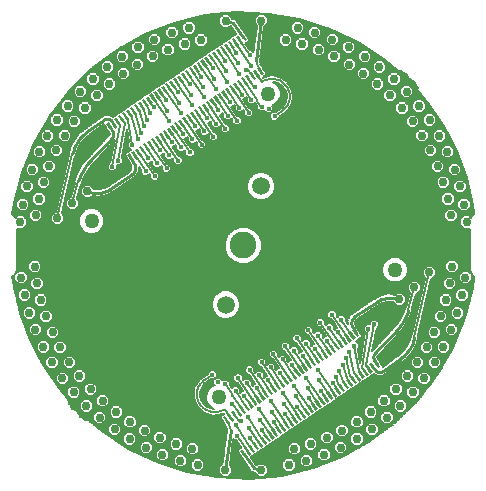
<source format=gtl>
%FSTAX23Y23*%
%MOIN*%
%SFA1B1*%

%IPPOS*%
%ADD13C,0.010000*%
%ADD14C,0.005000*%
%ADD18C,0.050000*%
%ADD19C,0.059000*%
%ADD20C,0.089000*%
%ADD21C,0.015900*%
%ADD22C,0.029500*%
%LNaltium_eib_128_panel-1*%
%LPD*%
G36*
X01441Y02109D02*
X01429Y02101D01*
X01413Y02125*
X01424Y02133*
X01441Y02109*
G37*
G36*
X01423Y02097D02*
X01416Y02092D01*
X01399Y02116*
X01407Y02121*
X01423Y02097*
G37*
G36*
X0141Y02088D02*
X01403Y02083D01*
X01386Y02108*
X01394Y02113*
X0141Y02088*
G37*
G36*
X01397Y0208D02*
X01389Y02074D01*
X01373Y02099*
X01381Y02104*
X01397Y0208*
G37*
G36*
X01384Y02071D02*
X01376Y02066D01*
X0136Y0209*
X01368Y02095*
X01384Y02071*
G37*
G36*
X01371Y02062D02*
X01363Y02057D01*
X01347Y02081*
X01355Y02086*
X01371Y02062*
G37*
G36*
X01358Y02053D02*
X0135Y02048D01*
X01334Y02072*
X01341Y02077*
X01358Y02053*
G37*
G36*
X01345Y02044D02*
X01337Y02039D01*
X01321Y02063*
X01328Y02069*
X01345Y02044*
G37*
G36*
X01332Y02035D02*
X01324Y0203D01*
X01308Y02055*
X01315Y0206*
X01332Y02035*
G37*
G36*
X01319Y02027D02*
X01311Y02022D01*
X01295Y02046*
X01302Y02051*
X01319Y02027*
G37*
G36*
X01306Y02018D02*
X01298Y02013D01*
X01282Y02037*
X01289Y02042*
X01306Y02018*
G37*
G36*
X01293Y02009D02*
X01285Y02004D01*
X01269Y02028*
X01276Y02033*
X01293Y02009*
G37*
G36*
X0151Y02005D02*
X01499Y01998D01*
X01483Y02022*
X01494Y0203*
X0151Y02005*
G37*
G36*
X01279Y02D02*
X01272Y01995D01*
X01256Y02019*
X01263Y02025*
X01279Y02*
G37*
G36*
X01493Y01994D02*
X01485Y01989D01*
X01469Y02013*
X01477Y02018*
X01493Y01994*
G37*
G36*
X01266Y01991D02*
X01259Y01986D01*
X01243Y02011*
X0125Y02016*
X01266Y01991*
G37*
G36*
X0148Y01985D02*
X01472Y0198D01*
X01456Y02004*
X01463Y02009*
X0148Y01985*
G37*
G36*
X01253Y01983D02*
X01246Y01978D01*
X0123Y02002*
X01237Y02007*
X01253Y01983*
G37*
G36*
X01467Y01976D02*
X01459Y01971D01*
X01443Y01995*
X0145Y02*
X01467Y01976*
G37*
G36*
X0124Y01974D02*
X01233Y01969D01*
X01216Y01993*
X01224Y01998*
X0124Y01974*
G37*
G36*
X01454Y01967D02*
X01446Y01962D01*
X0143Y01986*
X01437Y01992*
X01454Y01967*
G37*
G36*
X01227Y01965D02*
X0122Y0196D01*
X01203Y01984*
X01211Y01989*
X01227Y01965*
G37*
G36*
X01441Y01958D02*
X01433Y01953D01*
X01417Y01978*
X01424Y01983*
X01441Y01958*
G37*
G36*
X01214Y01956D02*
X01207Y01951D01*
X0119Y01975*
X01198Y01981*
X01214Y01956*
G37*
G36*
X01428Y0195D02*
X0142Y01945D01*
X01404Y01969*
X01411Y01974*
X01428Y0195*
G37*
G36*
X01201Y01947D02*
X01194Y01942D01*
X01177Y01967*
X01185Y01972*
X01201Y01947*
G37*
G36*
X01415Y01941D02*
X01407Y01936D01*
X01391Y0196*
X01398Y01965*
X01415Y01941*
G37*
G36*
X01188Y01939D02*
X01181Y01934D01*
X01164Y01958*
X01172Y01963*
X01188Y01939*
G37*
G36*
X01401Y01932D02*
X01394Y01927D01*
X01378Y01951*
X01385Y01956*
X01401Y01932*
G37*
G36*
X01175Y0193D02*
X01168Y01925D01*
X01151Y01949*
X01159Y01954*
X01175Y0193*
G37*
G36*
X01388Y01923D02*
X01381Y01918D01*
X01365Y01942*
X01372Y01947*
X01388Y01923*
G37*
G36*
X01162Y01921D02*
X01154Y01916D01*
X01138Y0194*
X01146Y01945*
X01162Y01921*
G37*
G36*
X01375Y01914D02*
X01368Y01909D01*
X01352Y01934*
X01359Y01939*
X01375Y01914*
G37*
G36*
X01149Y01912D02*
X01141Y01907D01*
X01125Y01931*
X01133Y01936*
X01149Y01912*
G37*
G36*
X01362Y01906D02*
X01355Y019D01*
X01338Y01925*
X01346Y0193*
X01362Y01906*
G37*
G36*
X01136Y01903D02*
X01128Y01898D01*
X01112Y01923*
X0112Y01928*
X01136Y01903*
G37*
G36*
X01349Y01897D02*
X01342Y01892D01*
X01325Y01916*
X01333Y01921*
X01349Y01897*
G37*
G36*
X01123Y01895D02*
X01115Y01889D01*
X01099Y01914*
X01106Y01919*
X01123Y01895*
G37*
G36*
X01336Y01888D02*
X01329Y01883D01*
X01312Y01907*
X0132Y01912*
X01336Y01888*
G37*
G36*
X0111Y01886D02*
X01102Y01881D01*
X01086Y01905*
X01093Y0191*
X0111Y01886*
G37*
G36*
X01323Y01879D02*
X01316Y01874D01*
X01299Y01898*
X01307Y01903*
X01323Y01879*
G37*
G36*
X01097Y01877D02*
X01089Y01872D01*
X01073Y01896*
X0108Y01901*
X01097Y01877*
G37*
G36*
X0131Y0187D02*
X01303Y01865D01*
X01286Y0189*
X01294Y01895*
X0131Y0187*
G37*
G36*
X01084Y01868D02*
X01076Y01863D01*
X0106Y01887*
X01067Y01892*
X01084Y01868*
G37*
G36*
X01297Y01862D02*
X0129Y01856D01*
X01273Y01881*
X01281Y01886*
X01297Y01862*
G37*
G36*
X01071Y01859D02*
X01063Y01854D01*
X01047Y01879*
X01054Y01884*
X01071Y01859*
G37*
G36*
X01284Y01853D02*
X01276Y01848D01*
X0126Y01872*
X01268Y01877*
X01284Y01853*
G37*
G36*
X01058Y01851D02*
X0105Y01845D01*
X01034Y0187*
X01041Y01875*
X01058Y01851*
G37*
G36*
X01271Y01844D02*
X01263Y01839D01*
X01247Y01863*
X01255Y01868*
X01271Y01844*
G37*
G36*
X01044Y01842D02*
X01037Y01837D01*
X01021Y01861*
X01028Y01866*
X01044Y01842*
G37*
G36*
X01258Y01835D02*
X0125Y0183D01*
X01234Y01854*
X01242Y01859*
X01258Y01835*
G37*
G36*
X01031Y01833D02*
X01024Y01828D01*
X01008Y01852*
X01015Y01857*
X01031Y01833*
G37*
G36*
X01245Y01826D02*
X01237Y01821D01*
X01221Y01846*
X01228Y01851*
X01245Y01826*
G37*
G36*
X01018Y01824D02*
X01011Y01819D01*
X00995Y01843*
X01002Y01848*
X01018Y01824*
G37*
G36*
X01232Y01818D02*
X01224Y01812D01*
X01208Y01837*
X01215Y01842*
X01232Y01818*
G37*
G36*
X01005Y01815D02*
X00998Y0181D01*
X00981Y01835*
X00989Y0184*
X01005Y01815*
G37*
G36*
X01219Y01809D02*
X01211Y01804D01*
X01195Y01828*
X01202Y01833*
X01219Y01809*
G37*
G36*
X00992Y01807D02*
X00985Y01801D01*
X00968Y01826*
X00976Y01831*
X00992Y01807*
G37*
G36*
X01206Y018D02*
X01198Y01795D01*
X01182Y01819*
X01189Y01824*
X01206Y018*
G37*
G36*
X00979Y01798D02*
X00972Y01793D01*
X00955Y01817*
X00963Y01822*
X00979Y01798*
G37*
G36*
X01193Y01791D02*
X01185Y01786D01*
X01169Y0181*
X01176Y01815*
X01193Y01791*
G37*
G36*
X00966Y01789D02*
X00954Y01781D01*
X00938Y01805*
X00949Y01813*
X00966Y01789*
G37*
G36*
X0118Y01782D02*
X01172Y01777D01*
X01156Y01801*
X01163Y01807*
X0118Y01782*
G37*
G36*
X01166Y01773D02*
X01159Y01768D01*
X01143Y01793*
X0115Y01798*
X01166Y01773*
G37*
G36*
X01153Y01765D02*
X01146Y0176D01*
X0113Y01784*
X01137Y01789*
X01153Y01765*
G37*
G36*
X0114Y01756D02*
X01133Y01751D01*
X01117Y01775*
X01124Y0178*
X0114Y01756*
G37*
G36*
X01127Y01747D02*
X0112Y01742D01*
X01103Y01766*
X01111Y01771*
X01127Y01747*
G37*
G36*
X01114Y01738D02*
X01107Y01733D01*
X0109Y01757*
X01098Y01763*
X01114Y01738*
G37*
G36*
X01101Y01729D02*
X01094Y01724D01*
X01077Y01749*
X01085Y01754*
X01101Y01729*
G37*
G36*
X01088Y01721D02*
X01081Y01716D01*
X01064Y0174*
X01072Y01745*
X01088Y01721*
G37*
G36*
X01075Y01712D02*
X01068Y01707D01*
X01051Y01731*
X01059Y01736*
X01075Y01712*
G37*
G36*
X01062Y01703D02*
X01055Y01698D01*
X01038Y01722*
X01046Y01727*
X01062Y01703*
G37*
G36*
X01049Y01694D02*
X01041Y01689D01*
X01025Y01713*
X01033Y01719*
X01049Y01694*
G37*
G36*
X01816Y01122D02*
X01805Y01115D01*
X01789Y01139*
X018Y01147*
X01816Y01122*
G37*
G36*
X01799Y01111D02*
X01791Y01106D01*
X01775Y0113*
X01783Y01135*
X01799Y01111*
G37*
G36*
X01786Y01102D02*
X01778Y01097D01*
X01762Y01121*
X0177Y01126*
X01786Y01102*
G37*
G36*
X01773Y01093D02*
X01765Y01088D01*
X01749Y01112*
X01757Y01117*
X01773Y01093*
G37*
G36*
X0176Y01084D02*
X01752Y01079D01*
X01736Y01103*
X01743Y01109*
X0176Y01084*
G37*
G36*
X01747Y01075D02*
X01739Y0107D01*
X01723Y01095*
X0173Y011*
X01747Y01075*
G37*
G36*
X01734Y01067D02*
X01726Y01062D01*
X0171Y01086*
X01717Y01091*
X01734Y01067*
G37*
G36*
X01721Y01058D02*
X01713Y01053D01*
X01697Y01077*
X01704Y01082*
X01721Y01058*
G37*
G36*
X01708Y01049D02*
X017Y01044D01*
X01684Y01068*
X01691Y01073*
X01708Y01049*
G37*
G36*
X01694Y0104D02*
X01687Y01035D01*
X01671Y01059*
X01678Y01065*
X01694Y0104*
G37*
G36*
X01681Y01031D02*
X01674Y01026D01*
X01658Y01051*
X01665Y01056*
X01681Y01031*
G37*
G36*
X01668Y01023D02*
X01661Y01017D01*
X01645Y01042*
X01652Y01047*
X01668Y01023*
G37*
G36*
X01886Y01019D02*
X01875Y01011D01*
X01858Y01036*
X0187Y01043*
X01886Y01019*
G37*
G36*
X01655Y01014D02*
X01648Y01009D01*
X01632Y01033*
X01639Y01038*
X01655Y01014*
G37*
G36*
X01869Y01007D02*
X01861Y01002D01*
X01845Y01026*
X01852Y01031*
X01869Y01007*
G37*
G36*
X01642Y01005D02*
X01635Y01D01*
X01618Y01024*
X01626Y01029*
X01642Y01005*
G37*
G36*
X01856Y00998D02*
X01848Y00993D01*
X01832Y01018*
X01839Y01023*
X01856Y00998*
G37*
G36*
X01629Y00996D02*
X01622Y00991D01*
X01605Y01015*
X01613Y0102*
X01629Y00996*
G37*
G36*
X01843Y0099D02*
X01835Y00984D01*
X01819Y01009*
X01826Y01014*
X01843Y0099*
G37*
G36*
X01616Y00987D02*
X01609Y00982D01*
X01592Y01007*
X016Y01012*
X01616Y00987*
G37*
G36*
X0183Y00981D02*
X01822Y00976D01*
X01806Y01*
X01813Y01005*
X0183Y00981*
G37*
G36*
X01603Y00979D02*
X01596Y00973D01*
X01579Y00998*
X01587Y01003*
X01603Y00979*
G37*
G36*
X01817Y00972D02*
X01809Y00967D01*
X01793Y00991*
X018Y00996*
X01817Y00972*
G37*
G36*
X0159Y0097D02*
X01583Y00965D01*
X01566Y00989*
X01574Y00994*
X0159Y0097*
G37*
G36*
X01803Y00963D02*
X01796Y00958D01*
X0178Y00982*
X01787Y00987*
X01803Y00963*
G37*
G36*
X01577Y00961D02*
X01569Y00956D01*
X01553Y0098*
X01561Y00985*
X01577Y00961*
G37*
G36*
X0179Y00954D02*
X01783Y00949D01*
X01767Y00974*
X01774Y00979*
X0179Y00954*
G37*
G36*
X01564Y00952D02*
X01556Y00947D01*
X0154Y00971*
X01548Y00976*
X01564Y00952*
G37*
G36*
X01777Y00946D02*
X0177Y0094D01*
X01754Y00965*
X01761Y0097*
X01777Y00946*
G37*
G36*
X01551Y00943D02*
X01543Y00938D01*
X01527Y00963*
X01535Y00968*
X01551Y00943*
G37*
G36*
X01764Y00937D02*
X01757Y00932D01*
X0174Y00956*
X01748Y00961*
X01764Y00937*
G37*
G36*
X01538Y00935D02*
X0153Y00929D01*
X01514Y00954*
X01522Y00959*
X01538Y00935*
G37*
G36*
X01751Y00928D02*
X01744Y00923D01*
X01727Y00947*
X01735Y00952*
X01751Y00928*
G37*
G36*
X01525Y00926D02*
X01517Y00921D01*
X01501Y00945*
X01508Y0095*
X01525Y00926*
G37*
G36*
X01738Y00919D02*
X01731Y00914D01*
X01714Y00938*
X01722Y00943*
X01738Y00919*
G37*
G36*
X01512Y00917D02*
X01504Y00912D01*
X01488Y00936*
X01495Y00941*
X01512Y00917*
G37*
G36*
X01725Y0091D02*
X01718Y00905D01*
X01701Y0093*
X01709Y00935*
X01725Y0091*
G37*
G36*
X01499Y00908D02*
X01491Y00903D01*
X01475Y00927*
X01482Y00932*
X01499Y00908*
G37*
G36*
X01712Y00902D02*
X01705Y00896D01*
X01688Y00921*
X01696Y00926*
X01712Y00902*
G37*
G36*
X01486Y00899D02*
X01478Y00894D01*
X01462Y00919*
X01469Y00924*
X01486Y00899*
G37*
G36*
X01699Y00893D02*
X01692Y00888D01*
X01675Y00912*
X01683Y00917*
X01699Y00893*
G37*
G36*
X01473Y00891D02*
X01465Y00885D01*
X01449Y0091*
X01456Y00915*
X01473Y00891*
G37*
G36*
X01686Y00884D02*
X01678Y00879D01*
X01662Y00903*
X0167Y00908*
X01686Y00884*
G37*
G36*
X01459Y00882D02*
X01452Y00877D01*
X01436Y00901*
X01443Y00906*
X01459Y00882*
G37*
G36*
X01673Y00875D02*
X01665Y0087D01*
X01649Y00894*
X01657Y00899*
X01673Y00875*
G37*
G36*
X01446Y00873D02*
X01439Y00868D01*
X01423Y00892*
X0143Y00897*
X01446Y00873*
G37*
G36*
X0166Y00866D02*
X01652Y00861D01*
X01636Y00885*
X01644Y00891*
X0166Y00866*
G37*
G36*
X01433Y00864D02*
X01426Y00859D01*
X0141Y00883*
X01417Y00888*
X01433Y00864*
G37*
G36*
X01647Y00857D02*
X01639Y00852D01*
X01623Y00877*
X0163Y00882*
X01647Y00857*
G37*
G36*
X0142Y00855D02*
X01413Y0085D01*
X01397Y00874*
X01404Y0088*
X0142Y00855*
G37*
G36*
X01634Y00849D02*
X01626Y00844D01*
X0161Y00868*
X01617Y00873*
X01634Y00849*
G37*
G36*
X01407Y00846D02*
X014Y00841D01*
X01383Y00866*
X01391Y00871*
X01407Y00846*
G37*
G36*
X01621Y0084D02*
X01613Y00835D01*
X01597Y00859*
X01604Y00864*
X01621Y0084*
G37*
G36*
X01394Y00838D02*
X01387Y00833D01*
X0137Y00857*
X01378Y00862*
X01394Y00838*
G37*
G36*
X01608Y00831D02*
X016Y00826D01*
X01584Y0085*
X01591Y00855*
X01608Y00831*
G37*
G36*
X01381Y00829D02*
X01374Y00824D01*
X01357Y00848*
X01365Y00853*
X01381Y00829*
G37*
G36*
X01595Y00822D02*
X01587Y00817D01*
X01571Y00841*
X01578Y00847*
X01595Y00822*
G37*
G36*
X01368Y0082D02*
X01361Y00815D01*
X01344Y00839*
X01352Y00844*
X01368Y0082*
G37*
G36*
X01582Y00813D02*
X01574Y00808D01*
X01558Y00833*
X01565Y00838*
X01582Y00813*
G37*
G36*
X01355Y00811D02*
X01348Y00806D01*
X01331Y0083*
X01339Y00836*
X01355Y00811*
G37*
G36*
X01568Y00805D02*
X01561Y008D01*
X01545Y00824*
X01552Y00829*
X01568Y00805*
G37*
G36*
X01342Y00802D02*
X0133Y00794D01*
X01314Y00819*
X01325Y00826*
X01342Y00802*
G37*
G36*
X01555Y00796D02*
X01548Y00791D01*
X01532Y00815*
X01539Y0082*
X01555Y00796*
G37*
G36*
X01542Y00787D02*
X01535Y00782D01*
X01519Y00806*
X01526Y00811*
X01542Y00787*
G37*
G36*
X01529Y00778D02*
X01522Y00773D01*
X01505Y00797*
X01513Y00803*
X01529Y00778*
G37*
G36*
X01516Y00769D02*
X01509Y00764D01*
X01492Y00789*
X015Y00794*
X01516Y00769*
G37*
G36*
X01503Y00761D02*
X01496Y00756D01*
X01479Y0078*
X01487Y00785*
X01503Y00761*
G37*
G36*
X0149Y00752D02*
X01483Y00747D01*
X01466Y00771*
X01474Y00776*
X0149Y00752*
G37*
G36*
X01477Y00743D02*
X0147Y00738D01*
X01453Y00762*
X01461Y00767*
X01477Y00743*
G37*
G36*
X01464Y00734D02*
X01457Y00729D01*
X0144Y00753*
X01448Y00759*
X01464Y00734*
G37*
G36*
X01451Y00725D02*
X01443Y0072D01*
X01427Y00745*
X01435Y0075*
X01451Y00725*
G37*
G36*
X01438Y00717D02*
X0143Y00711D01*
X01414Y00736*
X01422Y00741*
X01438Y00717*
G37*
G36*
X01425Y00708D02*
X01417Y00703D01*
X01401Y00727*
X01409Y00732*
X01425Y00708*
G37*
G36*
X01411Y00699D02*
X014Y00691D01*
X01384Y00715*
X01395Y00723*
X01411Y00699*
G37*
G54D13*
X01353Y0216D02*
X01379Y02155D01*
X01411Y02107*
X01454Y02027D02*
X01472Y02161D01*
X01454Y02027D02*
X01472Y02161D01*
X00892Y01592D02*
X00912Y01588D01*
X01037Y01704D02*
X01048Y01685D01*
X0105Y01683*
X01051Y0168*
X01052Y01677*
X01052Y01674*
X01052Y01671*
X01052Y01668D02*
X01052Y01671D01*
X01051Y01664D02*
X01052Y01668D01*
X01051Y01661D02*
X01051Y01664D01*
X01049Y01659D02*
X01051Y01661D01*
X01048Y01656D02*
X01049Y01659D01*
X01046Y01653D02*
X01048Y01656D01*
X01044Y01651D02*
X01046Y01653D01*
X01042Y01649D02*
X01044Y01651D01*
X01039Y01647D02*
X01042Y01649D01*
X00967Y01599D02*
X01039Y01647D01*
X00963Y01596D02*
X00967Y01599D01*
X00958Y01594D02*
X00963Y01596D01*
X00953Y01592D02*
X00958Y01594D01*
X00949Y0159D02*
X00953Y01592D01*
X00943Y01589D02*
X00949Y0159D01*
X00938Y01588D02*
X00943Y01589D01*
X00933Y01587D02*
X00938Y01588D01*
X00928Y01587D02*
X00933Y01587D01*
X00923Y01587D02*
X00928Y01587D01*
X00917Y01587D02*
X00923Y01587D01*
X00912Y01588D02*
X00917Y01587D01*
X00842Y01718D02*
X00844Y01724D01*
X00846Y01731*
X00848Y01737*
X00851Y01743*
X00854Y01749*
X00857Y01755*
X00861Y0176*
X00865Y01766*
X00869Y01771*
X00874Y01776*
X00878Y0178*
X00884Y01785*
X00889Y01789*
X00947Y01831*
X00949Y01832*
X00952Y01833*
X00954Y01834*
X00957Y01835*
X00959Y01834*
X00962Y01834*
X00965Y01833*
X00967Y01832*
X00969Y01831*
X00971Y01829*
X00973Y01827*
X00967Y01807D02*
X00977Y0179D01*
X00978Y01788*
X00979Y01786*
X00979Y01784*
X00979Y01782D02*
X00979Y01784D01*
X00979Y0178D02*
X00979Y01782D01*
X00978Y01779D02*
X00979Y0178D01*
X00977Y01777D02*
X00978Y01779D01*
X00976Y01775D02*
X00977Y01777D01*
X00897Y0169D02*
X00976Y01775D01*
X00892Y01684D02*
X00897Y0169D01*
X00888Y01678D02*
X00892Y01684D01*
X00884Y01672D02*
X00888Y01678D01*
X0088Y01666D02*
X00884Y01672D01*
X00876Y0166D02*
X0088Y01666D01*
X00873Y01653D02*
X00876Y0166D01*
X00869Y01647D02*
X00873Y01653D01*
X00867Y0164D02*
X00869Y01647D01*
X00864Y01633D02*
X00867Y0164D01*
X00862Y01626D02*
X00864Y01633D01*
X01352Y00663D02*
X0137Y00797D01*
X01352Y00663D02*
X0137Y00797D01*
X01446Y00669D02*
X01472Y00663D01*
X01413Y00717D02*
X01446Y00669D01*
X01927Y01134D02*
X01932Y0114D01*
X01936Y01146*
X0194Y01152*
X01944Y01158*
X01948Y01164*
X01952Y01171*
X01955Y01177*
X01957Y01184*
X0196Y01191*
X01962Y01198*
X01912Y01236D02*
X01932Y01232D01*
X01981Y011D02*
X01982Y01106D01*
X01979Y01093D02*
X01981Y011D01*
X01976Y01087D02*
X01979Y01093D01*
X01973Y01081D02*
X01976Y01087D01*
X0197Y01075D02*
X01973Y01081D01*
X01967Y01069D02*
X0197Y01075D01*
X01963Y01064D02*
X01967Y01069D01*
X01959Y01058D02*
X01963Y01064D01*
X01955Y01053D02*
X01959Y01058D01*
X0195Y01048D02*
X01955Y01053D01*
X01946Y01044D02*
X0195Y01048D01*
X01941Y01039D02*
X01946Y01044D01*
X01935Y01035D02*
X01941Y01039D01*
X01776Y01139D02*
X01787Y0112D01*
X01775Y01141D02*
X01776Y01139D01*
X01773Y01144D02*
X01775Y01141D01*
X01773Y01147D02*
X01773Y01144D01*
X01772Y0115D02*
X01773Y01147D01*
X01772Y01153D02*
X01772Y0115D01*
X01772Y01153D02*
X01772Y01157D01*
X01773Y0116*
X01774Y01163*
X01775Y01166*
X01776Y01168*
X01778Y01171*
X0178Y01173*
X01782Y01175*
X01785Y01177*
Y01177D02*
X01857Y01225D01*
X01861Y01228*
X01866Y0123*
X01871Y01232*
X01876Y01234*
X01881Y01235*
X01886Y01237*
X01891Y01237*
X01896Y01237*
X01902Y01237*
X01907Y01237*
X01912Y01236*
X01848Y01049D02*
X01927Y01134D01*
X01847Y01047D02*
X01848Y01049D01*
X01846Y01046D02*
X01847Y01047D01*
X01845Y01044D02*
X01846Y01046D01*
X01845Y01042D02*
X01845Y01044D01*
X01845Y0104D02*
X01845Y01042D01*
X01845Y0104D02*
X01845Y01038D01*
X01846Y01036*
X01847Y01034*
X01857Y01017*
X01851Y00997D02*
X01853Y00995D01*
X01855Y00994*
X01857Y00992*
X01859Y00991*
X01862Y0099*
X01865Y0099*
X01867Y0099*
X0187Y0099*
X01873Y00991*
X01875Y00992*
X01877Y00993*
X01935Y01035*
G54D14*
X02135Y01208D02*
X02161D01*
X0214Y01203D02*
X0216D01*
X02145Y01199D02*
X02158D01*
X02148Y01194D02*
X02157D01*
X02102Y01213D02*
X02162D01*
X02151Y01169D02*
X02177Y01271D01*
X0068Y01155D02*
X00744D01*
X00684Y01325D02*
X00701D01*
X00689Y0132D02*
X00706D01*
X00645Y01286D02*
X00659D01*
X00644Y01291D02*
X00655D01*
X00644Y01296D02*
X0065D01*
X00643Y013D02*
X00649D01*
X00642Y01305D02*
X00649D01*
X00645Y0131D02*
X00649D01*
X00653Y0132D02*
X00655D01*
X00656Y01325D02*
X0066D01*
X00658Y0133D02*
X00696D01*
X00658Y01334D02*
X00694D01*
X00658Y01339D02*
X00694D01*
X00658Y01344D02*
X00694D01*
X00658Y01349D02*
X00694D01*
X00658Y01354D02*
X00698D01*
X00658Y01359D02*
X00703D01*
X02164Y01325D02*
X02168D01*
X02169Y0132D02*
X02171D01*
X02175Y0131D02*
X02179D01*
X02175Y01305D02*
X02182D01*
X02175Y013D02*
X02181D01*
X02174Y01296D02*
X0218D01*
X02169Y01291D02*
X0218D01*
X02165Y01286D02*
X02179D01*
X0209Y01053D02*
X02101D01*
X02095Y01058D02*
X02103D01*
X021Y01063D02*
X02106D01*
X02101Y01068D02*
X02109D01*
X02101Y01073D02*
X02112D01*
X02101Y01077D02*
X02113D01*
X02101Y01082D02*
X02115D01*
X02097Y01087D02*
X02117D01*
X02092Y01092D02*
X02119D01*
X0209Y01165D02*
X02116D01*
X02092Y0117D02*
X02111D01*
X02092Y01174D02*
X02106D01*
X02092Y01179D02*
X02103D01*
X02092Y01184D02*
X02103D01*
X02089Y01189D02*
X02103D01*
X02148D02*
X02156D01*
X02148Y01184D02*
X02155D01*
X02148Y01179D02*
X02153D01*
X02144Y01174D02*
X02152D01*
X02139Y0117D02*
X02151D01*
X02135Y01165D02*
X02149D01*
X02085Y0116D02*
X02147D01*
X02003Y0115D02*
X02093D01*
X01993Y01097D02*
X02121D01*
X02117Y01111D02*
X02127D01*
X02122Y01116D02*
X02129D01*
X02127Y01121D02*
X02131D01*
X02127Y01126D02*
X02133D01*
X02127Y01131D02*
X02135D01*
X02127Y01136D02*
X02137D01*
X02127Y0114D02*
X02139D01*
X02122Y01145D02*
X02141D01*
X02118Y0115D02*
X02143D01*
X02081Y01155D02*
X02145D01*
X02004D02*
X0206D01*
X02005Y0116D02*
X02055D01*
X02006Y01165D02*
X0205D01*
X02007Y0117D02*
X02048D01*
X02008Y01174D02*
X02048D01*
X02009Y01179D02*
X02048D01*
X0201Y01184D02*
X02048D01*
X02012Y01189D02*
X02051D01*
X02013Y01194D02*
X02056D01*
X01982Y01106D02*
X02032Y01322D01*
X01757Y01155D02*
X01759D01*
X01754Y0116D02*
X01759D01*
X01754Y01165D02*
X0176D01*
X01754Y0117D02*
X01763D01*
X0175Y01174D02*
X01765D01*
X01745Y01179D02*
X01768D01*
X01395Y01194D02*
X01698D01*
X01393Y01189D02*
X01693D01*
X01388Y01184D02*
X01692D01*
X01384Y01179D02*
X01692D01*
X01377Y01174D02*
X01693D01*
X01283Y00964D02*
X01308Y00981D01*
X01455Y0068D02*
X01457D01*
X0145Y00685D02*
X01462D01*
X01404Y00636D02*
X01447D01*
X01481Y00641D02*
X01497D01*
X01486Y00646D02*
X01543D01*
X01581Y00665D02*
X01624D01*
X01704Y00752D02*
X01719D01*
X01709Y00757D02*
X01724D01*
X01758Y00748D02*
X01779D01*
X01753Y00752D02*
X01774D01*
X01748Y00757D02*
X01769D01*
X01713Y00762D02*
X01769D01*
X01713Y00767D02*
X01769D01*
X01807Y00956D02*
X01948D01*
X01814Y00961D02*
X01943D01*
X01808Y01004D02*
X01809Y01004D01*
X01808Y01004D02*
X01818Y0099D01*
X01805Y00982D02*
X01805Y00982D01*
X01796Y00995D02*
X01805Y00982D01*
X01782Y01078D02*
X01796Y00995D01*
X01857Y01136D02*
X01911D01*
X01862Y0114D02*
X01915D01*
X01864Y01145D02*
X01919D01*
X01864Y0115D02*
X01923D01*
X01864Y01155D02*
X01927D01*
X01796Y0117D02*
X01936D01*
X01803Y01174D02*
X01938D01*
X0181Y01179D02*
X01941D01*
X01818Y01184D02*
X01944D01*
X01825Y01189D02*
X01946D01*
X01832Y01194D02*
X01947D01*
X01839Y01199D02*
X01949D01*
X01847Y01203D02*
X0195D01*
X01962Y01198D02*
X01982Y01272D01*
X00693Y01315D02*
X01878D01*
X00694Y01267D02*
X00712D01*
X00658Y01228D02*
X0067D01*
X00657Y01233D02*
X00665D01*
X00656Y01237D02*
X00661D01*
X00655Y01242D02*
X0066D01*
X00653Y01247D02*
X0066D01*
X00652Y01252D02*
X0066D01*
X00651Y01257D02*
X00661D01*
X0065Y01262D02*
X00666D01*
X00649Y01267D02*
X00671D01*
X00648Y01271D02*
X00707D01*
X00646Y01276D02*
X00702D01*
X00646Y01281D02*
X00702D01*
X00684Y01286D02*
X00702D01*
X00689Y01291D02*
X00702D01*
X00694Y01296D02*
X00703D01*
X00694Y013D02*
X00708D01*
X00694Y01305D02*
X00713D01*
X00694Y0131D02*
X0188D01*
X01932Y01291D02*
X01969D01*
X01958Y01344D02*
X02023D01*
X0196Y01339D02*
X02018D01*
X0196Y01334D02*
X02013D01*
X0196Y0133D02*
X0201D01*
X0196Y01325D02*
X0201D01*
X01959Y0132D02*
X0201D01*
X01957Y01315D02*
X0201D01*
X01955Y0131D02*
X02012D01*
X01952Y01305D02*
X02017D01*
X01947Y013D02*
X02017D01*
X01943Y01296D02*
X02016D01*
X01995Y01291D02*
X02015D01*
X02Y01286D02*
X02013D01*
X02004Y01281D02*
X02012D01*
X02004Y01276D02*
X02011D01*
X02004Y01271D02*
X0201D01*
X02004Y01267D02*
X02009D01*
X02003Y01262D02*
X02008D01*
X01998Y01257D02*
X02007D01*
X01993Y01252D02*
X02006D01*
X01986Y01247D02*
X02005D01*
X01984Y01242D02*
X02003D01*
X01983Y01237D02*
X02002D01*
X01982Y01233D02*
X02001D01*
X0198Y01228D02*
X02D01*
X01979Y01223D02*
X01999D01*
X01978Y01218D02*
X01998D01*
X01976Y01213D02*
X01997D01*
X01975Y01208D02*
X01996D01*
X01974Y01203D02*
X01994D01*
X01975Y01199D02*
X01993D01*
X01974Y01194D02*
X01992D01*
X01972Y01189D02*
X01991D01*
X01971Y01184D02*
X0199D01*
X0197Y01179D02*
X01989D01*
X01968Y01174D02*
X01988D01*
X01965Y0117D02*
X01987D01*
X01963Y01165D02*
X01985D01*
X0196Y0116D02*
X01984D01*
X01957Y01155D02*
X01983D01*
X01955Y0115D02*
X01982D01*
X01952Y01145D02*
X01981D01*
X01949Y0114D02*
X0198D01*
X01945Y01136D02*
X01979D01*
X0194Y01131D02*
X01978D01*
X01936Y01126D02*
X01977D01*
X01931Y01121D02*
X01975D01*
X01927Y01116D02*
X01974D01*
X01923Y01111D02*
X01971D01*
X01918Y01106D02*
X01969D01*
X01914Y01102D02*
X01968D01*
X01909Y01097D02*
X01966D01*
X01905Y01092D02*
X01964D01*
X019Y01087D02*
X01962D01*
X01896Y01082D02*
X01959D01*
X01891Y01077D02*
X01957D01*
X01887Y01073D02*
X01954D01*
X01842Y01063D02*
X01844D01*
X01843Y01068D02*
X01849D01*
X01844Y01073D02*
X01853D01*
X01845Y01077D02*
X01857D01*
X01846Y01082D02*
X01862D01*
X01847Y01087D02*
X01866D01*
X01848Y01092D02*
X01871D01*
X01849Y01097D02*
X01875D01*
X0185Y01102D02*
X0188D01*
X01851Y01106D02*
X01884D01*
X01851Y01111D02*
X01889D01*
X01852Y01116D02*
X01893D01*
X01853Y01121D02*
X01898D01*
X01854Y01126D02*
X01902D01*
X01855Y01131D02*
X01906D01*
X01809Y01004D02*
X01829Y01135D01*
X01801Y01024D02*
X01802D01*
X018Y01029D02*
X01803D01*
X01799Y01034D02*
X01803D01*
X01799Y01039D02*
X01804D01*
X01798Y01043D02*
X01805D01*
X01797Y01048D02*
X01806D01*
X01796Y01053D02*
X01806D01*
X01795Y01058D02*
X01807D01*
X01794Y01063D02*
X01808D01*
X01794Y01068D02*
X01809D01*
X01797Y01073D02*
X01809D01*
X01797Y01077D02*
X0181D01*
X01797Y01082D02*
X01811D01*
X01795Y01087D02*
X01812D01*
X0179Y01092D02*
X01812D01*
X01792Y01097D02*
X01813D01*
X01799Y01102D02*
X01814D01*
X01806Y01106D02*
X01814D01*
X01807Y01111D02*
X01815D01*
X01804Y01116D02*
X01816D01*
X01801Y01121D02*
X01817D01*
X01798Y01126D02*
X01816D01*
X01795Y01131D02*
X01814D01*
X01792Y01136D02*
X01814D01*
X0179Y0114D02*
X01814D01*
X01787Y01145D02*
X01817D01*
X01785Y0115D02*
X01822D01*
X01785Y01155D02*
X01833D01*
X01786Y0116D02*
X01837D01*
X01789Y01165D02*
X01933D01*
X0186Y0116D02*
X0193D01*
X01822Y01012D02*
X01849Y01149D01*
X01822Y01012D02*
X01831Y00999D01*
X01844Y01008D02*
X01851Y00997D01*
X01876Y01009D02*
X01879D01*
X01873Y01014D02*
X01885D01*
X0187Y01019D02*
X01892D01*
X01867Y01024D02*
X01899D01*
X01864Y01029D02*
X01905D01*
X01861Y01034D02*
X01912D01*
X01859Y01039D02*
X01919D01*
X0186Y01043D02*
X01925D01*
X01865Y01048D02*
X01931D01*
X01869Y01053D02*
X01937D01*
X01874Y01058D02*
X01942D01*
X01878Y01063D02*
X01946D01*
X01883Y01068D02*
X0195D01*
X01971Y01053D02*
X0201D01*
X01975Y01058D02*
X02005D01*
X01978Y01063D02*
X02001D01*
X01981Y01068D02*
X02001D01*
X01983Y01073D02*
X02001D01*
X01986Y01077D02*
X02001D01*
X01988Y01082D02*
X02002D01*
X0199Y01087D02*
X02007D01*
X01992Y01092D02*
X02011D01*
X01994Y01102D02*
X02037D01*
X01995Y01106D02*
X02032D01*
X01994Y01111D02*
X02027D01*
X01995Y01116D02*
X02026D01*
X01996Y01121D02*
X02026D01*
X01997Y01126D02*
X02026D01*
X01998Y01131D02*
X02026D01*
X01999Y01136D02*
X0203D01*
X02Y0114D02*
X02035D01*
X02002Y01145D02*
X02088D01*
X02061Y0114D02*
X02083D01*
X02066Y01136D02*
X02083D01*
X0207Y01131D02*
X02083D01*
X0207Y01126D02*
X02083D01*
X0207Y01121D02*
X02084D01*
X0207Y01116D02*
X02089D01*
X02083Y01122D02*
X02096Y01109D01*
X02083Y01122D02*
Y0114D01*
X02096Y01153*
X02114*
X02127Y0114*
Y01122D02*
Y0114D01*
X02114Y01109D02*
X02127Y01122D01*
X02096Y01109D02*
X02114D01*
X02069Y01111D02*
X02093D01*
X02064Y01106D02*
X02125D01*
X02059Y01102D02*
X02123D01*
X02039Y01099D02*
X02057D01*
X02026Y01112D02*
X02039Y01099D01*
X02026Y01112D02*
Y01131D01*
X02039Y01144*
X02057*
X0207Y01131*
Y01112D02*
Y01131D01*
X02057Y01099D02*
X0207Y01112D01*
X02034Y01092D02*
X02066D01*
X02039Y01087D02*
X02061D01*
X02044Y01082D02*
X02057D01*
X02045Y01077D02*
X02057D01*
X02045Y01073D02*
X02057D01*
X02045Y01068D02*
X02057D01*
X02045Y01063D02*
X02058D01*
X0204Y01058D02*
X02063D01*
X02057Y01064D02*
X0207Y01051D01*
X02057Y01064D02*
Y01083D01*
X0207Y01096*
X02088*
X02101Y01083*
Y01064D02*
Y01083D01*
X02088Y01051D02*
X02101Y01064D01*
X0207Y01051D02*
X02088D01*
X02036Y01053D02*
X02068D01*
X02014Y0105D02*
X02032D01*
X02001Y01063D02*
X02014Y0105D01*
X02001Y01063D02*
Y01081D01*
X02014Y01094*
X02032*
X02045Y01081*
Y01063D02*
Y01081D01*
X02032Y0105D02*
X02045Y01063D01*
X02002Y01043D02*
X0204D01*
X02007Y01039D02*
X02035D01*
X02012Y01034D02*
X02031D01*
X02014Y01029D02*
X02028D01*
X02014Y01024D02*
X02028D01*
X02014Y01019D02*
X02028D01*
X02014Y01014D02*
X02028D01*
X02011Y01009D02*
X02031D01*
X02006Y01005D02*
X02036D01*
X02002Y01D02*
X0204D01*
X0206D02*
X0207D01*
X02064Y01005D02*
X02073D01*
X02069Y01009D02*
X02075D01*
X02072Y01014D02*
X02078D01*
X02072Y01019D02*
X02081D01*
X02072Y01024D02*
X02084D01*
X02072Y01029D02*
X02087D01*
X02069Y01034D02*
X02089D01*
X02065Y01039D02*
X02092D01*
X02059Y01044D02*
X02072Y01031D01*
Y01012D02*
Y01031D01*
X02059Y00999D02*
X02072Y01012D01*
X02041Y00999D02*
X02059D01*
X02028Y01012D02*
X02041Y00999D01*
X02028Y01012D02*
Y01031D01*
X02041Y01044*
X02059*
X0206Y01043D02*
X02095D01*
X01967Y01048D02*
X02098D01*
X01963Y01043D02*
X01982D01*
X01959Y01039D02*
X01977D01*
X01954Y01034D02*
X01973D01*
X01948Y01029D02*
X0197D01*
X01941Y01024D02*
X0197D01*
X01934Y01019D02*
X0197D01*
X01928Y01014D02*
X0197D01*
X01921Y01009D02*
X01973D01*
X01901Y00995D02*
X01946D01*
X01894Y0099D02*
X01941D01*
X01888Y00985D02*
X01937D01*
X01881Y0098D02*
X01937D01*
X01843D02*
X01852D01*
X01835Y00976D02*
X01937D01*
X01828Y00971D02*
X01937D01*
X01821Y00966D02*
X01938D01*
X018Y00951D02*
X01908D01*
X0185Y00874D02*
X0187D01*
X01846Y00879D02*
X01865D01*
X01641Y00845D02*
X01779D01*
X01634Y0084D02*
X01775D01*
X01627Y00835D02*
X0177D01*
X0162Y0083D02*
X01768D01*
X01613Y00825D02*
X01768D01*
X01595Y00752D02*
X01614D01*
X016Y00748D02*
X01614D01*
X01604Y00743D02*
X01614D01*
X01604Y00738D02*
X01616D01*
X01604Y00733D02*
X01621D01*
X01604Y00728D02*
X01626D01*
X01603Y00723D02*
X01659D01*
X01646Y00728D02*
X01664D01*
X01651Y00733D02*
X01669D01*
X01645Y00772D02*
X01668D01*
X0165Y00767D02*
X01668D01*
X01655Y00762D02*
X01668D01*
X01658Y00757D02*
X01673D01*
X01658Y00752D02*
X01677D01*
X01658Y00748D02*
X01714D01*
X01658Y00743D02*
X01714D01*
X01655Y00738D02*
X01714D01*
X01695Y00733D02*
X01714D01*
X017Y00728D02*
X01715D01*
X01704Y00723D02*
X01719D01*
X01704Y00718D02*
X01724D01*
X01704Y00714D02*
X01752D01*
X01644Y00685D02*
X01682D01*
X01634Y00675D02*
X01657D01*
X01639Y0068D02*
X01669D01*
X01586Y0067D02*
X01644D01*
X01581Y00694D02*
X016D01*
X01586Y00689D02*
X016D01*
X01586Y00685D02*
X016D01*
X01586Y0068D02*
X01605D01*
X01586Y00675D02*
X0161D01*
X01576Y0066D02*
X01604D01*
X01494Y00655D02*
X01583D01*
X01491Y00651D02*
X01563D01*
X01494Y0066D02*
X01552D01*
X01494Y00665D02*
X01547D01*
X01494Y0067D02*
X01543D01*
X01492Y00675D02*
X01542D01*
X01487Y0068D02*
X01542D01*
X01482Y00685D02*
X01542D01*
X01447Y00689D02*
X01542D01*
X01444Y00694D02*
X01547D01*
X0144Y00699D02*
X01552D01*
X01396Y00827D02*
X01403Y00826D01*
X01435Y00769D02*
X01452Y00744D01*
X0143Y00804D02*
X01465Y00753D01*
X01469Y00831D02*
X01504Y00779D01*
X01474Y00796D02*
X01491Y0077D01*
X01426Y00839D02*
X01478Y00761D01*
X01415Y00911D02*
X01435Y00882D01*
X01373Y00883D02*
X01378Y00882D01*
X01395Y00856*
X01393Y00859D02*
X01395Y00856D01*
X01381Y00851D02*
X01382Y00847D01*
X01381Y0085D02*
X01382Y00847D01*
X01381Y0085D02*
X01396Y00827D01*
X01387Y00813D02*
X01439Y00735D01*
X01391Y00778D02*
X01426Y00726D01*
X01379Y00767D02*
X0138D01*
X01378Y00762D02*
X0139D01*
X01377Y00757D02*
X01393D01*
X01377Y00752D02*
X01396D01*
X01376Y00748D02*
X01399D01*
X01375Y00743D02*
X01403D01*
X01375Y00738D02*
X01404D01*
X01374Y00733D02*
X01396D01*
X01373Y00728D02*
X01394D01*
X01373Y00723D02*
X01394D01*
X01372Y00718D02*
X01398D01*
X01371Y00714D02*
X014D01*
X01371Y00709D02*
X01404D01*
X0137Y00704D02*
X01407D01*
X0137Y00699D02*
X0141D01*
X01369Y00694D02*
X01413D01*
X01368Y00689D02*
X01417D01*
X01368Y00685D02*
X0142D01*
X01367Y0068D02*
X01423D01*
X01372Y00675D02*
X01427D01*
X01374Y0067D02*
X0143D01*
X01374Y00665D02*
X01433D01*
X01374Y0066D02*
X01436D01*
X01374Y00655D02*
X01449D01*
X01371Y00651D02*
X01453D01*
X01366Y00646D02*
X01458D01*
X01361Y00641D02*
X01463D01*
X01318D02*
X01343D01*
X01291Y00646D02*
X01338D01*
X01263Y00651D02*
X01333D01*
X01272Y00699D02*
X01344D01*
X01277Y00694D02*
X01344D01*
X01282Y00689D02*
X01343D01*
X01282Y00685D02*
X01342D01*
X01282Y0068D02*
X01337D01*
X01282Y00675D02*
X01332D01*
X01282Y0067D02*
X0133D01*
X01277Y00665D02*
X0133D01*
X01272Y0066D02*
X0133D01*
X01236Y00655D02*
X0133D01*
X01216Y0066D02*
X01248D01*
X01201Y00665D02*
X01243D01*
X01198Y00728D02*
X0122D01*
X01203Y00733D02*
X0122D01*
X01208Y00738D02*
X0122D01*
X01211Y00743D02*
X0122D01*
X01211Y00748D02*
X01224D01*
X01211Y00752D02*
X01229D01*
X01056Y00815D02*
X01072D01*
X01051Y00811D02*
X01067D01*
X01047Y00806D02*
X01062D01*
X01002Y00786D02*
X01021D01*
X00997Y00782D02*
X01016D01*
X00911Y00869D02*
X00969D01*
X00907Y00864D02*
X00966D01*
X00902Y00859D02*
X00923D01*
X00911Y00874D02*
X00931D01*
X00911Y00879D02*
X00927D01*
X00911Y00883D02*
X00922D01*
X0091Y00888D02*
X0092D01*
X00905Y00893D02*
X0092D01*
X009Y00898D02*
X0092D01*
X00914Y00912D02*
X0093D01*
X00876Y00956D02*
X0126D01*
X00916Y00951D02*
X01257D01*
X00921Y00946D02*
X01255D01*
X00925Y00942D02*
X01252D01*
X00925Y00937D02*
X01249D01*
X00925Y00932D02*
X01248D01*
X00925Y00927D02*
X01248D01*
X00923Y00922D02*
X01248D01*
X00918Y00917D02*
X01247D01*
X00956Y00912D02*
X01247D01*
X0096Y00908D02*
X01247D01*
X00965Y00903D02*
X01247D01*
X00965Y00898D02*
X01249D01*
X00965Y00893D02*
X01251D01*
X00965Y00888D02*
X01253D01*
X01287Y00879D02*
X01299D01*
X01292Y00874D02*
X01303D01*
X01307Y00869D02*
X0131D01*
X01339Y00849D02*
X01346D01*
X01045Y00845D02*
X01339D01*
X0105Y0084D02*
X01337D01*
X01054Y00835D02*
X01338D01*
X01056Y0083D02*
X01341D01*
X01056Y00825D02*
X01345D01*
X01056Y0082D02*
X01348D01*
X01094Y00815D02*
X01351D01*
X01099Y00811D02*
X01353D01*
X01104Y00806D02*
X01355D01*
X01105Y00801D02*
X01358D01*
X01145Y00791D02*
X01357D01*
X01154Y00782D02*
X01355D01*
X01149Y00786D02*
X01356D01*
X011Y00757D02*
X01116D01*
X01105Y00752D02*
X0112D01*
X01155Y00733D02*
X01173D01*
X0116Y00728D02*
X01178D01*
X01165Y00723D02*
X01221D01*
X01225Y00694D02*
X01243D01*
X01225Y00689D02*
X01238D01*
X01224Y00685D02*
X01238D01*
X01219Y0068D02*
X01238D01*
X01215Y00675D02*
X01238D01*
X01186Y0067D02*
X01238D01*
X01171Y00675D02*
X0119D01*
X01156Y0068D02*
X01185D01*
X01141Y00685D02*
X0118D01*
X01085Y00709D02*
X0112D01*
X01095Y00704D02*
X01121D01*
X01105Y00699D02*
X01126D01*
X01115Y00694D02*
X01131D01*
X01125Y00689D02*
X0118D01*
X01154Y00694D02*
X0118D01*
X01158Y00699D02*
X0118D01*
X01163Y00704D02*
X01181D01*
X01165Y00709D02*
X01186D01*
X01165Y00714D02*
X0119D01*
X01165Y00718D02*
X01226D01*
X01214Y00714D02*
X01231D01*
X01219Y00709D02*
X01346D01*
X01224Y00704D02*
X01345D01*
X01225Y00685D02*
Y00703D01*
X01212Y00672D02*
X01225Y00685D01*
X01193Y00672D02*
X01212D01*
X0118Y00685D02*
X01193Y00672D01*
X0118Y00685D02*
Y00703D01*
X01193Y00716*
X01212*
X01225Y00703*
Y00699D02*
X01248D01*
X01251Y00702D02*
X01269D01*
X01282Y00689*
Y00671D02*
Y00689D01*
X01269Y00658D02*
X01282Y00671D01*
X01251Y00658D02*
X01269D01*
X01238Y00671D02*
X01251Y00658D01*
X01238Y00671D02*
Y00689D01*
X01251Y00702*
X01253Y00714D02*
X01346D01*
X01258Y00718D02*
X01347D01*
X01263Y00723D02*
X01348D01*
X01264Y00728D02*
X01348D01*
X01264Y00733D02*
X01349D01*
X01264Y00738D02*
X01349D01*
X01264Y00743D02*
X0135D01*
X0126Y00748D02*
X01351D01*
X01251Y00756D02*
X01264Y00743D01*
Y00725D02*
Y00743D01*
X01251Y00712D02*
X01264Y00725D01*
X01233Y00712D02*
X01251D01*
X0122Y00725D02*
X01233Y00712D01*
X0122Y00725D02*
Y00743D01*
X01233Y00756*
X01251*
X01255Y00752D02*
X01351D01*
X01211Y00757D02*
X01352D01*
X01207Y00762D02*
X01353D01*
X01203Y00767D02*
X01353D01*
X01198Y00772D02*
X01354D01*
X01156Y00777D02*
X01355D01*
X01156Y00772D02*
X01179D01*
X01156Y00767D02*
X01174D01*
X01156Y00762D02*
X01169D01*
X01151Y00757D02*
X01166D01*
X01147Y00752D02*
X01166D01*
X0111Y00748D02*
X01166D01*
X0111Y00743D02*
X01166D01*
Y0074D02*
Y00759D01*
X01179Y00772*
X01198*
X01211Y00759*
Y0074D02*
Y00759D01*
X01198Y00727D02*
X01211Y0074D01*
X01179Y00727D02*
X01198D01*
X01166Y0074D02*
X01179Y00727D01*
X0111Y00738D02*
X01169D01*
X0111Y00733D02*
X01129D01*
X0111Y00728D02*
X01125D01*
X0112Y00724D02*
X01133Y00737D01*
X01152*
X01165Y00724*
Y00705D02*
Y00724D01*
X01152Y00692D02*
X01165Y00705D01*
X01133Y00692D02*
X01152D01*
X0112Y00705D02*
X01133Y00692D01*
X0112Y00705D02*
Y00724D01*
X01105Y00723D02*
X0112D01*
X011Y00718D02*
X0112D01*
X01075Y00714D02*
X0112D01*
X01064Y00718D02*
X01076D01*
X01054Y00723D02*
X01071D01*
X01044Y00728D02*
X01066D01*
X01034Y00733D02*
X01066D01*
X01025Y00738D02*
X01066D01*
X01055Y00767D02*
X01111D01*
X01055Y00762D02*
X01111D01*
X01055Y00757D02*
X01076D01*
X0105Y00752D02*
X01071D01*
X01045Y00748D02*
X01066D01*
X01066Y00747D02*
X01079Y0076D01*
X01097*
X0111Y00747*
Y00729D02*
Y00747D01*
X01097Y00716D02*
X0111Y00729D01*
X01079Y00716D02*
X01097D01*
X01066Y00729D02*
X01079Y00716D01*
X01066Y00729D02*
Y00747D01*
X01018Y00743D02*
X01066D01*
X01011Y00748D02*
X01021D01*
X01003Y00752D02*
X01017D01*
X00996Y00757D02*
X01012D01*
X00989Y00762D02*
X01011D01*
X00981Y00767D02*
X01011D01*
X00974Y00772D02*
X01011D01*
X00967Y00777D02*
X01011D01*
X00947Y0082D02*
X00973D01*
X00952Y00825D02*
X01011D01*
X01003Y0084D02*
X01018D01*
X01007Y00845D02*
X01022D01*
X0101Y00849D02*
X01298D01*
X0101Y00854D02*
X01282D01*
X0101Y00859D02*
X01276D01*
X0101Y00864D02*
X01271D01*
X01007Y00869D02*
X01266D01*
X01002Y00874D02*
X0126D01*
X00997Y00879D02*
X01257D01*
X00964Y00883D02*
X01255D01*
X00959Y00879D02*
X00978D01*
X00954Y00874D02*
X00974D01*
X00943Y00859D02*
X00966D01*
X00948Y00854D02*
X00966D01*
X00953Y00849D02*
X00966D01*
X00955Y00845D02*
X00968D01*
X00955Y0084D02*
X00973D01*
X00955Y00835D02*
X00978D01*
X00955Y0083D02*
X01011D01*
X00998Y00835D02*
X01013D01*
X00979Y00834D02*
X00997D01*
X00966Y00847D02*
X00979Y00834D01*
X00966Y00847D02*
Y00866D01*
X00979Y00879*
X00997*
X0101Y00866*
Y00847D02*
Y00866D01*
X00997Y00834D02*
X0101Y00847D01*
X00994Y0082D02*
X01011D01*
X00998Y00815D02*
X01011D01*
X01003Y00811D02*
X01016D01*
X01011Y00815D02*
X01024Y00802D01*
X01011Y00815D02*
Y00833D01*
X01024Y00847*
X01043*
X01056Y00833*
Y00815D02*
Y00833D01*
X01043Y00802D02*
X01056Y00815D01*
X01024Y00802D02*
X01043D01*
X01005Y00806D02*
X01021D01*
X01005Y00801D02*
X01061D01*
X01005Y00796D02*
X01061D01*
X01005Y00791D02*
X01061D01*
X01046Y00786D02*
X01061D01*
X0105Y00782D02*
X01065D01*
X01055Y00777D02*
X0107D01*
X01055Y00758D02*
Y00776D01*
X01042Y00745D02*
X01055Y00758D01*
X01024Y00745D02*
X01042D01*
X01011Y00758D02*
X01024Y00745D01*
X01011Y00758D02*
Y00776D01*
X01024Y0079*
X01042*
X01055Y00776*
Y00772D02*
X01111D01*
X01096Y00777D02*
X01111D01*
X01101Y00782D02*
X01113D01*
X01105Y00786D02*
Y00804D01*
X01092Y00817D02*
X01105Y00804D01*
X01074Y00817D02*
X01092D01*
X01061Y00804D02*
X01074Y00817D01*
X01061Y00786D02*
Y00804D01*
Y00786D02*
X01074Y00773D01*
X01092*
X01105Y00786*
Y00786D02*
X01118D01*
X01124Y00793D02*
X01143D01*
X01156Y0078*
Y00762D02*
Y0078D01*
X01143Y00749D02*
X01156Y00762D01*
X01124Y00749D02*
X01143D01*
X01111Y00762D02*
X01124Y00749D01*
X01111Y00762D02*
Y0078D01*
X01124Y00793*
X01105Y00791D02*
X01122D01*
X01105Y00796D02*
X01357D01*
X01356Y0083D02*
X0137Y00797D01*
X0135Y00867D02*
X01369Y00838D01*
X0135Y00867D02*
X0135Y00867D01*
X01346Y00865D02*
X0135Y00867D01*
X01342Y00863D02*
X01346Y00865D01*
X01337Y00861D02*
X01342Y00863D01*
X01333Y00859D02*
X01337Y00861D01*
X01328Y00858D02*
X01333Y00859D01*
X01324Y00857D02*
X01328Y00858D01*
X01319Y00857D02*
X01324Y00857D01*
X01314Y00857D02*
X01319D01*
X01309Y00857D02*
X01314Y00857D01*
X01305Y00858D02*
X01309Y00857D01*
X013Y00859D02*
X01305Y00858D01*
X01296Y00861D02*
X013Y00859D01*
X01291Y00863D02*
X01296Y00861D01*
X01287Y00865D02*
X01291Y00863D01*
X01283Y00867D02*
X01287Y00865D01*
X01279Y0087D02*
X01283Y00867D01*
X01276Y00873D02*
X01279Y0087D01*
X01272Y00877D02*
X01276Y00873D01*
X01269Y0088D02*
X01272Y00877D01*
X01267Y00884D02*
X01269Y0088D01*
X01264Y00888D02*
X01267Y00884D01*
X01262Y00893D02*
X01264Y00888D01*
X01261Y00897D02*
X01262Y00893D01*
X01259Y00902D02*
X01261Y00897D01*
X01258Y00906D02*
X01259Y00902D01*
X01258Y00911D02*
X01258Y00906D01*
X01258Y00916D02*
X01258Y00911D01*
X01258Y00916D02*
X01258Y00921D01*
X01258Y00925*
X01259Y0093*
X01261Y00935*
X01262Y00939*
X01264Y00943*
X01267Y00947*
X01269Y00951*
X01272Y00955*
X01276Y00958*
X01279Y00962*
X01283Y00964*
X01351Y0095D02*
X01355Y00946D01*
X01359Y00942*
X01362Y00937*
X01365Y00932*
X01368Y00927*
X01371Y00922*
X01373Y00917*
X01374Y00911*
X01281Y00883D02*
X01294D01*
X01276Y00888D02*
X01292D01*
X01274Y00893D02*
X0129D01*
X01272Y00898D02*
X01289D01*
X0127Y00903D02*
X01289D01*
X01268Y00908D02*
X01289D01*
X01268Y00912D02*
X01289D01*
X01269Y00917D02*
X0129D01*
X01269Y00922D02*
X01292D01*
X01269Y00927D02*
X01294D01*
X01271Y00932D02*
X01297D01*
X01273Y00937D02*
X01301D01*
X01276Y00942D02*
X01306D01*
X01279Y00946D02*
X01315D01*
X01283Y00951D02*
X01312D01*
X01289Y00956D02*
X01312D01*
X01296Y00961D02*
X01312D01*
X01303Y00966D02*
X01316D01*
X01319Y00971D02*
X01321D01*
X01324Y00985D02*
X01388D01*
X0141Y00966D02*
X01416D01*
X01371Y00942D02*
X01379D01*
X01374Y00937D02*
X01374D01*
X01375Y00912D02*
X01406Y00868D01*
X01408Y00865*
X01386Y00926D02*
X01421Y00874D01*
X01401Y00922D02*
X01404D01*
X01401Y00927D02*
X01411D01*
X01401Y00932D02*
X01408D01*
X01397Y00937D02*
X01405D01*
X01393Y00942D02*
X01402D01*
X01368Y00946D02*
X01398D01*
X01366Y00951D02*
X01395D01*
X01366Y00956D02*
X01387D01*
X01362Y00961D02*
X01382D01*
X0134Y00966D02*
X01379D01*
X01335Y00971D02*
X01379D01*
X01324Y00976D02*
X01379D01*
X01324Y0098D02*
X01383D01*
X01394Y0097D02*
X01448Y00891D01*
X01465Y00866D02*
X01517Y00788D01*
X01513Y00822D02*
X0153Y00797D01*
X01509Y00857D02*
X01543Y00805D01*
X01504Y00892D02*
X01557Y00814D01*
X01513Y00935D02*
X01513Y00935D01*
X01534Y00988D02*
X01552Y00962D01*
X01512Y01049D02*
X01565Y00971D01*
X00842Y01043D02*
X01496D01*
X00847Y01039D02*
X01501D01*
X01484Y01034D02*
X0151D01*
X01488Y01029D02*
X01514D01*
X01488Y01024D02*
X01517D01*
X01488Y01019D02*
X01495D01*
X01475Y0099D02*
X01483D01*
X0148Y00985D02*
X01486D01*
X0148Y0098D02*
X01489D01*
X0148Y00976D02*
X01486D01*
X01495Y00962D02*
X01513Y00935D01*
X01464Y00979D02*
X015Y00927D01*
X0145Y0099D02*
X01453D01*
X01442Y01009D02*
X01464D01*
X01447Y01005D02*
X01473D01*
X01449Y01D02*
X01476D01*
X01449Y00995D02*
X0148D01*
X01434Y00997D02*
X01487Y00918D01*
X01456Y00936D02*
X01474Y00909D01*
X01425Y00953D02*
X01461Y009D01*
X01441Y00946D02*
X01445D01*
X01441Y00951D02*
X01452D01*
X01441Y00956D02*
X01449D01*
X01439Y00961D02*
X01446D01*
X01434Y00966D02*
X01442D01*
X0141Y00971D02*
X01439D01*
X0141Y00976D02*
X01436D01*
X01406Y0098D02*
X01432D01*
X01401Y00985D02*
X01423D01*
X01321Y0099D02*
X01418D01*
X01316Y00995D02*
X01418D01*
X00842Y01D02*
X01418D01*
X00846Y01005D02*
X0142D01*
X00851Y01009D02*
X01425D01*
X00854Y01014D02*
X0146D01*
X00854Y01019D02*
X01457D01*
X00854Y01024D02*
X01457D01*
X00854Y01029D02*
X01457D01*
X00851Y01034D02*
X01462D01*
X01473Y01023D02*
X01526Y00944D01*
X01503Y01006D02*
X01539Y00953D01*
X01519Y01D02*
X01524D01*
X01519Y01005D02*
X0153D01*
X01519Y01009D02*
X01527D01*
X01517Y01014D02*
X01523D01*
X01512Y01019D02*
X0152D01*
X01543Y01032D02*
X01578Y00979D01*
X01626Y00936D02*
X01661Y00885D01*
X01631Y00902D02*
X01648Y00876D01*
X01582Y00945D02*
X01635Y00867D01*
X01587Y0091D02*
X01622Y00858D01*
X01591Y00875D02*
X01609Y00849D01*
X01543Y00919D02*
X01596Y00841D01*
X01548Y00884D02*
X01583Y00832D01*
X01552Y00849D02*
X0157Y00823D01*
X01577Y00801D02*
X01719D01*
X01584Y00806D02*
X0172D01*
X01591Y00811D02*
X01725D01*
X01598Y00815D02*
X0173D01*
X01605Y0082D02*
X01768D01*
X01752Y00815D02*
X01768D01*
X01757Y00811D02*
X01773D01*
X01762Y00806D02*
X01778D01*
X01803Y00786D02*
X01822D01*
X01808Y00782D02*
X01827D01*
X01813Y00777D02*
X01858D01*
X01851Y0082D02*
X01877D01*
X01813Y00825D02*
X01872D01*
X01813Y0082D02*
X01831D01*
X01813Y00815D02*
X01826D01*
X01808Y00811D02*
X01821D01*
X01804Y00806D02*
X01819D01*
X01763Y00801D02*
X01819D01*
X01763Y00796D02*
X01819D01*
X01763Y00791D02*
X01819D01*
X01763Y00786D02*
X01779D01*
X01759Y00782D02*
X01774D01*
X01754Y00777D02*
X01769D01*
X01713Y00772D02*
X01769D01*
X01713Y00777D02*
X01728D01*
X01711Y00782D02*
X01723D01*
X01719Y00786D02*
Y00804D01*
X01732Y00817*
X0175*
X01763Y00804*
Y00786D02*
Y00804D01*
X0175Y00773D02*
X01763Y00786D01*
X01732Y00773D02*
X0175D01*
X01719Y00786D02*
X01732Y00773D01*
X01706Y00786D02*
X01719D01*
X01702Y00791D02*
X01719D01*
X01569Y00796D02*
X01719D01*
X01562Y00791D02*
X01562Y00792D01*
X01563*
X01575Y008*
Y008*
X01576*
X01588Y00809*
X01588Y00809*
X01589Y00809*
X01601Y00818*
X01602Y00818*
X01602Y00818*
X01614Y00826*
X01615Y00827*
X01615Y00827*
X01628Y00835*
X01628Y00836*
X01628Y00836*
X01641Y00844*
Y00844*
X01641Y00844*
X01654Y00853*
X01656Y00854D02*
X01814D01*
X01663Y00859D02*
X01814D01*
X0167Y00864D02*
X01814D01*
X01677Y00869D02*
X01817D01*
X01684Y00874D02*
X01822D01*
X01692Y00879D02*
X01827D01*
X01699Y00883D02*
X01861D01*
X01706Y00888D02*
X01859D01*
X01713Y00893D02*
X01859D01*
X0172Y00898D02*
X01859D01*
X01728Y00903D02*
X01859D01*
X01735Y00908D02*
X01864D01*
X01742Y00912D02*
X01869D01*
X01894D02*
X01911D01*
X01749Y00917D02*
X01906D01*
X01756Y00922D02*
X01901D01*
X01764Y00927D02*
X01899D01*
X01771Y00932D02*
X01899D01*
X01778Y00937D02*
X01899D01*
X01785Y00942D02*
X01899D01*
X01792Y00946D02*
X01903D01*
X01778Y00964D02*
X01778Y00964D01*
X01782Y00986D02*
X01792Y00973D01*
X01764Y01058D02*
X01782Y00986D01*
X01754Y01037D02*
X01769Y00977D01*
X01778Y00964*
X01765Y00955D02*
X01766Y00955D01*
X01757Y00969D02*
X01766Y00955D01*
X01743Y01015D02*
X01757Y00969D01*
X01732Y00994D02*
X01743Y0096D01*
X01753Y00946*
X01752Y00946D02*
X01753Y00946D01*
X01739Y00937D02*
X01739Y00938D01*
X01729Y00951D02*
X01739Y00937D01*
X01722Y00972D02*
X01729Y00951D01*
X01711Y00952D02*
X01726Y00929D01*
X01661Y00998D02*
X01713Y0092D01*
X01665Y00963D02*
X017Y00911D01*
X0167Y00928D02*
X01687Y00902D01*
X01622Y00971D02*
X01674Y00894D01*
X01581Y0106D02*
X01617Y01006D01*
X01621Y01085D02*
X01656Y01032D01*
X0166Y01111D02*
X01696Y01059D01*
X01639Y0114D02*
X01661D01*
X01644Y01136D02*
X0167D01*
X01647Y01121D02*
X01648D01*
X01645Y01126D02*
X01653D01*
X01645Y01131D02*
X01673D01*
X01667Y01126D02*
X01676D01*
X01672Y01121D02*
X01679D01*
X01676Y01116D02*
X01683D01*
X01676Y01111D02*
X01686D01*
X01676Y01106D02*
X01681D01*
X01691Y01094D02*
X01709Y01067D01*
X01669Y01155D02*
X01722Y01076D01*
X01684Y0115D02*
X0169D01*
X01699Y01138D02*
X01735Y01085D01*
X01729Y01123D02*
X01748Y01094D01*
X01715Y01136D02*
X0172D01*
X01715Y0114D02*
X01723D01*
X01714Y01145D02*
X0172D01*
X01709Y0115D02*
X01717D01*
X01684Y01155D02*
X01714D01*
X01684Y0116D02*
X0171D01*
X01681Y01165D02*
X01707D01*
X01676Y0117D02*
X01698D01*
X01708Y01181D02*
X01761Y01103D01*
X01738Y01164D02*
X01774Y01111D01*
X01725Y01174D02*
X01727D01*
X01723Y01179D02*
X01732D01*
X01723Y01184D02*
X01773D01*
X01722Y01189D02*
X0178D01*
X01717Y01194D02*
X01787D01*
X01397Y01199D02*
X01794D01*
X01399Y01203D02*
X01802D01*
X014Y01208D02*
X01809D01*
X014Y01213D02*
X01816D01*
X014Y01218D02*
X01824D01*
X014Y01223D02*
X01831D01*
X01399Y01228D02*
X01838D01*
X01397Y01233D02*
X01845D01*
X01395Y01237D02*
X01853D01*
X01392Y01242D02*
X0186D01*
X01388Y01247D02*
X01875D01*
X01383Y01252D02*
X01921D01*
X01887Y01223D02*
X0191D01*
X0187Y01218D02*
X01915D01*
X01861Y01213D02*
X01919D01*
X01854Y01208D02*
X01954D01*
X01945Y01213D02*
X01956D01*
X0195Y01218D02*
X01957D01*
X01954Y01223D02*
X01958D01*
X01954Y01228D02*
X0196D01*
X01954Y01233D02*
X01961D01*
X01954Y01237D02*
X01962D01*
X01953Y01242D02*
X01964D01*
X01948Y01247D02*
X01965D01*
X01944Y01252D02*
X01966D01*
X01375Y01257D02*
X01966D01*
X00735Y01354D02*
X01391D01*
X0073Y01359D02*
X01379D01*
X00658Y01364D02*
X01373D01*
X00658Y01368D02*
X01368D01*
X00658Y01373D02*
X01363D01*
X00658Y01378D02*
X01359D01*
X00658Y01383D02*
X01357D01*
X00658Y01388D02*
X01355D01*
X00658Y01393D02*
X01353D01*
X00658Y01397D02*
X01351D01*
X00658Y01402D02*
X0135D01*
X00658Y01407D02*
X0135D01*
X00658Y01412D02*
X0135D01*
X00658Y01417D02*
X0135D01*
X00658Y01422D02*
X0135D01*
X00658Y01427D02*
X01351D01*
X00658Y01431D02*
X01353D01*
X00658Y01436D02*
X01355D01*
X00658Y01441D02*
X01357D01*
X00658Y01446D02*
X01359D01*
X0178Y01999D02*
X01794D01*
X01785Y02004D02*
X01799D01*
X0183Y02023D02*
X01849D01*
X01834Y02028D02*
X01854D01*
X01785Y02072D02*
X01821D01*
X01785Y02077D02*
X01813D01*
X01785Y02081D02*
X01806D01*
X01781Y02086D02*
X01799D01*
X01776Y02091D02*
X0179D01*
X01608Y02154D02*
X01638D01*
X01491Y02174D02*
X01561D01*
X01481Y02183D02*
X01506D01*
X01486Y02178D02*
X01533D01*
X01163Y01939D02*
X01198Y01888D01*
X01176Y01948D02*
X01193Y01923D01*
X0113Y02135D02*
X01156D01*
X01074Y02091D02*
X01093D01*
X01079Y02086D02*
X01096D01*
X01084Y02081D02*
X011D01*
X01084Y02077D02*
X01105D01*
X01082Y02062D02*
X01098D01*
X01077Y02057D02*
X01093D01*
X01073Y02052D02*
X01088D01*
X00976Y0197D02*
X00996D01*
X01007Y01834D02*
X01017Y0182D01*
X01006Y01834D02*
X01007Y01834D01*
X00862Y01844D02*
X00943D01*
X00867Y01839D02*
X00936D01*
X00859Y01805D02*
X0089D01*
X00864Y0181D02*
X00896D01*
X00869Y01815D02*
X00903D01*
X00871Y01819D02*
X0091D01*
X00871Y01824D02*
X00916D01*
X00871Y01829D02*
X00923D01*
X00871Y01834D02*
X0093D01*
X00946Y01815D02*
X00948D01*
X00939Y0181D02*
X00951D01*
X00932Y01805D02*
X00954D01*
X00926Y018D02*
X00957D01*
X00919Y01795D02*
X0096D01*
X00912Y0179D02*
X00963D01*
X00906Y01786D02*
X00966D01*
X00969Y01659D02*
X00982D01*
X01097Y0165D02*
X011D01*
X01131D02*
X01447D01*
X01132Y01645D02*
X01441D01*
X01132Y0164D02*
X01436D01*
X01131Y01635D02*
X01431D01*
X01126Y0163D02*
X01429D01*
X00949Y01577D02*
X01437D01*
X00964Y01582D02*
X01432D01*
X00971Y01587D02*
X01429D01*
X00979Y01592D02*
X01427D01*
X00986Y01596D02*
X01425D01*
X00993Y01601D02*
X01424D01*
X01001Y01606D02*
X01424D01*
X01008Y01611D02*
X01424D01*
X01015Y01616D02*
X01424D01*
X01022Y01621D02*
X01425D01*
X0103Y01625D02*
X01427D01*
X01037Y0163D02*
X01107D01*
X01044Y01635D02*
X01102D01*
X01052Y0164D02*
X01101D01*
X01092Y01645D02*
X01101D01*
X01056D02*
X01079D01*
X01059Y0165D02*
X01074D01*
X01061Y01655D02*
X0107D01*
X01065Y01669D02*
X01067D01*
X01065Y01664D02*
X0107D01*
X01064Y01659D02*
X0107D01*
X0105Y01713D02*
X01086Y0166D01*
X01128Y01765D02*
X01164Y01713D01*
X01163Y01684D02*
X01185D01*
X01154Y01689D02*
X0118D01*
X01176Y01703D02*
X01177D01*
X01171Y01698D02*
X01179D01*
X01151Y01693D02*
X01179D01*
X01148Y01698D02*
X01157D01*
X01145Y01703D02*
X01152D01*
X01141Y01708D02*
X01149D01*
X01138Y01713D02*
X01149D01*
X01143Y01718D02*
X01149D01*
X01115Y01757D02*
X01133Y0173D01*
X01102Y01748D02*
X01156Y01669D01*
X01134Y01674D02*
X0114D01*
X01089Y01739D02*
X01125Y01686D01*
X01076Y0173D02*
X01094Y01704D01*
X01106Y01693D02*
X01108D01*
X01101Y01689D02*
X01109D01*
X01101Y01684D02*
X01109D01*
X01104Y01679D02*
X01111D01*
X01107Y01674D02*
X01115D01*
X01111Y01669D02*
X0114D01*
X01114Y01664D02*
X0114D01*
X01117Y01659D02*
X01143D01*
X01126Y01655D02*
X01148D01*
X01063Y01721D02*
X01116Y01643D01*
X01029Y01828D02*
X01042Y01746D01*
X01019Y01843D02*
X01029Y01828D01*
X01033Y01851D02*
X01042Y01837D01*
X0106Y01766*
X01055Y01845D02*
X01071Y01788D01*
X01046Y0186D02*
X01055Y01845D01*
X01059Y01869D02*
X01069Y01853D01*
X01081Y01809*
X01082Y01862D02*
X01092Y01831D01*
X01072Y01878D02*
X01082Y01862D01*
X01085Y01887D02*
X01095Y01871D01*
X01102Y01852*
X01098Y01895D02*
X01113Y01872D01*
X01111Y01904D02*
X01163Y01826D01*
X01168Y01792D02*
X01203Y01739D01*
X01207Y01818D02*
X01242Y01766D01*
X0115Y01931D02*
X01203Y01853D01*
X01137Y01922D02*
X01154Y01896D01*
X01124Y01913D02*
X01159Y01861D01*
X00978Y01931D02*
X01111D01*
X00983Y01936D02*
X01118D01*
X00987Y01941D02*
X01125D01*
X00987Y01946D02*
X01132D01*
X00987Y0195D02*
X0114D01*
X00987Y01955D02*
X01147D01*
X00986Y0196D02*
X01154D01*
X00981Y01965D02*
X01001D01*
X01023D02*
X01161D01*
X01028Y0197D02*
X01168D01*
X01033Y01975D02*
X01176D01*
X01034Y0198D02*
X01183D01*
X01034Y01984D02*
X0119D01*
X01254Y02001D02*
X01272Y01975D01*
X01241Y01992D02*
X01276Y01941D01*
X01228Y01983D02*
X01281Y01906D01*
X01215Y01975D02*
X01233Y01949D01*
X01202Y01966D02*
X01237Y01914D01*
X01189Y01957D02*
X01242Y01879D01*
X01246Y01845D02*
X01282Y01792D01*
X01329Y01805D02*
X01336D01*
X01259Y01854D02*
X01312Y01775D01*
X01272Y01862D02*
X0129Y01836D01*
X01285Y01871D02*
X01321Y01818D01*
X013Y01824D02*
X01305D01*
X01294Y01819D02*
X01305D01*
X01297Y01815D02*
X01305D01*
X01301Y0181D02*
X01308D01*
X01304Y01805D02*
X01312D01*
X01307Y018D02*
X01336D01*
X0131Y01795D02*
X01336D01*
X01314Y0179D02*
X0134D01*
X01298Y0188D02*
X01351Y01801D01*
X01478Y01975D02*
X01488D01*
X01486Y0198D02*
X0179D01*
X01487Y01984D02*
X0179D01*
X01486Y01989D02*
X0179D01*
X01775Y01994D02*
X0179D01*
X01483D02*
X01755D01*
X01479Y01999D02*
X0175D01*
X01476Y02004D02*
X01745D01*
X01473Y02009D02*
X01743D01*
X01471Y02013D02*
X01743D01*
X01454Y02027D02*
X01468Y01994D01*
X01455Y01986D02*
X01474Y01957D01*
X01474Y01957D02*
X01474Y01957D01*
X01541Y0186D02*
X01545Y01863D01*
X01548Y01866*
X01552Y01869*
X01555Y01873*
X01557Y01877*
X0156Y01881*
X01562Y01885*
X01564Y0189*
X01565Y01894*
X01566Y01899*
X01566Y01903*
X01567Y01908*
X01566Y01913D02*
X01567Y01908D01*
X01566Y01918D02*
X01566Y01913D01*
X01565Y01922D02*
X01566Y01918D01*
X01564Y01927D02*
X01565Y01922D01*
X01562Y01931D02*
X01564Y01927D01*
X0156Y01936D02*
X01562Y01931D01*
X01557Y0194D02*
X0156Y01936D01*
X01555Y01944D02*
X01557Y0194D01*
X01552Y01947D02*
X01555Y01944D01*
X01548Y01951D02*
X01552Y01947D01*
X01545Y01954D02*
X01548Y01951D01*
X01541Y01957D02*
X01545Y01954D01*
X01537Y01959D02*
X01541Y01957D01*
X01533Y01962D02*
X01537Y01959D01*
X01528Y01963D02*
X01533Y01962D01*
X01524Y01965D02*
X01528Y01963D01*
X01519Y01966D02*
X01524Y01965D01*
X01515Y01967D02*
X01519Y01966D01*
X0151Y01967D02*
X01515Y01967D01*
X01505Y01967D02*
X0151D01*
X015Y01967D02*
X01505Y01967D01*
X01496Y01966D02*
X015Y01967D01*
X01491Y01965D02*
X01496Y01966D01*
X01487Y01963D02*
X01491Y01965D01*
X01482Y01962D02*
X01487Y01963D01*
X01478Y01959D02*
X01482Y01962D01*
X01474Y01957D02*
X01478Y01959D01*
X01525Y01946D02*
X01538D01*
X01521Y0195D02*
X01531D01*
X01514Y01955D02*
X01518D01*
X01528Y01975D02*
X01791D01*
X01539Y0197D02*
X01796D01*
X01547Y01965D02*
X01801D01*
X01872Y01931D02*
X01888D01*
X01288Y01742D02*
X02016D01*
X01284Y01737D02*
X02013D01*
X01245Y01732D02*
X02013D01*
X0125Y01727D02*
X02013D01*
X0125Y01722D02*
X02013D01*
X0125Y01718D02*
X02015D01*
X01247Y01713D02*
X0202D01*
X01242Y01708D02*
X02025D01*
X01168Y01679D02*
X02037D01*
X01171Y01674D02*
X02037D01*
X01171Y01669D02*
X02037D01*
X01171Y01664D02*
X0204D01*
X01168Y01659D02*
X02044D01*
X01163Y01655D02*
X01458D01*
X01484D02*
X02049D01*
X02088Y01645D02*
X02105D01*
X02093Y0164D02*
X02155D01*
X02127Y01645D02*
X02154D01*
X02132Y0165D02*
X02152D01*
X02137Y01655D02*
X0215D01*
X02138Y01659D02*
X02148D01*
X02138Y01664D02*
X02146D01*
X02138Y01669D02*
X02145D01*
X02138Y01674D02*
X02143D01*
X02134Y01679D02*
X02141D01*
X02129Y01684D02*
X02139D01*
X01288Y01752D02*
X0211D01*
X01288Y01747D02*
X02021D01*
X01399Y01815D02*
X01955D01*
X01404Y01819D02*
X01953D01*
X01542Y01849D02*
X0193D01*
X01406Y01829D02*
X01507D01*
X01406Y01824D02*
X01953D01*
X01524Y01829D02*
X01953D01*
X01529Y01834D02*
X01953D01*
X01531Y01839D02*
X01957D01*
X01535Y01844D02*
X01962D01*
X02045Y01849D02*
X02054D01*
X0205Y01844D02*
X02057D01*
X02055Y01839D02*
X0206D01*
X02055Y01834D02*
X02064D01*
X02055Y01829D02*
X02067D01*
X02055Y01824D02*
X0207D01*
X02054Y01819D02*
X02074D01*
X02049Y01815D02*
X02077D01*
X02044Y0181D02*
X0208D01*
X01986Y01805D02*
X02083D01*
X01991Y0181D02*
X02021D01*
X01996Y01815D02*
X02016D01*
X01998Y01819D02*
X02011D01*
X01998Y01824D02*
X0201D01*
X01998Y01829D02*
X0201D01*
X01998Y01834D02*
X0201D01*
X01994Y01839D02*
X0201D01*
X02023Y01852D02*
X02042D01*
X02055Y01839*
Y0182D02*
Y01839D01*
X02042Y01807D02*
X02055Y0182D01*
X02023Y01807D02*
X02042D01*
X0201Y0182D02*
X02023Y01807D01*
X0201Y0182D02*
Y01839D01*
X02023Y01852*
X02009Y01897D02*
X02019D01*
X02014Y01892D02*
X02023D01*
X02019Y01887D02*
X02027D01*
X0202Y01883D02*
X02031D01*
X0202Y01878D02*
X02034D01*
X0202Y01873D02*
X02037D01*
X02019Y01868D02*
X02041D01*
X02015Y01863D02*
X02044D01*
X0201Y01858D02*
X02047D01*
X01956Y01853D02*
X0205D01*
X01951Y01849D02*
X0202D01*
X01989Y01844D02*
X02015D01*
X01961Y01858D02*
X01985D01*
X01963Y01863D02*
X0198D01*
X01963Y01868D02*
X01976D01*
X01963Y01873D02*
X01975D01*
X01963Y01878D02*
X01975D01*
X01959Y01883D02*
X01975D01*
X01954Y01887D02*
X01976D01*
X01912Y01892D02*
X01981D01*
X01988Y019D02*
X02007D01*
X0202Y01887*
Y01868D02*
Y01887D01*
X02007Y01855D02*
X0202Y01868D01*
X01988Y01855D02*
X02007D01*
X01975Y01868D02*
X01988Y01855D01*
X01975Y01868D02*
Y01887D01*
X01988Y019*
X01917Y01897D02*
X01986D01*
X01918Y01926D02*
X01934D01*
X01923Y01921D02*
X01934D01*
X01923Y01916D02*
X01934D01*
X01923Y01912D02*
X01938D01*
X01923Y01907D02*
X01943D01*
X01922Y01902D02*
X02015D01*
X01969Y01907D02*
X02011D01*
X01974Y01912D02*
X02007D01*
X01978Y01916D02*
X02003D01*
X01978Y01921D02*
X01999D01*
X01978Y01926D02*
X01995D01*
X01978Y01931D02*
X01992D01*
X01977Y01936D02*
X01993D01*
X01972Y01941D02*
X01992D01*
X01967Y01946D02*
X01988D01*
X01878Y01989D02*
X01943D01*
X01835D02*
X01851D01*
X01835Y01994D02*
X01847D01*
X0183Y01999D02*
X01843D01*
X01825Y02004D02*
X01843D01*
X01787Y02009D02*
X01843D01*
X01787Y02013D02*
X01843D01*
X01787Y02018D02*
X01844D01*
X01787Y02023D02*
X01803D01*
X01784Y02028D02*
X01798D01*
X01779Y02033D02*
X01794D01*
X01774Y02038D02*
X01794D01*
X01737Y02043D02*
X01794D01*
X01737Y02038D02*
X01756D01*
X01736Y02033D02*
X01751D01*
X01743Y02025D02*
X01756Y02038D01*
X01774*
X01787Y02025*
Y02006D02*
Y02025D01*
X01774Y01993D02*
X01787Y02006D01*
X01756Y01993D02*
X01774D01*
X01743Y02006D02*
X01756Y01993D01*
X01743Y02006D02*
Y02025D01*
X01731Y02028D02*
X01746D01*
X01727Y02023D02*
X01743D01*
X01469Y02018D02*
X01743D01*
X01467Y02023D02*
X01702D01*
X01467Y02028D02*
X01697D01*
X01467Y02033D02*
X01692D01*
X01617Y02062D02*
X01641D01*
X01622Y02067D02*
X01641D01*
X01627Y02072D02*
X01641D01*
X0163Y02077D02*
X01643D01*
X0163Y02081D02*
X01648D01*
X0163Y02086D02*
X01653D01*
X01621Y02101D02*
X01639D01*
X01612Y02125D02*
X01628D01*
X01615Y0213D02*
X01628D01*
X01615Y02135D02*
X01632D01*
X01615Y0214D02*
X01637D01*
X01615Y02144D02*
X01669D01*
X01663Y0214D02*
X01684D01*
X01613Y02149D02*
X01653D01*
X01603Y02159D02*
X01623D01*
X01494Y02164D02*
X01608D01*
X01494Y02169D02*
X01588D01*
X01494Y02159D02*
X01583D01*
X01494Y02154D02*
X01578D01*
X01492Y02149D02*
X01573D01*
X01487Y02144D02*
X01571D01*
X01482Y0214D02*
X01571D01*
X01481Y02135D02*
X01571D01*
X0148Y0213D02*
X01571D01*
X0148Y02125D02*
X01574D01*
X01473Y02077D02*
X01542D01*
X01474Y02081D02*
X01537D01*
X01475Y02086D02*
X01532D01*
X01475Y02091D02*
X01531D01*
X01476Y02096D02*
X01531D01*
X01477Y02101D02*
X01531D01*
X01477Y02106D02*
X01531D01*
X01478Y0211D02*
X01535D01*
X01479Y02115D02*
X0154D01*
X01479Y0212D02*
X01579D01*
X01575Y02106D02*
X01634D01*
X01571Y0211D02*
X01629D01*
X01566Y02115D02*
X01628D01*
X01607Y0212D02*
X01628D01*
X01584Y02115D02*
X01602D01*
X01571Y02129D02*
X01584Y02115D01*
X01571Y02129D02*
Y02147D01*
X01584Y0216*
X01602*
X01615Y02147*
Y02129D02*
Y02147D01*
X01602Y02115D02*
X01615Y02129D01*
X01575Y02101D02*
X01593D01*
X01575Y02096D02*
X01588D01*
X01575Y02091D02*
X01585D01*
X01574Y02086D02*
X01585D01*
X01569Y02081D02*
X01585D01*
X01544Y02075D02*
X01562D01*
X01531Y02088D02*
X01544Y02075D01*
X01531Y02088D02*
Y02106D01*
X01544Y02119*
X01562*
X01575Y02106*
Y02088D02*
Y02106D01*
X01562Y02075D02*
X01575Y02088D01*
X01564Y02077D02*
X01585D01*
X01473Y02072D02*
X01588D01*
X01472Y02067D02*
X01592D01*
X01471Y02062D02*
X01597D01*
X01471Y02057D02*
X01641D01*
X0147Y02052D02*
X01644D01*
X01469Y02047D02*
X01649D01*
X01469Y02043D02*
X01654D01*
X01468Y02038D02*
X01692D01*
X01672Y02043D02*
X01692D01*
X01677Y02047D02*
X01692D01*
X01682Y02052D02*
X01693D01*
X01685Y02057D02*
X01698D01*
X01685Y02062D02*
X01702D01*
X01683Y02077D02*
X017D01*
X01678Y02081D02*
X01695D01*
X01672Y02087D02*
X01685Y02074D01*
Y02055D02*
Y02074D01*
X01672Y02042D02*
X01685Y02055D01*
X01654Y02042D02*
X01672D01*
X01641Y02055D02*
X01654Y02042D01*
X01641Y02055D02*
Y02074D01*
X01654Y02087*
X01672*
X01673Y02086D02*
X0169D01*
X0163Y02091D02*
X01687D01*
X0163Y02074D02*
Y02093D01*
X01617Y02061D02*
X0163Y02074D01*
X01598Y02061D02*
X01617D01*
X01585Y02074D02*
X01598Y02061D01*
X01585Y02074D02*
Y02093D01*
X01598Y02106*
X01617*
X0163Y02093*
X01626Y02096D02*
X01687D01*
X01661Y02101D02*
X01687D01*
X01666Y02106D02*
X01687D01*
X01671Y0211D02*
X0169D01*
X01672Y02115D02*
X01695D01*
X01672Y0212D02*
X017D01*
X01672Y02112D02*
Y0213D01*
X01659Y02099D02*
X01672Y02112D01*
X01641Y02099D02*
X01659D01*
X01628Y02112D02*
X01641Y02099D01*
X01628Y02112D02*
Y0213D01*
X01641Y02143*
X01659*
X01672Y0213*
X01668Y02135D02*
X01699D01*
X01672Y0213D02*
X01709D01*
X01672Y02125D02*
X01719D01*
X01719Y0212D02*
X01729D01*
X01724Y02115D02*
X01739D01*
X01729Y0211D02*
X0175D01*
X01732Y02096D02*
X0178D01*
X01732Y02101D02*
X0177D01*
X01732Y02106D02*
X0176D01*
X01732Y02091D02*
X0175D01*
X01729Y02086D02*
X01745D01*
X01724Y02081D02*
X0174D01*
X017Y02076D02*
X01719D01*
X01687Y02089D02*
X017Y02076D01*
X01687Y02089D02*
Y02108D01*
X017Y02121*
X01719*
X01732Y02108*
Y02089D02*
Y02108D01*
X01719Y02076D02*
X01732Y02089D01*
X01719Y02077D02*
X0174D01*
X01685Y02072D02*
X0174D01*
X01685Y02067D02*
X0174D01*
X01726Y02062D02*
X01742D01*
X01731Y02057D02*
X01747D01*
X01736Y02052D02*
X01752D01*
X01737Y02033D02*
Y02052D01*
X01724Y0202D02*
X01737Y02033D01*
X01705Y0202D02*
X01724D01*
X01692Y02033D02*
X01705Y0202D01*
X01692Y02033D02*
Y02052D01*
X01705Y02065*
X01724*
X01737Y02052*
Y02047D02*
X01794D01*
X01774Y02052D02*
X01796D01*
X01779Y02057D02*
X01801D01*
X01784Y02062D02*
X01805D01*
X01785Y02063D02*
Y02082D01*
X01772Y02095D02*
X01785Y02082D01*
X01754Y02095D02*
X01772D01*
X0174Y02082D02*
X01754Y02095D01*
X0174Y02063D02*
Y02082D01*
Y02063D02*
X01754Y0205D01*
X01772*
X01785Y02063*
Y02067D02*
X01828D01*
X01827Y02062D02*
X01836D01*
X01832Y02057D02*
X01843D01*
X01837Y02052D02*
X0185D01*
X01839Y02047D02*
X01858D01*
X01839Y02043D02*
X01865D01*
X01839Y02038D02*
X01872D01*
X01839Y02032D02*
Y02051D01*
X01826Y02064D02*
X01839Y02051D01*
X01807Y02064D02*
X01826D01*
X01794Y02051D02*
X01807Y02064D01*
X01794Y02032D02*
Y02051D01*
Y02032D02*
X01807Y02019D01*
X01826*
X01839Y02032*
Y02033D02*
X0188D01*
X01876Y02028D02*
X01886D01*
X0188Y02023D02*
X01892D01*
X01885Y02018D02*
X01898D01*
X01887Y02013D02*
X01904D01*
X01887Y02009D02*
X0191D01*
X01887Y02004D02*
X01916D01*
X01887Y01999D02*
X01922D01*
X01887Y01998D02*
Y02016D01*
X01874Y0203D02*
X01887Y02016D01*
X01856Y0203D02*
X01874D01*
X01843Y02016D02*
X01856Y0203D01*
X01843Y01998D02*
Y02016D01*
Y01998D02*
X01856Y01985D01*
X01874*
X01887Y01998*
X01883Y01994D02*
X01927D01*
X01928Y01984D02*
X01953D01*
X01933Y0198D02*
X01958D01*
X01936Y01975D02*
X0196D01*
X01936Y0197D02*
X01962D01*
X01936Y01965D02*
X01966D01*
X01936Y0196D02*
X01973D01*
X01934Y01955D02*
X01984D01*
X01929Y0195D02*
X01986D01*
X01924Y01946D02*
X01945D01*
X01881Y01941D02*
X0194D01*
X01877Y01936D02*
X01935D01*
X01934Y01935D02*
X01947Y01948D01*
X01965*
X01978Y01935*
Y01916D02*
Y01935D01*
X01965Y01903D02*
X01978Y01916D01*
X01947Y01903D02*
X01965D01*
X01934Y01916D02*
X01947Y01903D01*
X01934Y01916D02*
Y01935D01*
X01913Y01931D02*
X01934D01*
X01881Y01946D02*
X01904D01*
X01881Y0195D02*
X01899D01*
X01881Y01955D02*
X01894D01*
X0188Y0196D02*
X01891D01*
X01875Y01965D02*
X01891D01*
X0187Y0197D02*
X01891D01*
X01835Y01984D02*
X019D01*
X01835Y0198D02*
X01895D01*
X01891Y01976D02*
X01904Y01989D01*
X01923*
X01936Y01976*
Y01958D02*
Y01976D01*
X01923Y01945D02*
X01936Y01958D01*
X01904Y01945D02*
X01923D01*
X01891Y01958D02*
X01904Y01945D01*
X01891Y01958D02*
Y01976D01*
X01833Y01975D02*
X01891D01*
X01828Y0197D02*
X01848D01*
X01803Y01963D02*
X01821D01*
X0179Y01976D02*
X01803Y01963D01*
X0179Y01976D02*
Y01994D01*
X01803Y02008*
X01821*
X01835Y01994*
Y01976D02*
Y01994D01*
X01821Y01963D02*
X01835Y01976D01*
X01823Y01965D02*
X01843D01*
X01554Y0196D02*
X01838D01*
X01559Y01955D02*
X01837D01*
X01562Y0195D02*
X01837D01*
X01566Y01946D02*
X01837D01*
X01569Y01941D02*
X01837D01*
X01572Y01936D02*
X01841D01*
X01837Y0194D02*
X0185Y01927D01*
X01837Y0194D02*
Y01959D01*
X0185Y01972*
X01868*
X01881Y01959*
Y0194D02*
Y01959D01*
X01868Y01927D02*
X01881Y0194D01*
X0185Y01927D02*
X01868D01*
X01573Y01931D02*
X01846D01*
X01574Y01926D02*
X01883D01*
X01575Y01921D02*
X01878D01*
X01576Y01916D02*
X01878D01*
X01577Y01912D02*
X01878D01*
X01577Y01907D02*
X01878D01*
X01577Y01902D02*
X01879D01*
X01576Y01897D02*
X01884D01*
X01878Y01903D02*
X01891Y0189D01*
X01878Y01903D02*
Y01921D01*
X01891Y01934*
X0191*
X01923Y01921*
Y01903D02*
Y01921D01*
X0191Y0189D02*
X01923Y01903D01*
X01891Y0189D02*
X0191D01*
X01575Y01892D02*
X01889D01*
X01574Y01887D02*
X01927D01*
X01573Y01883D02*
X01922D01*
X0157Y01878D02*
X01919D01*
X01567Y01873D02*
X01919D01*
X01564Y01868D02*
X01919D01*
Y0186D02*
Y01879D01*
X01932Y01892*
X0195*
X01963Y01879*
Y0186D02*
Y01879D01*
X0195Y01847D02*
X01963Y0186D01*
X01932Y01847D02*
X0195D01*
X01919Y0186D02*
X01932Y01847D01*
X01561Y01863D02*
X01919D01*
X01557Y01858D02*
X0192D01*
X0155Y01853D02*
X01925D01*
X01516Y01842D02*
X01541Y0186D01*
X01512Y01873D02*
X01541D01*
X01512Y01868D02*
X01535D01*
X01512Y01863D02*
X01528D01*
X01508Y01858D02*
X01521D01*
X01503Y01853D02*
X01505D01*
X01469Y01878D02*
X01473Y01874D01*
X01465Y01882D02*
X01469Y01878D01*
X01462Y01887D02*
X01465Y01882D01*
X01459Y01892D02*
X01462Y01887D01*
X01456Y01897D02*
X01459Y01892D01*
X01453Y01902D02*
X01456Y01897D01*
X01451Y01907D02*
X01453Y01902D01*
X01449Y01912D02*
X01451Y01907D01*
X0153Y01941D02*
X01544D01*
X01532Y01936D02*
X01547D01*
X01534Y01931D02*
X0155D01*
X01536Y01926D02*
X01553D01*
X01536Y01921D02*
X01554D01*
X01536Y01916D02*
X01555D01*
X01536Y01912D02*
X01556D01*
X01534Y01907D02*
X01556D01*
X01532Y01902D02*
X01555D01*
X0153Y01897D02*
X01554D01*
X01528Y01892D02*
X01553D01*
X01523Y01887D02*
X01551D01*
X01518Y01883D02*
X01548D01*
X01508Y01878D02*
X01545D01*
X01445Y01883D02*
X01453D01*
X0139Y01942D02*
X01408Y01915D01*
X01377Y01933D02*
X0143Y01854D01*
X01363Y01924D02*
X01399Y01871D01*
X01268Y0201D02*
X0132Y01932D01*
X01281Y02019D02*
X01315Y01968D01*
X01294Y02027D02*
X01311Y02002D01*
X01307Y02036D02*
X01359Y01958D01*
X0132Y02045D02*
X01355Y01993D01*
X01372Y0208D02*
X01389Y02055D01*
X01359Y02071D02*
X01394Y0202D01*
X01346Y02063D02*
X01398Y01985D01*
X01333Y02054D02*
X0135Y02028D01*
X01282Y02077D02*
X01327D01*
X01287Y02081D02*
X01334D01*
X01292Y02086D02*
X01341D01*
X01293Y02091D02*
X01348D01*
X01293Y02096D02*
X01355D01*
X01293Y02101D02*
X01363D01*
X01293Y02106D02*
X0137D01*
X01289Y0211D02*
X01377D01*
X01284Y02115D02*
X01384D01*
X01245Y0212D02*
X01387D01*
X01282Y02178D02*
X0134D01*
X01261Y02174D02*
X01335D01*
X01327Y02183D02*
X01463D01*
X01377Y02188D02*
X0142D01*
X01366Y02178D02*
X01458D01*
X01371Y02174D02*
X01453D01*
X01375Y02169D02*
X0145D01*
X01388Y02164D02*
X0145D01*
X01391Y02159D02*
X0145D01*
X01394Y02154D02*
X0145D01*
X01398Y02149D02*
X01452D01*
X01401Y02144D02*
X01457D01*
X01404Y0214D02*
X01457D01*
X01407Y02135D02*
X01456D01*
X01411Y0213D02*
X01455D01*
X01414Y02125D02*
X01455D01*
X01417Y0212D02*
X01454D01*
X0142Y02115D02*
X01453D01*
X01424Y0211D02*
X01453D01*
X01426Y02106D02*
X01452D01*
X0143Y02101D02*
X01451D01*
X01431Y02096D02*
X01451D01*
X01428Y02091D02*
X0145D01*
X01421Y02086D02*
X01449D01*
X01421Y02081D02*
X01449D01*
X01425Y02077D02*
X01448D01*
X01428Y02072D02*
X01447D01*
X01431Y02067D02*
X01447D01*
X01434Y02062D02*
X01446D01*
X01444Y02057D02*
X01445D01*
X01398Y02098D02*
X01433Y02046D01*
X01385Y02089D02*
X01438Y02011D01*
X01421Y01998D02*
X01428Y01997D01*
X01443Y01974*
X01442Y01977D02*
X01444Y01973D01*
X01442Y01977D02*
X01443Y01974D01*
X01429Y01968D02*
X01447Y0194D01*
X0145Y0194*
X01418Y01956D02*
X01449Y01912D01*
X01416Y01959D02*
X01418Y01956D01*
X01403Y0195D02*
X01438Y01898D01*
X01416Y01902D02*
X01423D01*
X01413Y01897D02*
X01423D01*
X01416Y01892D02*
X01423D01*
X01419Y01887D02*
X01427D01*
X01422Y01883D02*
X01432D01*
X01426Y01878D02*
X01456D01*
X01429Y01873D02*
X01458D01*
X01438Y01868D02*
X01458D01*
X01442Y01863D02*
X01462D01*
X01445Y01858D02*
X01484D01*
X01445Y01853D02*
X01489D01*
X01445Y01849D02*
X015D01*
X01441Y01844D02*
X015D01*
X01436Y01839D02*
X015D01*
X01406Y01834D02*
X01502D01*
X01401Y01839D02*
X01423D01*
X01392Y01844D02*
X01418D01*
X01388Y01849D02*
X01414D01*
X01408Y01858D02*
X01414D01*
X01385Y01853D02*
X01414D01*
X01382Y01858D02*
X0139D01*
X01379Y01863D02*
X01385D01*
X01375Y01868D02*
X01384D01*
X01372Y01873D02*
X01384D01*
X01379Y01878D02*
X01383D01*
X0135Y01915D02*
X01368Y01889D01*
X01337Y01906D02*
X01391Y01828D01*
X01371Y01834D02*
X01374D01*
X01324Y01898D02*
X0136Y01845D01*
X01311Y01889D02*
X01329Y01862D01*
X01337Y01849D02*
X01344D01*
X01335Y01844D02*
X01344D01*
X01338Y01839D02*
X01344D01*
X01341Y01834D02*
X01349D01*
X01345Y01829D02*
X01375D01*
X01348Y01824D02*
X01375D01*
X01351Y01819D02*
X01377D01*
X0136Y01815D02*
X01382D01*
X01365Y0181D02*
X0196D01*
X01953Y01816D02*
X01966Y01803D01*
X01953Y01816D02*
Y01835D01*
X01966Y01848*
X01985*
X01998Y01835*
Y01816D02*
Y01835D01*
X01985Y01803D02*
X01998Y01816D01*
X01966Y01803D02*
X01985D01*
X01367Y01805D02*
X01965D01*
X01367Y018D02*
X01998D01*
X01367Y01795D02*
X01993D01*
X01362Y0179D02*
X01989D01*
X01323Y01786D02*
X01985D01*
X01328Y01781D02*
X01985D01*
X01328Y01776D02*
X01985D01*
X01328Y01771D02*
X01985D01*
X01325Y01766D02*
X01988D01*
X01321Y01761D02*
X01993D01*
X01287Y01756D02*
X01998D01*
X01282Y01761D02*
X01304D01*
X01273Y01766D02*
X01299D01*
X0127Y01771D02*
X01297D01*
X01292Y01781D02*
X01296D01*
X01267Y01776D02*
X01297D01*
X01263Y01781D02*
X01271D01*
X0126Y01786D02*
X01266D01*
X01257Y0179D02*
X01266D01*
X01259Y01795D02*
X01266D01*
X01263Y018D02*
X01264D01*
X01233Y01836D02*
X01251Y01809D01*
X0122Y01827D02*
X01273Y01748D01*
X01236Y01737D02*
X01262D01*
X01233Y01742D02*
X01258D01*
X01255Y01756D02*
X01255D01*
X0125Y01752D02*
X01258D01*
X01229Y01747D02*
X01258D01*
X01226Y01752D02*
X01235D01*
X01223Y01756D02*
X0123D01*
X0122Y01761D02*
X01227D01*
X01216Y01766D02*
X01227D01*
X01222Y01771D02*
X01227D01*
X01194Y0181D02*
X01212Y01783D01*
X01181Y01801D02*
X01181D01*
X01234Y01722*
X01213Y01727D02*
X01218D01*
X01204Y01708D02*
X01226D01*
X01195Y01713D02*
X01221D01*
X01192Y01718D02*
X01219D01*
X01189Y01722D02*
X01219D01*
X01185Y01727D02*
X01193D01*
X01182Y01732D02*
X01188D01*
X01179Y01737D02*
X01188D01*
X0118Y01742D02*
X01188D01*
X01185Y01747D02*
X01186D01*
X01155Y01783D02*
X01173Y01756D01*
X01142Y01774D02*
X01195Y01695D01*
X01205Y01684D02*
X02037D01*
X0121Y01689D02*
X02041D01*
X0121Y01693D02*
X02046D01*
X02045Y01708D02*
X02076D01*
X0205Y01713D02*
X02071D01*
X02055Y01718D02*
X0207D01*
X02057Y01722D02*
X0207D01*
X02057Y01727D02*
X0207D01*
X02057Y01732D02*
X0207D01*
X02057Y01737D02*
X02074D01*
X02054Y01742D02*
X02078D01*
X02076Y01756D02*
X02108D01*
X02081Y01761D02*
X02105D01*
X02086Y01766D02*
X02103D01*
X02087Y01771D02*
X021D01*
X02087Y01776D02*
X02098D01*
X02087Y01781D02*
X02095D01*
X02087Y01786D02*
X02093D01*
X02083Y0179D02*
X0209D01*
X02078Y01795D02*
X02088D01*
X02017Y018D02*
X02085D01*
X02022Y01795D02*
X02052D01*
X02027Y0179D02*
X02047D01*
X0203Y01786D02*
X02043D01*
X0203Y01781D02*
X02043D01*
X0203Y01776D02*
X02043D01*
Y01768D02*
Y01786D01*
X02056Y01799*
X02074*
X02087Y01786*
Y01768D02*
Y01786D01*
X02074Y01755D02*
X02087Y01768D01*
X02056Y01755D02*
X02074D01*
X02043Y01768D02*
X02056Y01755D01*
X0203Y01771D02*
X02043D01*
X02027Y01766D02*
X02044D01*
X02022Y01761D02*
X02049D01*
X01999Y01756D02*
X02017D01*
X01985Y01769D02*
X01999Y01756D01*
X01985Y01769D02*
Y01787D01*
X01999Y018*
X02017*
X0203Y01787*
Y01769D02*
Y01787D01*
X02017Y01756D02*
X0203Y01769D01*
X02018Y01756D02*
X02054D01*
X02044Y01751D02*
X02057Y01738D01*
Y0172D02*
Y01738D01*
X02044Y01707D02*
X02057Y0172D01*
X02026Y01707D02*
X02044D01*
X02013Y0172D02*
X02026Y01707D01*
X02013Y0172D02*
Y01738D01*
X02026Y01751*
X02044*
X02049Y01747D02*
X02113D01*
X02105Y01742D02*
X02115D01*
X0211Y01737D02*
X02118D01*
X02114Y01732D02*
X0212D01*
X02114Y01727D02*
X02123D01*
X02114Y01722D02*
X02125D01*
X02114Y01718D02*
X02126D01*
X02112Y01713D02*
X02128D01*
X02107Y01708D02*
X0213D01*
X02103Y01703D02*
X02132D01*
X0121Y01698D02*
X02134D01*
X01209Y01703D02*
X02081D01*
X0207Y01715D02*
X02083Y01702D01*
X0207Y01715D02*
Y01733D01*
X02083Y01746*
X02101*
X02114Y01733*
Y01715D02*
Y01733D01*
X02101Y01702D02*
X02114Y01715D01*
X02083Y01702D02*
X02101D01*
X02073Y01693D02*
X02136D01*
X02078Y01689D02*
X02137D01*
X02082Y01684D02*
X02103D01*
X02082Y01679D02*
X02098D01*
X02082Y01674D02*
X02094D01*
X02082Y01669D02*
X02094D01*
X02079Y01664D02*
X02094D01*
Y01656D02*
X02107Y01643D01*
X02125*
X02138Y01656*
Y01674*
X02125Y01687D02*
X02138Y01674D01*
X02107Y01687D02*
X02125D01*
X02094Y01674D02*
X02107Y01687D01*
X02094Y01656D02*
Y01674D01*
X02075Y01659D02*
X02094D01*
X0205Y01654D02*
X02069D01*
X02037Y01667D02*
X0205Y01654D01*
X02037Y01667D02*
Y01685D01*
X0205Y01698*
X02069*
X02082Y01685*
Y01667D02*
Y01685D01*
X02069Y01654D02*
X02082Y01667D01*
X0207Y01655D02*
X02095D01*
X01495Y0165D02*
X021D01*
X01502Y01645D02*
X02069D01*
X01507Y0164D02*
X02064D01*
X01511Y01635D02*
X02059D01*
X01513Y0163D02*
X02056D01*
X01515Y01625D02*
X02056D01*
X01517Y01621D02*
X02056D01*
X01518Y01616D02*
X02056D01*
X01518Y01611D02*
X02059D01*
X01518Y01606D02*
X02064D01*
X01518Y01601D02*
X02069D01*
X01513Y01587D02*
X02081D01*
X01511Y01582D02*
X02076D01*
X01506Y01577D02*
X02071D01*
X01501Y01572D02*
X02071D01*
X01493Y01567D02*
X02071D01*
X02168Y01509D02*
X02174D01*
X0212Y01528D02*
X02136D01*
X02115Y01533D02*
X02131D01*
X02105Y01548D02*
X02125D01*
X0211Y01553D02*
X02125D01*
X02115Y01558D02*
X02125D01*
X02116Y01562D02*
X0213D01*
X02116Y01567D02*
X02135D01*
X0216D02*
X02173D01*
X02165Y01562D02*
X02174D01*
X0217Y01558D02*
X02175D01*
X0217Y01553D02*
X02177D01*
X0217Y01548D02*
X02178D01*
X0217Y01543D02*
X02178D01*
X02169Y01538D02*
X02179D01*
X02164Y01533D02*
X0218D01*
X02159Y01528D02*
X02181D01*
X02124Y01524D02*
X02181D01*
X02126Y01519D02*
X02182D01*
X02126Y01514D02*
X02179D01*
X02126Y01509D02*
X02144D01*
X02126Y01504D02*
X02139D01*
X02122Y01499D02*
X02134D01*
X00945Y01475D02*
X02139D01*
X00947Y0148D02*
X02134D01*
X00949Y01485D02*
X02134D01*
X00949Y0149D02*
X02134D01*
X02117Y01494D02*
X02134D01*
X00949D02*
X02091D01*
X00949Y01499D02*
X02086D01*
X00948Y01504D02*
X02082D01*
X00946Y01509D02*
X02082D01*
X00944Y01514D02*
X02082D01*
X00941Y01519D02*
X02082D01*
X00936Y01524D02*
X02083D01*
X00931Y01528D02*
X02088D01*
X02095Y01535D02*
X02113D01*
X02126Y01522*
Y01503D02*
Y01522D01*
X02113Y0149D02*
X02126Y01503D01*
X02095Y0149D02*
X02113D01*
X02082Y01503D02*
X02095Y0149D01*
X02082Y01503D02*
Y01522D01*
X02095Y01535*
X0092Y01533D02*
X02093D01*
X00855D02*
X00892D01*
X0086Y01538D02*
X02126D01*
X02125Y01539D02*
Y01557D01*
X02138Y0157*
X02157*
X0217Y01557*
Y01539D02*
Y01557D01*
X02157Y01526D02*
X0217Y01539D01*
X02138Y01526D02*
X02157D01*
X02125Y01539D02*
X02138Y01526D01*
X00864Y01543D02*
X02125D01*
X00864Y01548D02*
X02082D01*
X00864Y01553D02*
X02077D01*
X00864Y01558D02*
X02072D01*
X02071Y01558D02*
Y01577D01*
X02084Y0159*
X02103*
X02116Y01577*
Y01572D02*
X02172D01*
X02143Y01587D02*
X02168D01*
X02148Y01592D02*
X02167D01*
X02153Y01596D02*
X02166D01*
X02156Y01601D02*
X02165D01*
X02156Y01606D02*
X02164D01*
X02156Y01611D02*
X02163D01*
X02156Y01616D02*
X02161D01*
X02153Y01621D02*
X0216D01*
X02148Y01625D02*
X02159D01*
X02143Y0163D02*
X02158D01*
X02098Y01635D02*
X02157D01*
X02101Y0163D02*
X02124D01*
X02101Y01625D02*
X02119D01*
X02101Y01621D02*
X02114D01*
X02101Y01616D02*
X02111D01*
X02098Y01611D02*
X02111D01*
X02093Y01606D02*
X02111D01*
X02069Y01601D02*
X02088D01*
X02056Y01614D02*
X02069Y01601D01*
X02056Y01614D02*
Y01632D01*
X02069Y01645*
X02088*
X02101Y01632*
Y01614D02*
Y01632D01*
X02088Y01601D02*
X02101Y01614D01*
X02088Y01601D02*
X02111D01*
X01517Y01596D02*
X02114D01*
X01515Y01592D02*
X02119D01*
X02111Y01599D02*
X02124Y01586D01*
X02111Y01599D02*
Y01618D01*
X02124Y01631*
X02143*
X02156Y01618*
Y01599D02*
Y01618D01*
X02143Y01586D02*
X02156Y01599D01*
X02124Y01586D02*
X02143D01*
X02106Y01587D02*
X02124D01*
X02111Y01582D02*
X0217D01*
X02116Y01577D02*
X02171D01*
X02116Y01558D02*
Y01577D01*
X02103Y01545D02*
X02116Y01558D01*
X02084Y01545D02*
X02103D01*
X02071Y01558D02*
X02084Y01545D01*
X01482Y01562D02*
X02071D01*
X00863D02*
X0146D01*
X00868Y01611D02*
X00879D01*
X00867Y01606D02*
X00875D01*
X00866Y01601D02*
X0087D01*
X00864Y01596D02*
X0087D01*
X00863Y01592D02*
X0087D01*
X00862Y01587D02*
X0087D01*
X00861Y01582D02*
X00871D01*
X00859Y01577D02*
X00876D01*
X00858Y01572D02*
X00881D01*
X00858Y01567D02*
X01449D01*
X01444Y01569D02*
X01462Y01562D01*
X0148*
X01498Y01569*
X01511Y01582*
X01518Y016*
Y01618*
X01511Y01636D02*
X01518Y01618D01*
X01498Y01649D02*
X01511Y01636D01*
X0148Y01656D02*
X01498Y01649D01*
X01462Y01656D02*
X0148D01*
X01444Y01649D02*
X01462Y01656D01*
X01431Y01636D02*
X01444Y01649D01*
X01424Y01618D02*
X01431Y01636D01*
X01424Y016D02*
Y01618D01*
Y016D02*
X01431Y01582D01*
X01444Y01569*
X00904Y01572D02*
X01441D01*
X00914Y01601D02*
X00937D01*
X0091Y01606D02*
X00954D01*
X00905Y01611D02*
X00963D01*
X0087Y01616D02*
X0097D01*
X00888Y01655D02*
X01028D01*
X00886Y0165D02*
X01021D01*
X00883Y01645D02*
X01014D01*
X0088Y0164D02*
X01006D01*
X00878Y01635D02*
X00999D01*
X00877Y0163D02*
X00992D01*
X00875Y01625D02*
X00985D01*
X00874Y01621D02*
X00977D01*
X00842Y01552D02*
X00862Y01626D01*
X00667Y0163D02*
X00681D01*
X00666Y01625D02*
X00676D01*
X00665Y01621D02*
X00671D01*
X00663Y01616D02*
X00668D01*
X00662Y01611D02*
X00668D01*
X00661Y01606D02*
X00668D01*
X0066Y01601D02*
X00668D01*
X00658Y01596D02*
X00671D01*
X00657Y01592D02*
X00676D01*
X00656Y01587D02*
X00681D01*
X00689Y01567D02*
X00708D01*
X00694Y01562D02*
X00708D01*
X00699Y01558D02*
X00709D01*
X00699Y01553D02*
X00714D01*
X00699Y01548D02*
X00719D01*
X00693Y01533D02*
X00709D01*
X00688Y01528D02*
X00704D01*
X00643Y01524D02*
X007D01*
X00642Y01519D02*
X00698D01*
X0069Y01499D02*
X00702D01*
X00685Y01504D02*
X00698D01*
X0068Y01509D02*
X00698D01*
X00645Y01514D02*
X00698D01*
X0065Y01509D02*
X00656D01*
X00644Y01528D02*
X00665D01*
X00644Y01533D02*
X0066D01*
X00645Y01538D02*
X00655D01*
X00646Y01543D02*
X00654D01*
X00647Y01548D02*
X00654D01*
X00647Y01553D02*
X00654D01*
X00648Y01558D02*
X00654D01*
X0065Y01562D02*
X00659D01*
X00651Y01567D02*
X00664D01*
X00652Y01572D02*
X00708D01*
Y01558D02*
Y01577D01*
Y01558D02*
X00721Y01545D01*
X0074*
X0069Y0148D02*
X00783D01*
X0069Y01485D02*
X00778D01*
X0069Y0149D02*
X00773D01*
X0069Y01494D02*
X00707D01*
X00734D02*
X0077D01*
X00738Y01499D02*
X0077D01*
X00742Y01504D02*
X0077D01*
X00742Y01509D02*
X0077D01*
X00742Y01514D02*
X00772D01*
X00747Y01553D02*
X00793D01*
X00752Y01558D02*
X00795D01*
X00753Y01562D02*
X00796D01*
X00753Y01567D02*
X00797D01*
X00753Y01572D02*
X00798D01*
X00753Y01577D02*
X00799D01*
X00748Y01582D02*
X008D01*
X00743Y01587D02*
X00801D01*
X00705Y01592D02*
X00802D01*
X007Y01587D02*
X00718D01*
X00655Y01582D02*
X00713D01*
X00653Y01577D02*
X00708D01*
X00721Y0159*
X0074*
X00753Y01577*
Y01558D02*
Y01577D01*
X0074Y01545D02*
X00753Y01558D01*
X00742Y01548D02*
X00792D01*
X00699Y01543D02*
X00791D01*
X00699Y01539D02*
Y01557D01*
X00686Y0157D02*
X00699Y01557D01*
X00667Y0157D02*
X00686D01*
X00654Y01557D02*
X00667Y0157D01*
X00654Y01539D02*
Y01557D01*
Y01539D02*
X00667Y01526D01*
X00686*
X00699Y01539*
X00698Y01538D02*
X0079D01*
X00731Y01533D02*
X00789D01*
X00736Y01528D02*
X00788D01*
X00741Y01524D02*
X00782D01*
X00742Y01503D02*
Y01522D01*
X00729Y0149D02*
X00742Y01503D01*
X00711Y0149D02*
X00729D01*
X00698Y01503D02*
X00711Y0149D01*
X00698Y01503D02*
Y01522D01*
X00711Y01535*
X00729*
X00742Y01522*
Y01519D02*
X00777D01*
X00792Y01502D02*
X00842Y01718D01*
X00783Y01689D02*
X00825D01*
X00787Y01684D02*
X00824D01*
X00787Y01679D02*
X00823D01*
X00787Y01674D02*
X00821D01*
X00787Y01669D02*
X0082D01*
X00785Y01664D02*
X00819D01*
X0078Y01659D02*
X00818D01*
X00775Y01655D02*
X00817D01*
X0076Y0164D02*
X00814D01*
X00765Y01635D02*
X00813D01*
X00768Y0163D02*
X00811D01*
X00768Y01625D02*
X0081D01*
X00768Y01621D02*
X00809D01*
X00768Y01616D02*
X00808D01*
X00765Y01611D02*
X00807D01*
X0076Y01606D02*
X00806D01*
X00755Y01601D02*
X00805D01*
X0071Y01596D02*
X00804D01*
X00713Y01601D02*
X00736D01*
X00713Y01606D02*
X00731D01*
X00713Y01611D02*
X00726D01*
X00713Y01616D02*
X00723D01*
X0071Y01621D02*
X00723D01*
X00705Y01625D02*
X00723D01*
X007Y01631D02*
X00713Y01618D01*
Y01599D02*
Y01618D01*
X007Y01586D02*
X00713Y01599D01*
X00681Y01586D02*
X007D01*
X00668Y01599D02*
X00681Y01586D01*
X00668Y01599D02*
Y01618D01*
X00681Y01631*
X007*
X007Y0163D02*
X00723D01*
X00668Y01635D02*
X00726D01*
X00689Y01693D02*
X00751D01*
X00687Y01689D02*
X00746D01*
X00685Y01684D02*
X00695D01*
X00683Y01679D02*
X0069D01*
X00681Y01674D02*
X00686D01*
X00679Y01669D02*
X00686D01*
X00677Y01664D02*
X00686D01*
X00675Y01659D02*
X00686D01*
X00673Y01655D02*
X00687D01*
X00672Y0165D02*
X00692D01*
X00671Y01645D02*
X00697D01*
X0067Y0164D02*
X00731D01*
X00719Y01645D02*
X00736D01*
X00724Y0165D02*
X00816D01*
X00755Y01645D02*
X00815D01*
X00755Y01645D02*
X00768Y01632D01*
Y01614D02*
Y01632D01*
X00755Y01601D02*
X00768Y01614D01*
X00736Y01601D02*
X00755D01*
X00723Y01614D02*
X00736Y01601D01*
X00723Y01614D02*
Y01632D01*
X00736Y01645*
X00755*
X00729Y01655D02*
X00754D01*
X0073Y01659D02*
X00749D01*
X0073Y01664D02*
X00745D01*
X0073Y01669D02*
X00742D01*
X0073Y01674D02*
X00742D01*
X00726Y01679D02*
X00742D01*
X00721Y01684D02*
X00742D01*
X00717Y01687D02*
X0073Y01674D01*
Y01656D02*
Y01674D01*
X00717Y01643D02*
X0073Y01656D01*
X00699Y01643D02*
X00717D01*
X00686Y01656D02*
X00699Y01643D01*
X00686Y01656D02*
Y01674D01*
X00699Y01687*
X00717*
X00707Y01737D02*
X00714D01*
X00705Y01732D02*
X0071D01*
X00703Y01727D02*
X0071D01*
X00701Y01722D02*
X0071D01*
X00699Y01718D02*
X0071D01*
X00697Y01713D02*
X00712D01*
X00695Y01708D02*
X00717D01*
X00693Y01703D02*
X00722D01*
X00691Y01698D02*
X00827D01*
X00779Y01693D02*
X00826D01*
X00774Y01698D02*
X00787Y01685D01*
Y01667D02*
Y01685D01*
X00774Y01654D02*
X00787Y01667D01*
X00755Y01654D02*
X00774D01*
X00742Y01667D02*
X00755Y01654D01*
X00742Y01667D02*
Y01685D01*
X00755Y01698*
X00774*
X00711Y01747D02*
X00775D01*
X00709Y01742D02*
X00719D01*
X00746D02*
X0077D01*
X00751Y01737D02*
X00767D01*
X00755Y01732D02*
X00767D01*
X00755Y01727D02*
X00767D01*
X00755Y01722D02*
X00767D01*
X00755Y01718D02*
X00769D01*
X00753Y01713D02*
X00774D01*
X00748Y01708D02*
X00779D01*
X00723Y01702D02*
X00741D01*
X0071Y01715D02*
X00723Y01702D01*
X0071Y01715D02*
Y01733D01*
X00723Y01746*
X00741*
X00755Y01733*
Y01715D02*
Y01733D01*
X00741Y01702D02*
X00755Y01715D01*
X00743Y01703D02*
X00828D01*
X00799Y01708D02*
X00829D01*
X00804Y01713D02*
X0083D01*
X00809Y01718D02*
X00829D01*
X00811Y01722D02*
X0083D01*
X00811Y01727D02*
X00831D01*
X00811Y01732D02*
X00832D01*
X00811Y01737D02*
X00834D01*
X00808Y01742D02*
X00836D01*
X00826Y01756D02*
X00843D01*
X00831Y01761D02*
X00846D01*
X00836Y01766D02*
X00849D01*
X00839Y01771D02*
X00853D01*
X00839Y01776D02*
X00857D01*
X00839Y01781D02*
X00861D01*
X00839Y01786D02*
X00865D01*
X00835Y0179D02*
X0087D01*
X00831Y01795D02*
X00876D01*
X00826Y018D02*
X00883D01*
X00777Y0179D02*
X00797D01*
X00781Y01786D02*
X00794D01*
X00781Y01781D02*
X00794D01*
X00781Y01776D02*
X00794D01*
Y01769D02*
Y01787D01*
X00807Y018*
X00826*
X00839Y01787*
Y01769D02*
Y01787D01*
X00826Y01756D02*
X00839Y01769D01*
X00807Y01756D02*
X00826D01*
X00794Y01769D02*
X00807Y01756D01*
X00781Y01771D02*
X00794D01*
X0078Y01766D02*
X00797D01*
X00775Y01761D02*
X00802D01*
X0077Y01756D02*
X00806D01*
X00798Y01751D02*
X00811Y01738D01*
Y0172D02*
Y01738D01*
X00798Y01707D02*
X00811Y0172D01*
X0078Y01707D02*
X00798D01*
X00767Y0172D02*
X0078Y01707D01*
X00767Y0172D02*
Y01738D01*
X0078Y01751*
X00798*
X00803Y01747D02*
X00839D01*
X00713Y01752D02*
X00841D01*
X00715Y01756D02*
X00748D01*
X00718Y01761D02*
X00743D01*
X00721Y01766D02*
X00738D01*
X00723Y01771D02*
X00737D01*
X00726Y01776D02*
X00737D01*
X00729Y01781D02*
X00737D01*
X00732Y01786D02*
X00737D01*
X00735Y0179D02*
X00741D01*
X00737Y01795D02*
X00746D01*
X0074Y018D02*
X00807D01*
X00772Y01795D02*
X00802D01*
X00768Y01799D02*
X00781Y01786D01*
Y01768D02*
Y01786D01*
X00768Y01755D02*
X00781Y01768D01*
X0075Y01755D02*
X00768D01*
X00737Y01768D02*
X0075Y01755D01*
X00737Y01768D02*
Y01786D01*
X0075Y01799*
X00768*
X00769Y01849D02*
X00779D01*
X00765Y01844D02*
X00774D01*
X00763Y01839D02*
X00769D01*
X0076Y01834D02*
X00769D01*
X00757Y01829D02*
X00769D01*
X00754Y01824D02*
X00769D01*
X00751Y01819D02*
X0077D01*
X00749Y01815D02*
X00775D01*
X00746Y0181D02*
X0078D01*
X00743Y01805D02*
X00838D01*
X00803Y0181D02*
X00833D01*
X00808Y01815D02*
X00828D01*
X00813Y01819D02*
X00826D01*
X00814Y01824D02*
X00826D01*
X00814Y01829D02*
X00826D01*
X00814Y01834D02*
X00826D01*
X00814Y01839D02*
X0083D01*
X00801Y01852D02*
X00814Y01839D01*
Y0182D02*
Y01839D01*
X00801Y01807D02*
X00814Y0182D01*
X00782Y01807D02*
X00801D01*
X00769Y0182D02*
X00782Y01807D01*
X00769Y0182D02*
Y01839D01*
X00782Y01852*
X00801*
X00806Y01897D02*
X00815D01*
X00803Y01892D02*
X0081D01*
X00799Y01887D02*
X00805D01*
X00795Y01883D02*
X00804D01*
X00791Y01878D02*
X00804D01*
X00788Y01873D02*
X00804D01*
X00784Y01868D02*
X00805D01*
X0078Y01863D02*
X00809D01*
X00776Y01858D02*
X00814D01*
X00773Y01853D02*
X00868D01*
X00804Y01849D02*
X00873D01*
X00809Y01844D02*
X00835D01*
X00839Y01848D02*
X00858D01*
X00871Y01835*
Y01816D02*
Y01835D01*
X00858Y01803D02*
X00871Y01816D01*
X00839Y01803D02*
X00858D01*
X00826Y01816D02*
X00839Y01803D01*
X00826Y01816D02*
Y01835D01*
X00839Y01848*
X00839Y01858D02*
X00863D01*
X00844Y01863D02*
X00861D01*
X00848Y01868D02*
X00861D01*
X00849Y01873D02*
X00861D01*
X00849Y01878D02*
X00861D01*
X00849Y01883D02*
X00865D01*
X00848Y01887D02*
X0087D01*
X0089Y01931D02*
X00911D01*
X0089Y01926D02*
X00906D01*
X0089Y01921D02*
X00901D01*
X0089Y01916D02*
X00901D01*
X00886Y01912D02*
X00901D01*
X00881Y01907D02*
X00901D01*
X00935Y01892D02*
X01053D01*
X0094Y01897D02*
X01061D01*
X00945Y01902D02*
X01068D01*
X00946Y01907D02*
X01075D01*
X00946Y01912D02*
X01082D01*
X00946Y01916D02*
X01089D01*
X00946Y01921D02*
X01096D01*
X00941Y01926D02*
X01104D01*
X00936Y01931D02*
X00952D01*
X00889Y01936D02*
X00947D01*
X00848Y01946D02*
X00857D01*
X00843Y01941D02*
X00852D01*
X00838Y01936D02*
X00847D01*
X00833Y01931D02*
X00846D01*
X00829Y01926D02*
X00846D01*
X00825Y01921D02*
X00846D01*
X00821Y01916D02*
X00846D01*
X00818Y01912D02*
X0085D01*
X00814Y01907D02*
X00855D01*
X0081Y01902D02*
X00902D01*
X00901Y01903D02*
X00914Y0189D01*
X00901Y01903D02*
Y01921D01*
X00914Y01934*
X00933*
X00946Y01921*
Y01903D02*
Y01921D01*
X00933Y0189D02*
X00946Y01903D01*
X00914Y0189D02*
X00933D01*
X00843Y01892D02*
X00912D01*
X00836Y019D02*
X00849Y01887D01*
Y01868D02*
Y01887D01*
X00836Y01855D02*
X00849Y01868D01*
X00817Y01855D02*
X00836D01*
X00804Y01868D02*
X00817Y01855D01*
X00804Y01868D02*
Y01887D01*
X00817Y019*
X00836*
X00838Y01897D02*
X00907D01*
X00897Y01887D02*
X01046D01*
X00902Y01883D02*
X01039D01*
X00906Y01878D02*
X01032D01*
X00906Y01873D02*
X01025D01*
X00906Y01868D02*
X01017D01*
X00906Y01863D02*
X0101D01*
X00904Y01858D02*
X01003D01*
X00899Y01853D02*
X00996D01*
X00874Y01847D02*
X00893D01*
X00861Y0186D02*
X00874Y01847D01*
X00861Y0186D02*
Y01879D01*
X00874Y01892*
X00893*
X00906Y01879*
Y0186D02*
Y01879D01*
X00893Y01847D02*
X00906Y0186D01*
X00894Y01849D02*
X00989D01*
X00972Y01844D02*
X00981D01*
X00973Y01827D02*
X0098Y01816D01*
X00993Y01825D02*
X01002Y01812D01*
X00975Y01675D02*
X01002Y01812D01*
X00995Y01694D02*
X01017Y0182D01*
X01023Y018D02*
X01023D01*
X01023Y01795D02*
X01024D01*
X01022Y0179D02*
X01025D01*
X01021Y01786D02*
X01026D01*
X0102Y01781D02*
X01027D01*
X01019Y01776D02*
X01027D01*
X01018Y01771D02*
X01028D01*
X01018Y01766D02*
X01029D01*
X01017Y01761D02*
X0103D01*
X01016Y01756D02*
X01031D01*
X01015Y01752D02*
X01027D01*
X01014Y01747D02*
X01027D01*
X01013Y01742D02*
X01027D01*
X01013Y01737D02*
X0103D01*
X01012Y01732D02*
X01034D01*
X01011Y01727D02*
X01032D01*
X0101Y01722D02*
X01025D01*
X01009Y01718D02*
X01018D01*
X01008Y01713D02*
X01017D01*
X01008Y01708D02*
X0102D01*
X01008Y01703D02*
X01023D01*
X01011Y01698D02*
X01026D01*
X01011Y01693D02*
X01029D01*
X01011Y01689D02*
X01032D01*
X01006Y01684D02*
X01035D01*
X00991Y01679D02*
X01037D01*
X00991Y01674D02*
X01039D01*
X00991Y01669D02*
X01039D01*
X00987Y01664D02*
X01038D01*
X00982Y01659D02*
X01035D01*
X00982D02*
X00991Y01668D01*
Y01679*
X01001*
X01011Y01688*
Y01701*
X01007Y01704D02*
X01011Y01701D01*
X01007Y01704D02*
X01023Y018D01*
X01031Y01756*
X01027Y01752D02*
X01031Y01756D01*
X01027Y0174D02*
Y01752D01*
Y0174D02*
X01036Y01731D01*
X01037*
X01031Y01727D02*
X01037Y01731D01*
X01031Y01726D02*
X01031Y01727D01*
X01031Y01727D02*
X01031Y01726D01*
X01018Y01718D02*
X01031Y01727D01*
X01017Y01712D02*
X01018Y01718D01*
X01017Y01712D02*
X01024Y01702D01*
X01024Y01702D02*
X01024Y01702D01*
X01024Y01702D02*
X01037Y01679D01*
X01039Y01675*
X01039Y01667*
X01035Y0166D02*
X01039Y01667D01*
X01032Y01657D02*
X01035Y0166D01*
X01028Y01654D02*
X01032Y01657D01*
X00961Y0161D02*
X01028Y01654D01*
X00961Y01609D02*
X00961Y0161D01*
X0095Y01604D02*
X00961Y01609D01*
X00926Y01599D02*
X0095Y01604D01*
X00915Y016D02*
X00926Y01599D01*
X00914Y016D02*
X00915D01*
X00914D02*
Y01601D01*
X00901Y01614D02*
X00914Y01601D01*
X00883Y01614D02*
X00901D01*
X0087Y01601D02*
X00883Y01614D01*
X0087Y01583D02*
Y01601D01*
Y01583D02*
X00883Y0157D01*
X00901*
X00908Y01576*
X0091Y01576*
X00926Y01572*
X0096Y01579*
X00974Y01589*
X00979Y01591*
X01045Y01636*
X01046Y01637*
X01055Y01642*
X01065Y01661*
X01065Y01673D02*
X01065Y01661D01*
X01065Y01673D02*
X0107Y01665D01*
Y01654D02*
Y01665D01*
Y01654D02*
X01079Y01644D01*
X01092*
X01099Y01651*
X01101Y01648*
Y01636D02*
Y01648D01*
Y01636D02*
X0111Y01627D01*
X01123*
X01132Y01636*
Y01649*
X01123Y01658D02*
X01132Y01649D01*
X01118Y01658D02*
X01123D01*
X01098Y01688D02*
X01118Y01658D01*
X01098Y01688D02*
X01101D01*
X01107Y01695*
X01109Y01691*
Y0168D02*
Y01691D01*
Y0168D02*
X01118Y01671D01*
X01131*
X01138Y01677*
X0114Y01674*
Y01663D02*
Y01674D01*
Y01663D02*
X01149Y01654D01*
X01162*
X01171Y01663*
Y01675*
X01162Y01684D02*
X01171Y01675D01*
X01157Y01684D02*
X01162D01*
X01137Y01715D02*
X01157Y01684D01*
X01137Y01715D02*
X0114D01*
X01146Y01721*
X01149Y01718*
Y01706D02*
Y01718D01*
Y01706D02*
X01158Y01697D01*
X0117*
X01177Y01704*
X01179Y017*
Y01689D02*
Y017D01*
Y01689D02*
X01188Y0168D01*
X01201*
X0121Y01689*
Y01702*
X01201Y01711D02*
X0121Y01702D01*
X01196Y01711D02*
X01201D01*
X01176Y01741D02*
X01196Y01711D01*
X01176Y01741D02*
X01179D01*
X01185Y01748*
X01188Y01744*
Y01733D02*
Y01744D01*
Y01733D02*
X01197Y01724D01*
X0121*
X01216Y0173*
X01219Y01727*
Y01715D02*
Y01727D01*
Y01715D02*
X01228Y01706D01*
X01241*
X0125Y01715*
Y01728*
X01241Y01737D02*
X0125Y01728D01*
X01236Y01737D02*
X01241D01*
X01215Y01767D02*
X01236Y01737D01*
X01215Y01767D02*
X01218D01*
X01225Y01774*
X01227Y01771*
Y01759D02*
Y01771D01*
Y01759D02*
X01236Y0175D01*
X01249*
X01255Y01757*
X01258Y01753*
Y01742D02*
Y01753D01*
Y01742D02*
X01267Y01733D01*
X01279*
X01288Y01742*
Y01755*
X01279Y01764D02*
X01288Y01755D01*
X01275Y01764D02*
X01279D01*
X01254Y01794D02*
X01275Y01764D01*
X01254Y01794D02*
X01257D01*
X01264Y018*
X01266Y01797*
Y01786D02*
Y01797D01*
Y01786D02*
X01275Y01777D01*
X01288*
X01294Y01783*
X01297Y0178*
Y01768D02*
Y0178D01*
Y01768D02*
X01306Y01759D01*
X01319*
X01328Y01768*
Y01781*
X01319Y0179D02*
X01328Y01781D01*
X01314Y0179D02*
X01319D01*
X01293Y0182D02*
X01314Y0179D01*
X01293Y0182D02*
X01296D01*
X01303Y01827*
X01305Y01823*
Y01812D02*
Y01823D01*
Y01812D02*
X01314Y01803D01*
X01327*
X01334Y0181*
X01336Y01806*
Y01795D02*
Y01806D01*
Y01795D02*
X01345Y01786D01*
X01358*
X01367Y01795*
Y01808*
X01358Y01817D02*
X01367Y01808D01*
X01353Y01817D02*
X01358D01*
X01333Y01847D02*
X01353Y01817D01*
X01333Y01847D02*
X01336D01*
X01342Y01853*
X01344Y0185*
Y01838D02*
Y0185D01*
Y01838D02*
X01353Y01829D01*
X01366*
X01373Y01836*
X01375Y01833*
Y01821D02*
Y01833D01*
Y01821D02*
X01384Y01812D01*
X01397*
X01406Y01821*
Y01834*
X01397Y01843D02*
X01406Y01834D01*
X01392Y01843D02*
X01397D01*
X01372Y01873D02*
X01392Y01843D01*
X01372Y01873D02*
X01375D01*
X01381Y0188*
X01384Y01876*
Y01865D02*
Y01876D01*
Y01865D02*
X01393Y01856D01*
X01405*
X01412Y01862*
X01414Y01859*
Y01848D02*
Y01859D01*
Y01848D02*
X01423Y01839D01*
X01436*
X01445Y01848*
Y0186*
X01436Y01869D02*
X01445Y0186D01*
X01431Y01869D02*
X01436D01*
X01411Y019D02*
X01431Y01869D01*
X01411Y019D02*
X01414D01*
X0142Y01906*
X01423Y01903*
Y01891D02*
Y01903D01*
Y01891D02*
X01432Y01882D01*
X01445*
X0145Y01887*
X01457Y01876*
X01458Y01875*
Y01868D02*
Y01875D01*
Y01868D02*
X01467Y01859D01*
X01479*
X01482Y01861*
X0149Y01853*
X01503*
X01512Y01862*
Y01874*
X01508Y01878D02*
X01512Y01874D01*
X01508Y01878D02*
X01517Y01882D01*
X01529Y01894*
X01536Y01909*
Y01926*
X01529Y01942D02*
X01536Y01926D01*
X01517Y01954D02*
X01529Y01942D01*
X01511Y01957D02*
X01517Y01954D01*
X01511Y01957D02*
X01526Y01954D01*
X01542Y01943*
X01553Y01928*
X01557Y01909*
X01553Y0189D02*
X01557Y01909D01*
X01543Y01874D02*
X01553Y0189D01*
X01535Y01868D02*
X01543Y01874D01*
X01521Y01858D02*
X01535Y01868D01*
X01509Y01858D02*
X01521D01*
X015Y01849D02*
X01509Y01858D01*
X015Y01836D02*
Y01849D01*
Y01836D02*
X01509Y01827D01*
X01522*
X01531Y01836*
Y01841*
X01543Y01849*
X01543*
X01547Y01851*
X0155Y01854*
Y01854*
X01558Y01859*
X01573Y01882*
X01578Y01909*
X01572Y01936D02*
X01578Y01909D01*
X01557Y01959D02*
X01572Y01936D01*
X01533Y01974D02*
X01557Y01959D01*
X01506Y01979D02*
X01533Y01974D01*
X0148Y01973D02*
X01506Y01979D01*
X01477Y01971D02*
X0148Y01973D01*
X01476Y01973D02*
X01477Y01971D01*
X01476Y01973D02*
X01487Y0198D01*
X01488Y01986*
X01473Y02009D02*
X01488Y01986D01*
X01466Y02024D02*
X01473Y02009D01*
X01466Y02024D02*
X01482Y02139D01*
X01494Y02152*
Y0217*
X01481Y02183D02*
X01494Y0217D01*
X01463Y02183D02*
X01481D01*
X0145Y0217D02*
X01463Y02183D01*
X0145Y02152D02*
Y0217D01*
Y02152D02*
X01457Y02144D01*
X01445Y02056D02*
X01457Y02144D01*
X01439Y02062D02*
X01445Y02056D01*
X01435Y02062D02*
X01439D01*
X01419Y02085D02*
X01435Y02062D01*
X01419Y02085D02*
X0143Y02093D01*
X01431Y02099*
X01424Y02109D02*
X01431Y02099D01*
X01424Y02109D02*
X01424Y02109D01*
X01392Y02158D02*
X01424Y02109D01*
X01391Y02159D02*
X01392Y02158D01*
X01386Y02166D02*
X01391Y02159D01*
X01376Y02168D02*
X01386Y02166D01*
X01375Y02168D02*
X01376Y02168D01*
X01375Y02168D02*
Y02169D01*
X01362Y02182D02*
X01375Y02169D01*
X01344Y02182D02*
X01362D01*
X01331Y02169D02*
X01344Y02182D01*
X01331Y02151D02*
Y02169D01*
X01253Y02144D02*
X01337D01*
X01253Y0214D02*
X01342D01*
X01344Y02138D02*
X01362D01*
X01331Y02151D02*
X01344Y02138D01*
X01251Y02149D02*
X01332D01*
X01246Y02154D02*
X01331D01*
X01241Y02159D02*
X01331D01*
X01241Y02169D02*
X01331D01*
X0122Y02164D02*
X01331D01*
X01155Y02144D02*
X01209D01*
X01143Y0214D02*
X01161D01*
X01168Y02149D02*
X01211D01*
X012Y02159D02*
X01221D01*
X0118Y02154D02*
X01216D01*
X01187Y0214D02*
X01209D01*
X01192Y02135D02*
X01209D01*
X01196Y0213D02*
X01209D01*
X01196Y02125D02*
X01212D01*
X01196Y0212D02*
X01217D01*
X01231Y02101D02*
X01249D01*
X01236Y02096D02*
X01249D01*
X01239Y02091D02*
X01249D01*
X01239Y02086D02*
X0125D01*
X01239Y02081D02*
X01255D01*
X01239Y02077D02*
X0126D01*
X01237Y02072D02*
X01319D01*
X01232Y02067D02*
X01312D01*
X01227Y02062D02*
X01305D01*
X01301Y02059D02*
X01301D01*
Y02059*
X01314Y02068*
X01314*
X01314Y02068*
X01327Y02077*
X01327Y02077*
X01327Y02077*
X0134Y02085*
X0134Y02085*
X0134Y02086*
X01353Y02094*
X01353Y02094*
X01353Y02094*
X01366Y02103*
X01366Y02103*
Y02103*
X01379Y02112*
X01379Y02112*
X01379Y02112*
X01388Y02118*
X01371Y02144D02*
X01388Y02118D01*
X01369Y02144D02*
X01371Y02144D01*
X01362Y02138D02*
X01369Y02144D01*
X01364Y0214D02*
X01374D01*
X01253Y02135D02*
X01377D01*
X01253Y02129D02*
Y02147D01*
X0124Y0216D02*
X01253Y02147D01*
X01222Y0216D02*
X0124D01*
X01209Y02147D02*
X01222Y0216D01*
X01209Y02129D02*
Y02147D01*
Y02129D02*
X01222Y02115D01*
X0124*
X01253Y02129*
Y0213D02*
X0138D01*
X0125Y02125D02*
X01384D01*
X01196Y02115D02*
X01258D01*
X0119Y02106D02*
X01249D01*
Y02106D02*
X01262Y02119D01*
X0128*
X01293Y02106*
Y02088D02*
Y02106D01*
X0128Y02075D02*
X01293Y02088D01*
X01262Y02075D02*
X0128D01*
X01249Y02088D02*
X01262Y02075D01*
X01249Y02088D02*
Y02106D01*
X01195Y0211D02*
X01253D01*
X01185Y02101D02*
X01203D01*
X01134Y02086D02*
X01151D01*
X01129Y02081D02*
X01146D01*
X01084Y02067D02*
X01139D01*
X01084Y02072D02*
X01139D01*
X01124Y02077D02*
X01142D01*
X01122Y02062D02*
X01139D01*
X01127Y02057D02*
X01139D01*
X01131Y02052D02*
X01142D01*
X01132Y02047D02*
X01147D01*
X01132Y02043D02*
X01152D01*
X0118Y02052D02*
X01291D01*
X01175Y02047D02*
X01283D01*
X01171Y02043D02*
X01276D01*
X01274Y02041D02*
X01275D01*
Y02042*
X01288Y0205*
X01288*
X01288Y0205*
X01301Y02059*
X01183Y02057D02*
X01298D01*
X01183Y02062D02*
X01207D01*
X01183Y02067D02*
X01202D01*
X01183Y02072D02*
X01197D01*
X01181Y02077D02*
X01194D01*
X01176Y02081D02*
X01194D01*
Y02074D02*
Y02093D01*
Y02074D02*
X01208Y02061D01*
X01226*
X01239Y02074*
Y02093*
X01226Y02106D02*
X01239Y02093D01*
X01208Y02106D02*
X01226D01*
X01194Y02093D02*
X01208Y02106D01*
X01137Y02096D02*
X01198D01*
X01137Y02091D02*
X01194D01*
X01171Y02086D02*
X01194D01*
X0117Y02087D02*
X01183Y02074D01*
Y02055D02*
Y02074D01*
X0117Y02042D02*
X01183Y02055D01*
X01152Y02042D02*
X0117D01*
X01139Y02055D02*
X01152Y02042D01*
X01139Y02055D02*
Y02074D01*
X01152Y02087*
X0117*
X01137Y02101D02*
X01163D01*
X01137Y02106D02*
X01158D01*
X01152Y02112D02*
Y0213D01*
X01165Y02143*
X01183*
X01196Y0213*
Y02112D02*
Y0213D01*
X01183Y02099D02*
X01196Y02112D01*
X01165Y02099D02*
X01183D01*
X01152Y02112D02*
X01165Y02099D01*
X01134Y0211D02*
X01153D01*
X01129Y02115D02*
X01152D01*
X01125Y0212D02*
X01152D01*
X01117Y0213D02*
X01152D01*
X01105Y02125D02*
X01152D01*
X01092Y0212D02*
X01105D01*
X01081Y02115D02*
X011D01*
X01072Y0211D02*
X01095D01*
X01093Y02108D02*
X01106Y02121D01*
X01124*
X01137Y02108*
Y02089D02*
Y02108D01*
X01124Y02076D02*
X01137Y02089D01*
X01106Y02076D02*
X01124D01*
X01093Y02089D02*
X01106Y02076D01*
X01093Y02089D02*
Y02108D01*
X01063Y02106D02*
X01093D01*
X01054Y02101D02*
X01093D01*
X01046Y02096D02*
X01093D01*
X01037Y02091D02*
X01048D01*
X01028Y02086D02*
X01043D01*
X01019Y02081D02*
X01039D01*
X01011Y02077D02*
X01039D01*
X01002Y02072D02*
X01039D01*
X00953Y02038D02*
X00986D01*
X0096Y02043D02*
X00986D01*
X00966Y02047D02*
X00986D01*
X00973Y02052D02*
X00987D01*
X00979Y02057D02*
X00992D01*
X00986Y02062D02*
X00997D01*
X00993Y02067D02*
X01039D01*
X01019Y02062D02*
X01041D01*
X01024Y02057D02*
X01045D01*
X01039Y02063D02*
X01052Y0205D01*
X01039Y02063D02*
Y02082D01*
X01052Y02095*
X01071*
X01084Y02082*
Y02063D02*
Y02082D01*
X01071Y0205D02*
X01084Y02063D01*
X01052Y0205D02*
X01071D01*
X01028Y02052D02*
X0105D01*
X0103Y02047D02*
X01087D01*
X01081Y02013D02*
X01233D01*
X01081Y02009D02*
X01226D01*
X01079Y02004D02*
X01219D01*
X01074Y01999D02*
X01212D01*
X01069Y01994D02*
X01204D01*
X01034Y01989D02*
X01197D01*
X01034Y01994D02*
X01049D01*
X0103Y01999D02*
X01044D01*
X00981Y02004D02*
X00999D01*
X00981Y01999D02*
X00994D01*
X00978Y01994D02*
X0099D01*
X00973Y01989D02*
X0099D01*
X00924Y01984D02*
X0099D01*
X00929Y0198D02*
X0099D01*
X00933Y01975D02*
X00991D01*
X00933Y0197D02*
X00954D01*
X00933Y01965D02*
X00949D01*
X00933Y0196D02*
X00944D01*
X0093Y01955D02*
X00943D01*
X00925Y0195D02*
X00943D01*
X00921Y01946D02*
X00943D01*
Y0194D02*
Y01959D01*
X00956Y01972*
X00974*
X00987Y01959*
Y0194D02*
Y01959D01*
X00974Y01927D02*
X00987Y0194D01*
X00956Y01927D02*
X00974D01*
X00943Y0194D02*
X00956Y01927D01*
X00884Y01941D02*
X00943D01*
X00877Y01948D02*
X0089Y01935D01*
Y01916D02*
Y01935D01*
X00877Y01903D02*
X0089Y01916D01*
X00859Y01903D02*
X00877D01*
X00846Y01916D02*
X00859Y01903D01*
X00846Y01916D02*
Y01935D01*
X00859Y01948*
X00877*
X00879Y01946D02*
X009D01*
X00853Y0195D02*
X00895D01*
X00858Y01955D02*
X00891D01*
X00863Y0196D02*
X00888D01*
X00868Y01965D02*
X00888D01*
X00873Y0197D02*
X00888D01*
X00878Y01975D02*
X00888D01*
Y01976D02*
X00901Y01989D01*
X0092*
X00933Y01976*
Y01958D02*
Y01976D01*
X0092Y01945D02*
X00933Y01958D01*
X00901Y01945D02*
X0092D01*
X00888Y01958D02*
X00901Y01945D01*
X00888Y01958D02*
Y01976D01*
X00883Y0198D02*
X00892D01*
X00888Y01984D02*
X00896D01*
X00893Y01989D02*
X00946D01*
X00897Y01994D02*
X00941D01*
X00902Y01999D02*
X00937D01*
X00908Y02004D02*
X00937D01*
X00914Y02009D02*
X00937D01*
X00921Y02013D02*
X00937D01*
X00927Y02018D02*
X00939D01*
X00934Y02023D02*
X00944D01*
X0094Y02028D02*
X00949D01*
X00947Y02033D02*
X00986D01*
X0097Y02028D02*
X0099D01*
X00975Y02023D02*
X00995D01*
X00981Y01998D02*
Y02016D01*
X00968Y01985D02*
X00981Y01998D01*
X0095Y01985D02*
X00968D01*
X00937Y01998D02*
X0095Y01985D01*
X00937Y01998D02*
Y02016D01*
X0095Y0203*
X00968*
X00981Y02016*
X0098Y02018D02*
X01037D01*
X00981Y02013D02*
X01037D01*
X00981Y02009D02*
X01037D01*
X01025Y02004D02*
X01039D01*
X01021Y02008D02*
X01034Y01994D01*
Y01976D02*
Y01994D01*
X01021Y01963D02*
X01034Y01976D01*
X01003Y01963D02*
X01021D01*
X0099Y01976D02*
X01003Y01963D01*
X0099Y01976D02*
Y01994D01*
X01003Y02008*
X01021*
Y02023D02*
X01037D01*
X01026Y02028D02*
X0104D01*
X0103Y02032D02*
Y02051D01*
X01017Y02064D02*
X0103Y02051D01*
X00999Y02064D02*
X01017D01*
X00986Y02051D02*
X00999Y02064D01*
X00986Y02032D02*
Y02051D01*
Y02032D02*
X00999Y02019D01*
X01017*
X0103Y02032*
Y02033D02*
X01045D01*
X0103Y02038D02*
X0105D01*
X0103Y02043D02*
X01087D01*
X01068Y02038D02*
X01087D01*
X01073Y02033D02*
X01088D01*
X01081Y02006D02*
Y02025D01*
X01068Y01993D02*
X01081Y02006D01*
X0105Y01993D02*
X01068D01*
X01037Y02006D02*
X0105Y01993D01*
X01037Y02006D02*
Y02025D01*
X0105Y02038*
X01068*
X01081Y02025*
X01078Y02028D02*
X01093D01*
X01081Y02023D02*
X01098D01*
X01081Y02018D02*
X0124D01*
X01122Y02023D02*
X01247D01*
X01127Y02028D02*
X01255D01*
X01262Y02033D02*
X01274Y02041D01*
X01132Y02038D02*
X01269D01*
X01132Y02033D02*
Y02052D01*
X01119Y02065D02*
X01132Y02052D01*
X01101Y02065D02*
X01119D01*
X01087Y02052D02*
X01101Y02065D01*
X01087Y02033D02*
Y02052D01*
Y02033D02*
X01101Y0202D01*
X01119*
X01132Y02033*
X01132Y02033D02*
X01262D01*
X01262Y02033D02*
X01262Y02033D01*
X01261Y02033D02*
X01262D01*
X01249Y02024D02*
X01261Y02033D01*
X01249Y02024D02*
Y02024D01*
X01248Y02024D02*
X01249D01*
X01236Y02015D02*
X01248Y02024D01*
X01236Y02015D02*
X01236Y02015D01*
X01235Y02015D02*
X01236Y02015D01*
X01223Y02006D02*
X01235Y02015D01*
X01223Y02006D02*
X01223Y02006D01*
X01222Y02006D02*
X01223Y02006D01*
X0121Y01998D02*
X01222Y02006D01*
X0121Y01997D02*
X0121Y01998D01*
X01209Y01997D02*
X0121Y01997D01*
X01197Y01989D02*
X01209Y01997D01*
X01196Y01988D02*
X01197Y01989D01*
X01196Y01989D02*
X01196Y01988D01*
X01183Y0198D02*
X01196Y01989D01*
X01183Y0198D02*
Y0198D01*
X01183Y0198D02*
X01183Y0198D01*
X0117Y01971D02*
X01183Y0198D01*
X0117Y01971D02*
X0117Y01971D01*
X0117Y01971D02*
X0117Y01971D01*
X01157Y01962D02*
X0117Y01971D01*
X01157Y01962D02*
Y01962D01*
X01157Y01962D02*
X01157Y01962D01*
X01144Y01954D02*
X01157Y01962D01*
X01144Y01953D02*
X01144Y01954D01*
X01144Y01953D02*
X01144Y01953D01*
X01131Y01945D02*
X01144Y01953D01*
X01131Y01944D02*
Y01945D01*
X01131Y01945D02*
X01131Y01944D01*
X01118Y01936D02*
X01131Y01945D01*
X01118Y01936D02*
X01118Y01936D01*
X01118Y01936D02*
X01118Y01936D01*
X01105Y01927D02*
X01118Y01936D01*
X01105Y01927D02*
X01105Y01927D01*
X01105Y01927D02*
X01105D01*
X01092Y01918D02*
X01105Y01927D01*
X01092Y01918D02*
X01092Y01918D01*
X01092Y01918D02*
X01092D01*
X01079Y0191D02*
X01092Y01918D01*
X01079Y01909D02*
X01079Y0191D01*
X01079Y01909D02*
X01079D01*
X01066Y01901D02*
X01079Y01909D01*
X01066Y019D02*
Y01901D01*
X01066Y019D02*
X01066D01*
X01053Y01892D02*
X01066Y019D01*
X01053Y01892D02*
X01053Y01892D01*
X01053Y01892D02*
X01053D01*
X0104Y01883D02*
X01053Y01892D01*
X0104Y01883D02*
Y01883D01*
X01039Y01883D02*
X0104D01*
X01027Y01874D02*
X01039Y01883D01*
X01027Y01874D02*
X01027Y01874D01*
X01026Y01874D02*
X01027Y01874D01*
X01014Y01866D02*
X01026Y01874D01*
X01014Y01865D02*
Y01866D01*
X01013Y01865D02*
X01014Y01865D01*
X01001Y01857D02*
X01013Y01865D01*
X01001Y01856D02*
X01001Y01857D01*
X01Y01856D02*
X01001Y01856D01*
X00988Y01848D02*
X01Y01856D01*
X00988Y01848D02*
X00988Y01848D01*
X00987Y01848D02*
X00988Y01848D01*
X00978Y01841D02*
X00987Y01848D01*
X00963Y01848D02*
X00978Y01841D01*
X00946Y01846D02*
X00963Y01848D01*
X0094Y01841D02*
X00946Y01846D01*
X00937Y01839D02*
X0094Y01841D01*
X00886Y01802D02*
X00937Y01839D01*
X00881Y01799D02*
X00886Y01802D01*
X00868Y01789D02*
X00881Y01799D01*
X00848Y01765D02*
X00868Y01789D01*
X00833Y01736D02*
X00848Y01765D01*
X0083Y01721D02*
X00833Y01736D01*
X00828Y01716D02*
X0083Y01721D01*
X00828Y01716D02*
X0083Y01713D01*
X00787Y01524D02*
X0083Y01713D01*
X00783Y01524D02*
X00787D01*
X0077Y01511D02*
X00783Y01524D01*
X0077Y01493D02*
Y01511D01*
Y01493D02*
X00783Y0148D01*
X00801*
X00806Y01485D02*
X00864D01*
X00811Y0149D02*
X00864D01*
X00814Y01494D02*
X00864D01*
X00814Y01499D02*
X00864D01*
X00814Y01504D02*
X00865D01*
X00814Y01509D02*
X00867D01*
X00812Y01514D02*
X00869D01*
X00807Y01519D02*
X00872D01*
X00807Y01524D02*
X00877D01*
X00808Y01528D02*
X00882D01*
X0081Y01533D02*
X00829D01*
X00811Y01538D02*
X00824D01*
X00812Y01543D02*
X0082D01*
X00813Y01548D02*
X0082D01*
X00814Y01553D02*
X0082D01*
X00815Y01558D02*
X0082D01*
X00816Y01562D02*
X00821D01*
X00817Y01567D02*
X00826D01*
X00818Y01572D02*
X00831D01*
X0082Y01577D02*
X00838D01*
X00821Y01582D02*
X0084D01*
X00822Y01587D02*
X00841D01*
X00823Y01592D02*
X00842D01*
X00824Y01596D02*
X00844D01*
X00825Y01601D02*
X00845D01*
X00826Y01606D02*
X00846D01*
X00827Y01611D02*
X00848D01*
X00829Y01616D02*
X00849D01*
X0083Y01621D02*
X0085D01*
X00831Y01625D02*
X00849D01*
X00832Y0163D02*
X0085D01*
X00833Y01635D02*
X00852D01*
X00834Y0164D02*
X00853D01*
X00835Y01645D02*
X00854D01*
X00836Y0165D02*
X00856D01*
X00838Y01655D02*
X00859D01*
X00839Y01659D02*
X00861D01*
X0084Y01664D02*
X00864D01*
X00841Y01669D02*
X00867D01*
X00842Y01674D02*
X00869D01*
X00843Y01679D02*
X00872D01*
X00844Y01684D02*
X00875D01*
X00845Y01689D02*
X00879D01*
X00846Y01693D02*
X00884D01*
X00848Y01698D02*
X00888D01*
X00849Y01703D02*
X00893D01*
X0085Y01708D02*
X00897D01*
X00854Y01713D02*
X00902D01*
X00855Y01718D02*
X00906D01*
X00856Y01722D02*
X0091D01*
X00858Y01727D02*
X00915D01*
X0086Y01732D02*
X00919D01*
X00862Y01737D02*
X00924D01*
X00865Y01742D02*
X00928D01*
X00867Y01747D02*
X00933D01*
X0087Y01752D02*
X00937D01*
X00874Y01756D02*
X00942D01*
X00878Y01761D02*
X00946D01*
X00882Y01766D02*
X0095D01*
X00887Y01771D02*
X00955D01*
X00893Y01776D02*
X00959D01*
X00899Y01781D02*
X00964D01*
X0098Y01761D02*
X00982D01*
X00975Y01756D02*
X00981D01*
X00971Y01752D02*
X0098D01*
X00967Y01747D02*
X00979D01*
X00962Y01742D02*
X00978D01*
X00958Y01737D02*
X00977D01*
X00953Y01732D02*
X00976D01*
X00949Y01727D02*
X00975D01*
X00944Y01722D02*
X00975D01*
X0094Y01718D02*
X00974D01*
X00935Y01713D02*
X00973D01*
X00931Y01708D02*
X00972D01*
X00927Y01703D02*
X00971D01*
X00922Y01698D02*
X0097D01*
X00918Y01693D02*
X00969D01*
X00913Y01689D02*
X00967D01*
X00909Y01684D02*
X00962D01*
X00905Y01679D02*
X0096D01*
X00901Y01674D02*
X0096D01*
X00897Y01669D02*
X0096D01*
X00894Y01664D02*
X00964D01*
X00891Y01659D02*
X00969D01*
X0096Y01668D02*
X00969Y01659D01*
X0096Y01668D02*
Y01681D01*
X00968Y01689*
X00983Y01764*
X0091Y01685D02*
X00983Y01764D01*
X00907Y01681D02*
X0091Y01685D01*
X00896Y01668D02*
X00907Y01681D01*
X0088Y01639D02*
X00896Y01668D01*
X00874Y01623D02*
X0088Y01639D01*
X00873Y01618D02*
X00874Y01623D01*
X0087Y01616D02*
X00873Y01618D01*
X00857Y01569D02*
X0087Y01616D01*
X00857Y01569D02*
X00864Y01561D01*
Y01543D02*
Y01561D01*
X00851Y0153D02*
X00864Y01543D01*
X00833Y0153D02*
X00851D01*
X0082Y01543D02*
X00833Y0153D01*
X0082Y01543D02*
Y01561D01*
X00833Y01574*
X00838*
X00851Y01621*
X00849Y01624D02*
X00851Y01621D01*
X00849Y01624D02*
X0085Y01629D01*
X00855Y01648*
X00875Y01683*
X00885Y01694*
X00963Y0178*
Y0178*
X00967Y01784*
Y01784*
X00964Y01788D02*
X00967Y01784D01*
X00954Y01805D02*
X00964Y01788D01*
X00954Y01805D02*
X00954Y01806D01*
X00947Y01815D02*
X00954Y01806D01*
X00947Y01815D02*
X00947Y01816D01*
X00899Y01781D02*
X00947Y01816D01*
X00896Y01779D02*
X00899Y01781D01*
X00886Y0177D02*
X00896Y01779D01*
X00869Y01751D02*
X00886Y0177D01*
X00858Y01727D02*
X00869Y01751D01*
X00854Y01715D02*
X00858Y01727D01*
X00853Y0171D02*
X00854Y01715D01*
X0085Y01708D02*
X00853Y0171D01*
X00806Y01519D02*
X0085Y01708D01*
X00806Y01519D02*
X00814Y01511D01*
Y01493D02*
Y01511D01*
X00801Y0148D02*
X00814Y01493D01*
X00801Y0148D02*
X00866D01*
X00685Y01475D02*
X00868D01*
X00681Y0147D02*
X0087D01*
X00658Y01465D02*
X00874D01*
X00658Y01461D02*
X00879D01*
X00658Y01456D02*
X00885D01*
X00658Y01451D02*
X00897D01*
X00915D02*
X01363D01*
X00927Y01456D02*
X01368D01*
X00934Y01461D02*
X01373D01*
X00939Y01465D02*
X01379D01*
X0093Y01457D02*
X00942Y01469D01*
X00915Y01451D02*
X0093Y01457D01*
X00898Y01451D02*
X00915D01*
X00882Y01457D02*
X00898Y01451D01*
X0087Y01469D02*
X00882Y01457D01*
X00864Y01485D02*
X0087Y01469D01*
X00864Y01485D02*
Y01502D01*
X0087Y01517*
X00882Y01529*
X00898Y01536*
X00915*
X0093Y01529*
X00942Y01517*
X00949Y01502*
Y01485D02*
Y01502D01*
X00942Y01469D02*
X00949Y01485D01*
X00943Y0147D02*
X01391D01*
X01434D02*
X02144D01*
X01445Y01465D02*
X02166D01*
X01451Y01461D02*
X02166D01*
X01456Y01456D02*
X02166D01*
X01461Y01451D02*
X02166D01*
X01465Y01446D02*
X02166D01*
X01467Y01441D02*
X02166D01*
X01469Y01436D02*
X02166D01*
X01471Y01431D02*
X02166D01*
X01473Y01427D02*
X02166D01*
X01474Y01422D02*
X02166D01*
X01474Y01417D02*
X02166D01*
X01474Y01412D02*
X02166D01*
X01474Y01407D02*
X02166D01*
X01474Y01402D02*
X02166D01*
X01473Y01397D02*
X02166D01*
X01471Y01393D02*
X02166D01*
X01469Y01388D02*
X02166D01*
X01467Y01383D02*
X02166D01*
X02121Y01359D02*
X02166D01*
X02126Y01354D02*
X02166D01*
X0213Y01349D02*
X02166D01*
X0213Y01344D02*
X02166D01*
X0213Y01339D02*
X02166D01*
X0213Y01334D02*
X02166D01*
X02128Y0133D02*
X02166D01*
X02123Y01325D02*
X0214D01*
X02118Y0132D02*
X02136D01*
X02054Y01315D02*
X02131D01*
X02042Y013D02*
X02083D01*
X02036Y01296D02*
X02078D01*
X02035Y01291D02*
X02077D01*
X02034Y01286D02*
X02077D01*
X02033Y01281D02*
X02077D01*
X02032Y01276D02*
X02077D01*
X02031Y01271D02*
X02082D01*
X0203Y01267D02*
X02087D01*
X02112D02*
X0213D01*
X02028Y01262D02*
X02125D01*
X02027Y01257D02*
X0212D01*
X02109Y01228D02*
X02129D01*
X02109Y01233D02*
X02124D01*
X02109Y01237D02*
X02119D01*
X02106Y01242D02*
X02119D01*
X02101Y01247D02*
X02119D01*
X02026Y01252D02*
X02119D01*
X02025Y01247D02*
X02073D01*
X02024Y01242D02*
X02068D01*
X02023Y01237D02*
X02065D01*
X02022Y01233D02*
X02065D01*
X02021Y01228D02*
X02065D01*
X02019Y01223D02*
X02065D01*
X02018Y01218D02*
X02067D01*
X02017Y01213D02*
X02072D01*
X02016Y01208D02*
X02077D01*
X02079Y01198D02*
X02092Y01185D01*
Y01167D02*
Y01185D01*
X02079Y01154D02*
X02092Y01167D01*
X02061Y01154D02*
X02079D01*
X02048Y01167D02*
X02061Y01154D01*
X02048Y01167D02*
Y01185D01*
X02061Y01198*
X02079*
X02084Y01194D02*
X02103D01*
X02014Y01199D02*
X02106D01*
X02015Y01203D02*
X0211D01*
X02116Y01209D02*
X02135D01*
X02148Y01196*
Y01178D02*
Y01196D01*
X02135Y01165D02*
X02148Y01178D01*
X02116Y01165D02*
X02135D01*
X02103Y01178D02*
X02116Y01165D01*
X02103Y01178D02*
Y01196D01*
X02116Y01209*
X02097Y01208D02*
X02115D01*
X02107Y01218D02*
X02163D01*
X02096Y01207D02*
X02109Y0122D01*
X02078Y01207D02*
X02096D01*
X02065Y0122D02*
X02078Y01207D01*
X02065Y0122D02*
Y01239D01*
X02078Y01252*
X02096*
X02109Y01239*
Y0122D02*
Y01239D01*
Y01223D02*
X02164D01*
X02154Y01228D02*
X02166D01*
X02159Y01233D02*
X02167D01*
X02164Y01237D02*
X02168D01*
X02164Y01242D02*
X02169D01*
X02164Y01247D02*
X02171D01*
X02164Y01252D02*
X02172D01*
X02163Y01257D02*
X02173D01*
X02158Y01262D02*
X02174D01*
X02151Y01269D02*
X02164Y01256D01*
Y01238D02*
Y01256D01*
X02151Y01225D02*
X02164Y01238D01*
X02132Y01225D02*
X02151D01*
X02119Y01238D02*
X02132Y01225D01*
X02119Y01238D02*
Y01256D01*
X02132Y01269*
X02151*
X02153Y01267D02*
X02176D01*
X02117Y01271D02*
X02177D01*
X02122Y01276D02*
X02178D01*
X02122Y01281D02*
X02178D01*
X02122Y01286D02*
X0214D01*
X02122Y01291D02*
X02135D01*
X02121Y01296D02*
X0213D01*
X02116Y013D02*
X0213D01*
X02111Y01305D02*
X0213D01*
X02052Y0131D02*
X0213D01*
X02047Y01305D02*
X02088D01*
X0209Y01308D02*
X02109D01*
X02122Y01295*
Y01276D02*
Y01295D01*
X02109Y01263D02*
X02122Y01276D01*
X0209Y01263D02*
X02109D01*
X02077Y01276D02*
X0209Y01263D01*
X02077Y01276D02*
Y01295D01*
X0209Y01308*
X02054Y0132D02*
X02097D01*
X02054Y01325D02*
X02092D01*
X02054Y0133D02*
X02087D01*
X02051Y01334D02*
X02085D01*
X02046Y01339D02*
X02085D01*
X02041Y01344D02*
X02085D01*
X01956Y01349D02*
X02085D01*
X01954Y01354D02*
X02089D01*
X02098Y01363D02*
X02117D01*
X0213Y0135*
Y01332D02*
Y0135D01*
X02117Y01319D02*
X0213Y01332D01*
X02098Y01319D02*
X02117D01*
X02085Y01332D02*
X02098Y01319D01*
X02085Y01332D02*
Y0135D01*
X02098Y01363*
X0195Y01359D02*
X02094D01*
X01945Y01364D02*
X02166D01*
X01939Y01368D02*
X02166D01*
X01927Y01373D02*
X02166D01*
X01465Y01378D02*
X02166D01*
X01461Y01373D02*
X01909D01*
X01456Y01368D02*
X01897D01*
X01451Y01364D02*
X0189D01*
X01445Y01359D02*
X01885D01*
X014Y0135D02*
X01424D01*
X01377Y01359D02*
X014Y0135D01*
X01359Y01377D02*
X01377Y01359D01*
X0135Y014D02*
X01359Y01377D01*
X0135Y014D02*
Y01424D01*
X01359Y01447*
X01377Y01465*
X014Y01474*
X01424*
X01447Y01465*
X01465Y01447*
X01474Y01424*
Y014D02*
Y01424D01*
X01465Y01377D02*
X01474Y014D01*
X01447Y01359D02*
X01465Y01377D01*
X01424Y0135D02*
X01447Y01359D01*
X01434Y01354D02*
X01881D01*
X00739Y01349D02*
X01879D01*
X00739Y01344D02*
X01877D01*
X00739Y01339D02*
X01875D01*
X00739Y01334D02*
X01875D01*
X00737Y0133D02*
X01875D01*
X00732Y01325D02*
X01875D01*
X00727Y0132D02*
X01876D01*
X00707Y01319D02*
X00726D01*
X00694Y01332D02*
X00707Y01319D01*
X00694Y01332D02*
Y0135D01*
X00707Y01363*
X00726*
X00739Y0135*
Y01332D02*
Y0135D01*
X00726Y01319D02*
X00739Y01332D01*
X00736Y01305D02*
X01883D01*
X00741Y013D02*
X01888D01*
X00746Y01296D02*
X01893D01*
X01894Y01295D02*
X01909Y01289D01*
X01882Y01307D02*
X01894Y01295D01*
X01875Y01323D02*
X01882Y01307D01*
X01875Y01323D02*
Y01339D01*
X01882Y01355*
X01894Y01367*
X01909Y01374*
X01926*
X01942Y01367*
X01954Y01355*
X0196Y01339*
Y01323D02*
Y01339D01*
X01954Y01307D02*
X0196Y01323D01*
X01942Y01295D02*
X01954Y01307D01*
X01926Y01289D02*
X01942Y01295D01*
X01909Y01289D02*
X01926D01*
X00747Y01291D02*
X01904D01*
X00747Y01286D02*
X01964D01*
X00747Y01281D02*
X0196D01*
X00747Y01276D02*
X0196D01*
X00742Y01271D02*
X0196D01*
X00715Y01263D02*
X00734D01*
X00702Y01276D02*
X00715Y01263D01*
X00702Y01276D02*
Y01295D01*
X00715Y01308*
X00734*
X00747Y01295*
Y01276D02*
Y01295D01*
X00734Y01263D02*
X00747Y01276D01*
X00737Y01267D02*
X0196D01*
X01364Y01262D02*
X01961D01*
X00699D02*
X01342D01*
X00704Y01257D02*
X01331D01*
X00752Y01213D02*
X01306D01*
X00757Y01218D02*
X01306D01*
X00759Y01223D02*
X01306D01*
X00759Y01228D02*
X01307D01*
X00759Y01233D02*
X01309D01*
X00759Y01237D02*
X01311D01*
X00756Y01242D02*
X01314D01*
X00751Y01247D02*
X01318D01*
X00705Y01252D02*
X01323D01*
X00705Y01247D02*
X00723D01*
X00705Y01242D02*
X00719D01*
X00705Y01237D02*
X00715D01*
X007Y01233D02*
X00715D01*
X00673Y01225D02*
X00692D01*
X0066Y01238D02*
X00673Y01225D01*
X0066Y01238D02*
Y01256D01*
X00673Y01269*
X00692*
X00705Y01256*
Y01238D02*
Y01256D01*
X00692Y01225D02*
X00705Y01238D01*
X00695Y01228D02*
X00715D01*
X00659Y01223D02*
X00715D01*
X0066Y01218D02*
X00717D01*
X00709Y01208D02*
X00727D01*
X00662Y01213D02*
X00722D01*
X00663Y01208D02*
X00689D01*
X00664Y01203D02*
X00684D01*
X00665Y01199D02*
X00679D01*
X00666Y01194D02*
X00677D01*
X00667Y01189D02*
X00677D01*
X00669Y01184D02*
X00677D01*
X00671Y01179D02*
X00677D01*
X00672Y01174D02*
X0068D01*
X00674Y0117D02*
X00685D01*
X00676Y01165D02*
X0069D01*
X00678Y0116D02*
X00739D01*
X00731Y0115D02*
X01653D01*
X00736Y01145D02*
X01657D01*
X00724Y01053D02*
X00734D01*
X00721Y01058D02*
X00729D01*
X00719Y01063D02*
X00724D01*
X00716Y01068D02*
X00723D01*
X00714Y01073D02*
X00723D01*
X00711Y01077D02*
X00723D01*
X00709Y01082D02*
X00723D01*
X00706Y01087D02*
X00727D01*
X00704Y01092D02*
X00732D01*
X00731Y01111D02*
X00755D01*
X00736Y01116D02*
X00754D01*
X0074Y01121D02*
X00754D01*
X00741Y01126D02*
X00754D01*
X00741Y01131D02*
X00754D01*
X00741Y01136D02*
X00758D01*
X00741Y0114D02*
X00763D01*
X00764Y01155D02*
X01653D01*
X00769Y0116D02*
X01653D01*
X00774Y01165D02*
X01656D01*
X01366Y0117D02*
X01661D01*
X00776D02*
X0134D01*
X00776Y01174D02*
X01329D01*
X00776Y01179D02*
X01322D01*
X00776Y01184D02*
X01318D01*
X00773Y01189D02*
X01313D01*
X00768Y01194D02*
X01311D01*
X00719Y01199D02*
X01309D01*
X00714Y01203D02*
X01307D01*
X01306Y01206D02*
Y01225D01*
X01313Y01242*
X01326Y01255*
X01344Y01262*
X01362*
X0138Y01255*
X01393Y01242*
X014Y01225*
Y01206D02*
Y01225D01*
X01393Y01189D02*
X014Y01206D01*
X0138Y01175D02*
X01393Y01189D01*
X01362Y01168D02*
X0138Y01175D01*
X01344Y01168D02*
X01362D01*
X01326Y01175D02*
X01344Y01168D01*
X01313Y01189D02*
X01326Y01175D01*
X01306Y01206D02*
X01313Y01189D01*
X00748Y01208D02*
X01306D01*
X00728Y01207D02*
X00746D01*
X00715Y0122D02*
X00728Y01207D01*
X00715Y0122D02*
Y01239D01*
X00728Y01252*
X00746*
X00759Y01239*
Y0122D02*
Y01239D01*
X00746Y01207D02*
X00759Y0122D01*
X00721Y01194D02*
X0074D01*
X00721Y01189D02*
X00735D01*
X00721Y01184D02*
X00732D01*
X00721Y01179D02*
X00732D01*
X00718Y01174D02*
X00732D01*
X00713Y0117D02*
X00732D01*
Y01167D02*
Y01185D01*
X00745Y01198*
X00763*
X00776Y01185*
Y01167D02*
Y01185D01*
X00763Y01154D02*
X00776Y01167D01*
X00745Y01154D02*
X00763D01*
X00732Y01167D02*
X00745Y01154D01*
X00708Y01165D02*
X00734D01*
X0069D02*
X00708D01*
X00677Y01178D02*
X0069Y01165D01*
X00677Y01178D02*
Y01196D01*
X0069Y01209*
X00708*
X00721Y01196*
Y01178D02*
Y01196D01*
X00708Y01165D02*
X00721Y01178D01*
X00681Y0115D02*
X00706D01*
X00683Y01145D02*
X00702D01*
X00685Y0114D02*
X00697D01*
X00687Y01136D02*
X00697D01*
X00689Y01131D02*
X00697D01*
X0069Y01126D02*
X00697D01*
X00692Y01121D02*
X00698D01*
X00694Y01116D02*
X00702D01*
X00697Y01122D02*
X0071Y01109D01*
X00697Y01122D02*
Y0114D01*
X0071Y01153*
X00728*
X00741Y0114*
Y01122D02*
Y0114D01*
X00728Y01109D02*
X00741Y01122D01*
X0071Y01109D02*
X00728D01*
X00696Y01111D02*
X00707D01*
X00698Y01106D02*
X0076D01*
X00699Y01102D02*
X00765D01*
X00701Y01097D02*
X01575D01*
X00813Y01092D02*
X01579D01*
X00818Y01087D02*
X01541D01*
X00822Y01082D02*
X01536D01*
X00824Y01077D02*
X01536D01*
X00824Y01073D02*
X01536D01*
X00819Y01058D02*
X01499D01*
X00824Y01063D02*
X01504D01*
X00824Y01068D02*
X01537D01*
X0152Y01063D02*
X01542D01*
X01525Y01058D02*
X01551D01*
X01527Y01053D02*
X01554D01*
X01528Y01043D02*
X01532D01*
X01527Y01048D02*
X01558D01*
X01553Y01043D02*
X01561D01*
X01558Y01039D02*
X01564D01*
X01558Y01034D02*
X01567D01*
X01558Y01029D02*
X01566D01*
X0156Y01024D02*
X01561D01*
X01573Y01015D02*
X01591Y00988D01*
X01551Y01076D02*
X01604Y00997D01*
X01562Y01087D02*
X01584D01*
X01566Y01082D02*
X01592D01*
X01567Y01073D02*
X01571D01*
X01567Y01077D02*
X01595D01*
X0159Y01073D02*
X01598D01*
X01595Y01068D02*
X01601D01*
X01596Y01063D02*
X01605D01*
X01596Y01058D02*
X01604D01*
X01597Y01053D02*
X01599D01*
X01611Y01043D02*
X0163Y01015D01*
X0159Y01102D02*
X01643Y01023D01*
X01606Y01097D02*
X01611D01*
X01598Y01116D02*
X0162D01*
X01603Y01111D02*
X01629D01*
X01606Y01106D02*
X01632D01*
X01606Y01102D02*
X01636D01*
X01631Y01097D02*
X01639D01*
X01636Y01092D02*
X01642D01*
X01636Y01087D02*
X01645D01*
X01636Y01082D02*
X01644D01*
X01638Y01077D02*
X0164D01*
X01652Y01068D02*
X0167Y01041D01*
X01629Y01129D02*
X01683Y0105D01*
X00789Y0114D02*
X01619D01*
X00794Y01136D02*
X01615D01*
X00798Y01131D02*
X01614D01*
X00798Y01126D02*
X01614D01*
X00798Y01121D02*
X01615D01*
X00798Y01116D02*
X01582D01*
X00797Y01111D02*
X01578D01*
X00792Y01106D02*
X01575D01*
X00787Y01102D02*
X01575D01*
X00767Y01099D02*
X00785D01*
X00754Y01112D02*
X00767Y01099D01*
X00754Y01112D02*
Y01131D01*
X00767Y01144*
X00785*
X00798Y01131*
Y01112D02*
Y01131D01*
X00785Y01099D02*
X00798Y01112D01*
X00758Y01092D02*
X0079D01*
X00763Y01087D02*
X00785D01*
X00767Y01082D02*
X0078D01*
X00767Y01077D02*
X00779D01*
X00767Y01073D02*
X00779D01*
X00767Y01068D02*
X00779D01*
X00766Y01063D02*
X00779D01*
X00761Y01058D02*
X00784D01*
X00779Y01063D02*
X00792Y0105D01*
X00779Y01063D02*
Y01081D01*
X00792Y01094*
X00811*
X00824Y01081*
Y01063D02*
Y01081D01*
X00811Y0105D02*
X00824Y01063D01*
X00792Y0105D02*
X00811D01*
X00756Y01053D02*
X00788D01*
X00736Y01051D02*
X00754D01*
X00723Y01064D02*
X00736Y01051D01*
X00723Y01064D02*
Y01083D01*
X00736Y01096*
X00754*
X00767Y01083*
Y01064D02*
Y01083D01*
X00754Y01051D02*
X00767Y01064D01*
X00754Y01D02*
X00765D01*
X00751Y01005D02*
X0076D01*
X00747Y01009D02*
X00755D01*
X00744Y01014D02*
X00752D01*
X00741Y01019D02*
X00752D01*
X00739Y01024D02*
X00752D01*
X00736Y01029D02*
X00752D01*
X00734Y01034D02*
X00755D01*
X00731Y01039D02*
X0076D01*
X00729Y01043D02*
X00764D01*
X00726Y01048D02*
X01496D01*
X00814Y01053D02*
X01496D01*
X00784Y01043D02*
X00822D01*
X00789Y01039D02*
X00817D01*
X00794Y01034D02*
X00813D01*
X00796Y01029D02*
X0081D01*
X00796Y01024D02*
X0081D01*
X00796Y01019D02*
X0081D01*
X00796Y01014D02*
X0081D01*
X00793Y01009D02*
X00813D01*
X00789Y01005D02*
X00818D01*
X00765Y00999D02*
X00783D01*
X00752Y01012D02*
X00765Y00999D01*
X00752Y01012D02*
Y01031D01*
X00765Y01044*
X00783*
X00796Y01031*
Y01012D02*
Y01031D01*
X00783Y00999D02*
X00796Y01012D01*
X00784Y01D02*
X00822D01*
X0081Y01013D02*
X00823Y00999D01*
X0081Y01013D02*
Y01031D01*
X00823Y01044*
X00841*
X00854Y01031*
Y01013D02*
Y01031D01*
X00841Y00999D02*
X00854Y01013D01*
X00823Y00999D02*
X00841D01*
X0082Y0099D02*
X00847D01*
X00825Y00985D02*
X00843D01*
X0083Y0098D02*
X00843D01*
X00832Y00976D02*
X00843D01*
X00832Y00971D02*
X00843D01*
X00832Y00966D02*
X00844D01*
X00832Y00961D02*
X00849D01*
X00828Y00956D02*
X00854D01*
X00784D02*
X00791D01*
X0078Y00961D02*
X00787D01*
X00777Y00966D02*
X00787D01*
X00774Y00971D02*
X00787D01*
X0077Y00976D02*
X00787D01*
X00767Y0098D02*
X00789D01*
X00764Y00985D02*
X00794D01*
X0076Y0099D02*
X00799D01*
X00757Y00995D02*
X00852D01*
X00878D02*
X013D01*
X00883Y0099D02*
X01295D01*
X00887Y00985D02*
X01293D01*
X00887Y0098D02*
X01289D01*
X00887Y00976D02*
X01282D01*
X00887Y00971D02*
X01274D01*
X00887Y00967D02*
Y00986D01*
X00874Y00999D02*
X00887Y00986D01*
X00856Y00999D02*
X00874D01*
X00843Y00986D02*
X00856Y00999D01*
X00843Y00967D02*
Y00986D01*
Y00967D02*
X00856Y00954D01*
X00874*
X00887Y00967*
X00886Y00966D02*
X01267D01*
X01264Y00964D02*
X01274Y0097D01*
Y0097*
X01277Y00973*
X01281Y00975*
X01281*
X01293Y00983*
Y00988*
X01302Y00997*
X01315*
X01324Y00988*
Y00975D02*
Y00988D01*
X01315Y00966D02*
X01324Y00975D01*
X01303Y00966D02*
X01315D01*
X01289Y00956D02*
X01303Y00966D01*
X0128Y00949D02*
X01289Y00956D01*
X0127Y0093D02*
X0128Y00949D01*
X01268Y00908D02*
X0127Y0093D01*
X01268Y00908D02*
X01276Y00888D01*
X01292Y00873*
X01313Y00867*
X01314Y00867*
X01307Y0087D02*
X01314Y00867D01*
X01295Y00882D02*
X01307Y0087D01*
X01289Y00898D02*
X01295Y00882D01*
X01289Y00898D02*
Y00915D01*
X01295Y0093*
X01307Y00942*
X01316Y00946*
X01312Y0095D02*
X01316Y00946D01*
X01312Y0095D02*
Y00962D01*
X01321Y00971*
X01334*
X01342Y00963*
X01345Y00965*
X01357*
X01366Y00956*
Y00949D02*
Y00956D01*
Y00949D02*
X01367Y00948D01*
X01374Y00937*
X0138Y00942*
X01392*
X01401Y00933*
Y00921D02*
Y00933D01*
Y00921D02*
X01402Y0092D01*
X01409Y00927*
X01412*
X01393Y00955D02*
X01412Y00927D01*
X01388Y00955D02*
X01393D01*
X01379Y00964D02*
X01388Y00955D01*
X01379Y00964D02*
Y00977D01*
X01388Y00986*
X01401*
X0141Y00977*
Y00965D02*
Y00977D01*
Y00965D02*
X01412Y00962D01*
X01419Y00968*
X01431*
X01441Y00959*
Y00948D02*
Y00959D01*
Y00948D02*
X01443Y00944D01*
X01449Y00951*
X01452*
X01432Y00981D02*
X01452Y00951D01*
X01427Y00981D02*
X01432D01*
X01418Y0099D02*
X01427Y00981D01*
X01418Y0099D02*
Y01003D01*
X01427Y01012*
X0144*
X01449Y01003*
Y00992D02*
Y01003D01*
Y00992D02*
X01451Y00988D01*
X01458Y00995*
X01471*
X0148Y00986*
Y00974D02*
Y00986D01*
Y00974D02*
X01482Y00971D01*
X01488Y00977*
X01491*
X01471Y01008D02*
X01491Y00977D01*
X01466Y01008D02*
X01471D01*
X01457Y01017D02*
X01466Y01008D01*
X01457Y01017D02*
Y01029D01*
X01466Y01038*
X01479*
X01488Y01029*
Y01018D02*
Y01029D01*
Y01018D02*
X0149Y01015D01*
X01497Y01021*
X0151*
X01519Y01012*
Y01001D02*
Y01012D01*
Y01001D02*
X01521Y00997D01*
X01528Y01004*
X01531*
X0151Y01034D02*
X01531Y01004D01*
X01506Y01034D02*
X0151D01*
X01496Y01043D02*
X01506Y01034D01*
X01496Y01043D02*
Y01056D01*
X01506Y01065*
X01518*
X01527Y01056*
Y01044D02*
Y01056D01*
Y01044D02*
X0153Y01041D01*
X01536Y01048*
X01549*
X01558Y01038*
Y01027D02*
Y01038D01*
Y01027D02*
X0156Y01024D01*
X01567Y0103*
X0157*
X01549Y0106D02*
X0157Y0103D01*
X01545Y0106D02*
X01549D01*
X01536Y01069D02*
X01545Y0106D01*
X01536Y01069D02*
Y01082D01*
X01545Y01091*
X01557*
X01567Y01082*
Y01071D02*
Y01082D01*
Y01071D02*
X01568Y01069D01*
X01574Y01076*
X01587*
X01596Y01067*
Y01055D02*
Y01067D01*
Y01055D02*
X01598Y01052D01*
X01605Y01059*
X01608*
X01589Y01087D02*
X01608Y01059D01*
X01584Y01087D02*
X01589D01*
X01575Y01096D02*
X01584Y01087D01*
X01575Y01096D02*
Y01109D01*
X01584Y01118*
X01597*
X01606Y01109*
Y01097D02*
Y01109D01*
Y01097D02*
X01608Y01094D01*
X01615Y011*
X01627*
X01636Y01091*
Y0108D02*
Y01091D01*
Y0108D02*
X01639Y01077D01*
X01645Y01083*
X01648*
X01628Y01113D02*
X01648Y01083D01*
X01623Y01113D02*
X01628D01*
X01614Y01122D02*
X01623Y01113D01*
X01614Y01122D02*
Y01135D01*
X01623Y01144*
X01636*
X01645Y01135*
Y01124D02*
Y01135D01*
Y01124D02*
X01647Y0112D01*
X01654Y01127*
X01666*
X01676Y01118*
Y01106D02*
Y01118D01*
Y01106D02*
X01678Y01103D01*
X01684Y01109*
X01687*
X01667Y0114D02*
X01687Y01109D01*
X01662Y0114D02*
X01667D01*
X01653Y01149D02*
X01662Y0114D01*
X01653Y01149D02*
Y01161D01*
X01662Y0117*
X01675*
X01684Y01161*
Y0115D02*
Y01161D01*
Y0115D02*
X01686Y01147D01*
X01693Y01153*
X01706*
X01715Y01144*
Y01133D02*
Y01144D01*
Y01133D02*
X01716Y01131D01*
X01722Y01138*
X01725*
X01706Y01166D02*
X01725Y01138D01*
X01701Y01166D02*
X01706D01*
X01692Y01175D02*
X01701Y01166D01*
X01692Y01175D02*
Y01188D01*
X01701Y01197*
X01714*
X01723Y01188*
Y01176D02*
Y01188D01*
Y01176D02*
X01725Y01173D01*
X01732Y0118*
X01745*
X01754Y01171*
Y01159D02*
Y01171D01*
Y01159D02*
X0176Y01151D01*
X01759Y01163D02*
X0176Y01151D01*
X01759Y01163D02*
X01769Y01182D01*
X01774Y01185*
X01845Y01233*
X0185Y01235*
X01864Y01245*
X01898Y01252*
X01914Y01248*
X01916Y01248*
X01923Y01254*
X01941*
X01954Y01241*
Y01223D02*
Y01241D01*
X01941Y0121D02*
X01954Y01223D01*
X01923Y0121D02*
X01941D01*
X0191Y01223D02*
X01923Y0121D01*
X0191Y01223D02*
Y01224D01*
X0191D02*
X0191D01*
X01898Y01225D02*
X0191Y01224D01*
X01874Y0122D02*
X01898Y01225D01*
X01864Y01215D02*
X01874Y0122D01*
X01863Y01215D02*
X01864D01*
X01796Y0117D02*
X01863Y01215D01*
X01792Y01167D02*
X01796Y0117D01*
X01789Y01164D02*
X01792Y01167D01*
X01785Y01157D02*
X01789Y01164D01*
X01785Y01157D02*
X01785Y01149D01*
X01787Y01145*
X01789Y01141*
X018Y01122*
X018Y01122D02*
X018Y01122D01*
X018Y01122D02*
X01807Y01112D01*
X01806Y01106D02*
X01807Y01112D01*
X01793Y01098D02*
X01806Y01106D01*
X01793Y01098D02*
X01793D01*
X01793Y01097D02*
X01793Y01098D01*
X01787Y01094D02*
X01793Y01097D01*
X01787Y01094D02*
X01788D01*
X01797Y01084*
Y01072D02*
Y01084D01*
X01794Y01068D02*
X01797Y01072D01*
X01794Y01068D02*
X01801Y01021D01*
X01817Y01125*
X01814Y01129D02*
X01817Y01125D01*
X01814Y01129D02*
Y01142D01*
X01823Y01151*
X01833*
Y01156*
X01842Y01165*
X01855*
X01864Y01156*
Y01143D02*
Y01156D01*
X01856Y01135D02*
X01864Y01143D01*
X01841Y0106D02*
X01856Y01135D01*
X01841Y0106D02*
X01914Y01139D01*
X01918Y01143*
X01928Y01156*
X01944Y01185*
X0195Y01201*
X01951Y01206*
X01954Y01208*
X01967Y01255*
X0196Y01263D02*
X01967Y01255D01*
X0196Y01263D02*
Y01281D01*
X01973Y01294*
X01991*
X02004Y01281*
Y01263D02*
Y01281D01*
X01991Y0125D02*
X02004Y01263D01*
X01986Y0125D02*
X01991D01*
X01974Y01203D02*
X01986Y0125D01*
X01974Y01203D02*
X01975Y012D01*
X01974Y01195D02*
X01975Y012D01*
X01969Y01176D02*
X01974Y01195D01*
X01949Y01141D02*
X01969Y01176D01*
X0194Y0113D02*
X01949Y01141D01*
X01861Y01044D02*
X0194Y0113D01*
X01858Y0104D02*
X01861Y01044D01*
X01858Y0104D02*
Y0104D01*
Y0104D02*
X0186Y01036D01*
X0187Y01019*
X0187Y01018D02*
X0187Y01019D01*
X0187Y01018D02*
X01877Y01009D01*
X01877Y01008D02*
X01877Y01009D01*
X01877Y01008D02*
X01925Y01043D01*
X01928Y01045*
X01938Y01054*
X01955Y01073*
X01966Y01097*
X0197Y01109*
X01971Y01114*
X01974Y01116*
X02018Y01305*
X0201Y01313D02*
X02018Y01305D01*
X0201Y01313D02*
Y01331D01*
X02023Y01344*
X02041*
X02054Y01331*
Y01313D02*
Y01331D01*
X02041Y013D02*
X02054Y01313D01*
X02037Y013D02*
X02041D01*
X01994Y01112D02*
X02037Y013D01*
X01994Y01112D02*
X01996Y01109D01*
X01994Y01104D02*
X01996Y01109D01*
X01991Y01088D02*
X01994Y01104D01*
X01976Y01059D02*
X01991Y01088D01*
X01956Y01035D02*
X01976Y01059D01*
X01943Y01025D02*
X01956Y01035D01*
X01938Y01022D02*
X01943Y01025D01*
X01889Y00986D02*
X01938Y01022D01*
X01885Y00983D02*
X01889Y00986D01*
X01878Y00978D02*
X01885Y00983D01*
X01861Y00976D02*
X01878Y00978D01*
X01847Y00983D02*
X01861Y00976D01*
X01837Y00976D02*
X01847Y00983D01*
X01837Y00977D02*
X01837Y00976D01*
X01836Y00976D02*
X01837Y00977D01*
X01824Y00968D02*
X01836Y00976D01*
X01823Y00968D02*
X01824Y00968D01*
X01823Y00967D02*
X01823Y00968D01*
X01811Y00959D02*
X01823Y00967D01*
X0181Y00959D02*
X01811Y00959D01*
X0181Y00959D02*
Y00959D01*
X01798Y0095D02*
X0181Y00959D01*
X01797Y0095D02*
X01798Y0095D01*
X01797Y0095D02*
X01797Y0095D01*
X01785Y00941D02*
X01797Y0095D01*
X01784Y00941D02*
X01785D01*
X01784Y00941D02*
Y00941D01*
X01772Y00932D02*
X01784Y00941D01*
X01771Y00932D02*
X01772D01*
X01771Y00932D02*
X01771Y00932D01*
X01759Y00924D02*
X01771Y00932D01*
X01758Y00924D02*
X01759D01*
X01758Y00923D02*
Y00924D01*
X01745Y00915D02*
X01758Y00923D01*
X01745Y00915D02*
X01745D01*
X01745Y00915D02*
X01745Y00915D01*
X01732Y00906D02*
X01745Y00915D01*
X01732Y00906D02*
X01732D01*
X01732Y00906D02*
X01732Y00906D01*
X01719Y00897D02*
X01732Y00906D01*
X01719Y00897D02*
X01719Y00897D01*
X01719Y00897D02*
X01719Y00897D01*
X01706Y00888D02*
X01719Y00897D01*
X01706Y00888D02*
X01706Y00888D01*
X01706Y00888D02*
X01706Y00888D01*
X01693Y0088D02*
X01706Y00888D01*
X01693Y0088D02*
X01693Y0088D01*
X01693Y00879D02*
Y0088D01*
X0168Y00871D02*
X01693Y00879D01*
X0168Y00871D02*
X0168Y00871D01*
X0168Y00871D02*
X0168Y00871D01*
X01667Y00862D02*
X0168Y00871D01*
X01667Y00862D02*
X01667Y00862D01*
X01667Y00862D02*
Y00862D01*
X01654Y00853D02*
X01667Y00862D01*
X01654Y00853D02*
X01654Y00853D01*
X01654Y00853D02*
X01654Y00853D01*
X01649Y00849D02*
X01814D01*
X01802Y00845D02*
X01817D01*
X01807Y0084D02*
X01821D01*
X01811Y00835D02*
X01826D01*
X01813Y00815D02*
Y00833D01*
X018Y00802D02*
X01813Y00815D01*
X01781Y00802D02*
X018D01*
X01768Y00815D02*
X01781Y00802D01*
X01768Y00815D02*
Y00833D01*
X01781Y00847*
X018*
X01813Y00833*
Y0083D02*
X01869D01*
X01846Y00835D02*
X01869D01*
X01851Y0084D02*
X01869D01*
X01856Y00845D02*
X01869D01*
X01859Y00849D02*
X01871D01*
X01859Y00854D02*
X01876D01*
X01859Y00859D02*
X01881D01*
X01906Y00854D02*
X01951D01*
X01901Y00859D02*
X01922D01*
X01859Y00864D02*
X01917D01*
X01859Y00847D02*
Y00866D01*
X01846Y00834D02*
X01859Y00847D01*
X01827Y00834D02*
X01846D01*
X01814Y00847D02*
X01827Y00834D01*
X01814Y00847D02*
Y00866D01*
X01827Y00879*
X01846*
X01859Y00866*
X01855Y00869D02*
X01913D01*
X01893Y00874D02*
X01913D01*
X01898Y00879D02*
X01913D01*
X01902Y00883D02*
X01913D01*
X01904Y00888D02*
X01914D01*
X01904Y00893D02*
X01919D01*
X01904Y00885D02*
Y00903D01*
X01891Y00872D02*
X01904Y00885D01*
X01872Y00872D02*
X01891D01*
X01859Y00885D02*
X01872Y00872D01*
X01859Y00885D02*
Y00903D01*
X01872Y00916*
X01891*
X01904Y00903*
X01899Y00908D02*
X01961D01*
X01904Y00903D02*
X01966D01*
X01904Y00898D02*
X01924D01*
X01932Y00912D02*
X01956D01*
X01937Y00917D02*
X01955D01*
X01942Y00922D02*
X01955D01*
X01944Y00927D02*
X01955D01*
X01944Y00932D02*
X01955D01*
X01944Y00937D02*
X0196D01*
X01944Y00942D02*
X01965D01*
X0197Y00956D02*
X01996D01*
X01975Y00961D02*
X01992D01*
X0198Y00966D02*
X01992D01*
X01981Y00971D02*
X01992D01*
X01981Y00976D02*
X01992D01*
X01981Y0098D02*
X01995D01*
X01981Y00985D02*
X01999D01*
X01977Y0099D02*
X02004D01*
X0197Y01013D02*
X01983Y00999D01*
X0197Y01013D02*
Y01031D01*
X01983Y01044*
X02001*
X02014Y01031*
Y01013D02*
Y01031D01*
X02001Y00999D02*
X02014Y01013D01*
X01983Y00999D02*
X02001D01*
X01908Y01D02*
X01983D01*
X01914Y01005D02*
X01978D01*
X01968Y00999D02*
X01981Y00986D01*
Y00967D02*
Y00986D01*
X01968Y00954D02*
X01981Y00967D01*
X0195Y00954D02*
X01968D01*
X01937Y00967D02*
X0195Y00954D01*
X01937Y00967D02*
Y00986D01*
X0195Y00999*
X01968*
X01972Y00995D02*
X02067D01*
X02025Y0099D02*
X02064D01*
X0203Y00985D02*
X02062D01*
X02035Y0098D02*
X02059D01*
X02037Y00976D02*
X02055D01*
X02037Y00971D02*
X02051D01*
X02037Y00966D02*
X02048D01*
X02037Y00961D02*
X02044D01*
X02033Y00956D02*
X0204D01*
X02006Y00947D02*
X02024D01*
X01992Y0096D02*
X02006Y00947D01*
X01992Y0096D02*
Y00978D01*
X02006Y00991*
X02024*
X02037Y00978*
Y0096D02*
Y00978D01*
X02024Y00947D02*
X02037Y0096D01*
X02028Y00951D02*
X02036D01*
X0194Y00946D02*
X02033D01*
X01931Y00955D02*
X01944Y00942D01*
Y00924D02*
Y00942D01*
X01931Y00911D02*
X01944Y00924D01*
X01912Y00911D02*
X01931D01*
X01899Y00924D02*
X01912Y00911D01*
X01899Y00924D02*
Y00942D01*
X01912Y00955*
X01931*
X01935Y00951D02*
X02001D01*
X0199Y00942D02*
X02029D01*
X01995Y00937D02*
X02025D01*
X02Y00932D02*
X02021D01*
X02Y00927D02*
X02018D01*
X02Y00922D02*
X02014D01*
X02Y00917D02*
X0201D01*
X01999Y00912D02*
X02006D01*
X01994Y00908D02*
X02003D01*
X01968Y009D02*
X01987D01*
X01955Y00914D02*
X01968Y009D01*
X01955Y00914D02*
Y00932D01*
X01968Y00945*
X01987*
X02Y00932*
Y00914D02*
Y00932D01*
X01987Y009D02*
X02Y00914D01*
X01989Y00903D02*
X01999D01*
X01946Y00898D02*
X01995D01*
X01951Y00893D02*
X01991D01*
X01956Y00888D02*
X01986D01*
X01957Y00883D02*
X01981D01*
X01957Y00879D02*
X01976D01*
X01957Y00874D02*
X01971D01*
X01957Y00869D02*
X01966D01*
X01953Y00864D02*
X01961D01*
X01948Y00859D02*
X01956D01*
X01926Y00855D02*
X01944D01*
X01913Y00868D02*
X01926Y00855D01*
X01913Y00868D02*
Y00887D01*
X01926Y009*
X01944*
X01957Y00887*
Y00868D02*
Y00887D01*
X01944Y00855D02*
X01957Y00868D01*
X01911Y00849D02*
X01946D01*
X01913Y00845D02*
X01941D01*
X01913Y0084D02*
X01937D01*
X01913Y00835D02*
X01932D01*
X01913Y0083D02*
X01927D01*
X01913Y00829D02*
Y00847D01*
X019Y0086D02*
X01913Y00847D01*
X01882Y0086D02*
X019D01*
X01869Y00847D02*
X01882Y0086D01*
X01869Y00829D02*
Y00847D01*
Y00829D02*
X01882Y00816D01*
X019*
X01913Y00829*
X0191Y00825D02*
X01922D01*
X01905Y0082D02*
X01916D01*
X01856Y00815D02*
X0191D01*
X01861Y00811D02*
X01903D01*
X01863Y00806D02*
X01897D01*
X01863Y00801D02*
X0189D01*
X01863Y00796D02*
X01884D01*
X01863Y00791D02*
X01877D01*
X0186Y00786D02*
X01871D01*
X01855Y00782D02*
X01864D01*
X01832Y00777D02*
X0185D01*
X01819Y0079D02*
X01832Y00777D01*
X01819Y0079D02*
Y00808D01*
X01832Y00821*
X0185*
X01863Y00808*
Y0079D02*
Y00808D01*
X0185Y00777D02*
X01863Y0079D01*
X01813Y00772D02*
X01851D01*
X01813Y00767D02*
X01845D01*
X01813Y00762D02*
X01838D01*
X01812Y00757D02*
X01831D01*
X01808Y00752D02*
X01822D01*
X01803Y00748D02*
X01814D01*
X01782Y00745D02*
X018D01*
X01769Y00758D02*
X01782Y00745D01*
X01769Y00758D02*
Y00776D01*
X01782Y0079*
X018*
X01813Y00776*
Y00758D02*
Y00776D01*
X018Y00745D02*
X01813Y00758D01*
X01758Y00743D02*
X01805D01*
X01758Y00738D02*
X01796D01*
X01758Y00733D02*
X01787D01*
X01758Y00728D02*
X01778D01*
X01753Y00723D02*
X0177D01*
X01748Y00718D02*
X01761D01*
X01727Y00716D02*
X01745D01*
X01714Y00729D02*
X01727Y00716D01*
X01714Y00729D02*
Y00747D01*
X01727Y0076*
X01745*
X01758Y00747*
Y00729D02*
Y00747D01*
X01745Y00716D02*
X01758Y00729D01*
X01704Y00709D02*
X01743D01*
X01703Y00704D02*
X01732D01*
X01698Y00699D02*
X01719D01*
X01693Y00694D02*
X01707D01*
X01644Y00689D02*
X01694D01*
X01644Y00694D02*
X0167D01*
X01644Y00699D02*
X01666D01*
X01643Y00704D02*
X01661D01*
X01659Y00705D02*
Y00724D01*
X01672Y00737*
X01691*
X01704Y00724*
Y00705D02*
Y00724D01*
X01691Y00692D02*
X01704Y00705D01*
X01672Y00692D02*
X01691D01*
X01659Y00705D02*
X01672Y00692D01*
X01639Y00709D02*
X01659D01*
X01634Y00714D02*
X01659D01*
X01598Y00718D02*
X01659D01*
X01593Y00714D02*
X0161D01*
X0144Y00709D02*
X01605D01*
X01437Y00704D02*
X016D01*
X016Y00703D02*
X01613Y00716D01*
X01631*
X01644Y00703*
Y00685D02*
Y00703D01*
X01631Y00672D02*
X01644Y00685D01*
X01613Y00672D02*
X01631D01*
X016Y00685D02*
X01613Y00672D01*
X016Y00685D02*
Y00703D01*
X01576Y00699D02*
X016D01*
X01573Y00702D02*
X01586Y00689D01*
Y00671D02*
Y00689D01*
X01573Y00658D02*
X01586Y00671D01*
X01555Y00658D02*
X01573D01*
X01542Y00671D02*
X01555Y00658D01*
X01542Y00671D02*
Y00689D01*
X01555Y00702*
X01573*
X01447Y00714D02*
X01571D01*
X01454Y00718D02*
X01566D01*
X01462Y00723D02*
X01561D01*
X01469Y00728D02*
X0156D01*
X01476Y00733D02*
X0156D01*
X01483Y00738D02*
X0156D01*
X0149Y00743D02*
X0156D01*
X01498Y00748D02*
X01564D01*
X01573Y00756D02*
X01591D01*
X01604Y00743*
Y00725D02*
Y00743D01*
X01591Y00712D02*
X01604Y00725D01*
X01573Y00712D02*
X01591D01*
X0156Y00725D02*
X01573Y00712D01*
X0156Y00725D02*
Y00743D01*
X01573Y00756*
X01505Y00752D02*
X01569D01*
X01512Y00757D02*
X01614D01*
X01519Y00762D02*
X01617D01*
X01526Y00767D02*
X01622D01*
X01627Y00772D02*
X01645D01*
X01658Y00759*
Y0074D02*
Y00759D01*
X01645Y00727D02*
X01658Y0074D01*
X01627Y00727D02*
X01645D01*
X01614Y0074D02*
X01627Y00727D01*
X01614Y0074D02*
Y00759D01*
X01627Y00772*
X01533Y00772D02*
X01626D01*
X01541Y00777D02*
X01668D01*
X01548Y00782D02*
X0167D01*
X01555Y00786D02*
X01675D01*
X01681Y00793D02*
X017D01*
X01713Y0078*
Y00762D02*
Y0078D01*
X017Y00749D02*
X01713Y00762D01*
X01681Y00749D02*
X017D01*
X01668Y00762D02*
X01681Y00749D01*
X01668Y00762D02*
Y0078D01*
X01681Y00793*
X01562Y00791D02*
X0168D01*
X0155Y00783D02*
X01562Y00791D01*
X01549Y00783D02*
X0155D01*
X01549Y00782D02*
Y00783D01*
X01537Y00774D02*
X01549Y00782D01*
X01536Y00774D02*
X01537D01*
X01536Y00774D02*
X01536Y00774D01*
X01524Y00765D02*
X01536Y00774D01*
X01523Y00765D02*
X01524D01*
X01523Y00765D02*
Y00765D01*
X0151Y00756D02*
X01523Y00765D01*
X0151Y00756D02*
X0151D01*
X0151Y00756D02*
X0151Y00756D01*
X01497Y00747D02*
X0151Y00756D01*
X01497Y00748D02*
X01497Y00747D01*
X01497Y00747D02*
X01497Y00748D01*
X01484Y00739D02*
X01497Y00747D01*
X01484Y00739D02*
X01484Y00739D01*
X01484Y00738D02*
X01484Y00739D01*
X01471Y0073D02*
X01484Y00738D01*
X01471Y0073D02*
X01471Y0073D01*
X01471Y0073D02*
X01471Y0073D01*
X01458Y00721D02*
X01471Y0073D01*
X01458Y00721D02*
X01458Y00721D01*
X01458Y00721D02*
Y00721D01*
X01445Y00712D02*
X01458Y00721D01*
X01445Y00712D02*
X01445Y00712D01*
X01445Y00712D02*
X01445Y00712D01*
X01436Y00706D02*
X01445Y00712D01*
X01436Y00706D02*
X01453Y0068D01*
X01457Y00679*
X01463Y00685*
X01481*
X01494Y00672*
Y00654D02*
Y00672D01*
X01481Y00641D02*
X01494Y00654D01*
X01463Y00641D02*
X01481D01*
X0145Y00654D02*
X01463Y00641D01*
X0145Y00654D02*
Y00655D01*
X01443Y00657D02*
X0145Y00655D01*
X01438Y00658D02*
X01443Y00657D01*
X01438Y00658D02*
X01438Y00658D01*
X01438Y00658D02*
X01438Y00658D01*
X01435Y00662D02*
X01438Y00658D01*
X014Y00715D02*
X01435Y00662D01*
X014Y00715D02*
X014Y00715D01*
X01393Y00725D02*
X014Y00715D01*
X01393Y00725D02*
X01394Y00732D01*
X01405Y00739*
X01389Y00762D02*
X01405Y00739D01*
X01385Y00762D02*
X01389D01*
X01379Y00768D02*
X01385Y00762D01*
X01367Y0068D02*
X01379Y00768D01*
X01367Y0068D02*
X01374Y00672D01*
Y00654D02*
Y00672D01*
X01361Y00641D02*
X01374Y00654D01*
X01343Y00641D02*
X01361D01*
X0133Y00654D02*
X01343Y00641D01*
X0133Y00654D02*
Y00672D01*
X01342Y00685*
X01358Y008*
X01352Y00815D02*
X01358Y008D01*
X01336Y00838D02*
X01352Y00815D01*
X01336Y00838D02*
X01337Y00844D01*
X01349Y00851*
X01347Y00853D02*
X01349Y00851D01*
X01343Y0085D02*
X01347Y00853D01*
X01312Y00845D02*
X01343Y0085D01*
X01282Y00854D02*
X01312Y00845D01*
X01258Y00876D02*
X01282Y00854D01*
X01247Y00905D02*
X01258Y00876D01*
X01247Y00905D02*
X01249Y00936D01*
X01264Y00964*
X00881Y00961D02*
X01263D01*
X00823Y00951D02*
X00889D01*
X00825Y00903D02*
X00835D01*
X00821Y00908D02*
X0083D01*
X00817Y00912D02*
X00825D01*
X00813Y00917D02*
X00824D01*
X00809Y00922D02*
X00824D01*
X00805Y00927D02*
X00824D01*
X00801Y00932D02*
X00824D01*
X00797Y00937D02*
X00829D01*
X00793Y00942D02*
X00834D01*
X00787Y0096D02*
X008Y00947D01*
X00787Y0096D02*
Y00978D01*
X008Y00991*
X00819*
X00832Y00978*
Y0096D02*
Y00978D01*
X00819Y00947D02*
X00832Y0096D01*
X008Y00947D02*
X00819D01*
X00787Y00951D02*
X00796D01*
X0079Y00946D02*
X00885D01*
X00859Y00942D02*
X0088D01*
X00864Y00937D02*
X0088D01*
X00869Y00932D02*
X0088D01*
X00869Y00927D02*
X0088D01*
X00869Y00922D02*
X00882D01*
X00858Y00903D02*
X0092D01*
Y00903D02*
X00933Y00916D01*
X00952*
X00965Y00903*
Y00885D02*
Y00903D01*
X00952Y00872D02*
X00965Y00885D01*
X00933Y00872D02*
X00952D01*
X0092Y00885D02*
X00933Y00872D01*
X0092Y00885D02*
Y00903D01*
X00863Y00908D02*
X00925D01*
X00869Y00914D02*
Y00932D01*
X00856Y00945D02*
X00869Y00932D01*
X00837Y00945D02*
X00856D01*
X00824Y00932D02*
X00837Y00945D01*
X00824Y00914D02*
Y00932D01*
Y00914D02*
X00837Y009D01*
X00856*
X00869Y00914*
Y00917D02*
X00887D01*
X0088Y00924D02*
X00893Y00911D01*
X0088Y00924D02*
Y00942D01*
X00893Y00955*
X00912*
X00925Y00942*
Y00924D02*
Y00942D01*
X00912Y00911D02*
X00925Y00924D01*
X00893Y00911D02*
X00912D01*
X00868Y00912D02*
X00892D01*
X00829Y00898D02*
X00878D01*
X00832Y00893D02*
X00873D01*
X00831Y00888D02*
X00868D01*
X00832Y00883D02*
X00867D01*
X00836Y00879D02*
X00867D01*
X00838Y00874D02*
X00867D01*
X0084Y00869D02*
X00867D01*
X00851Y00864D02*
X00871D01*
X00867Y00868D02*
X0088Y00855D01*
X00867Y00868D02*
Y00887D01*
X0088Y009*
X00898*
X00911Y00887*
Y00868D02*
Y00887D01*
X00898Y00855D02*
X00911Y00868D01*
X0088Y00855D02*
X00898D01*
X00858Y00859D02*
X00876D01*
X00862Y00854D02*
X00918D01*
X00864Y00849D02*
X00913D01*
X00867Y00845D02*
X00911D01*
X00871Y0084D02*
X00911D01*
X00881Y00835D02*
X00911D01*
X00897Y0083D02*
X00911D01*
Y00829D02*
Y00847D01*
X00924Y0086*
X00942*
X00955Y00847*
Y00829D02*
Y00847D01*
X00942Y00816D02*
X00955Y00829D01*
X00924Y00816D02*
X00942D01*
X00911Y00829D02*
X00924Y00816D01*
X00902Y00825D02*
X00914D01*
X00908Y0082D02*
X00919D01*
X00914Y00815D02*
X00968D01*
X0092Y00811D02*
X00963D01*
X00926Y00806D02*
X00961D01*
X00932Y00801D02*
X00961D01*
X00941Y00794D02*
X01029Y00735D01*
X01124Y0069*
X01225Y00657*
X01329Y00639*
X01435Y00635*
X0154Y00645*
X01643Y00669*
X01741Y00708*
X01834Y00759*
X01918Y00822*
X01994Y00896*
X02058Y00979*
X02111Y01071*
X02151Y01169*
X02177Y01271D02*
X02182Y01308D01*
X02175Y01313D02*
X02182Y01308D01*
X02175Y01313D02*
X02175Y01313D01*
X02175Y01296D02*
Y01313D01*
X02162Y01283D02*
X02175Y01296D01*
X02143Y01283D02*
X02162D01*
X0213Y01296D02*
X02143Y01283D01*
X0213Y01296D02*
Y01314D01*
X02143Y01327*
X02162*
X02173Y01316*
X02166Y01328D02*
X02173Y01316D01*
X02166Y01328D02*
Y01468D01*
X02165Y01467D02*
X02166Y01468D01*
X02147Y01467D02*
X02165D01*
X02134Y0148D02*
X02147Y01467D01*
X02134Y0148D02*
Y01499D01*
X02147Y01512*
X02165*
X02171Y01505*
X02175Y01511*
X02182Y01516*
X02178Y01547D02*
X02182Y01516D01*
X02156Y01638D02*
X02178Y01547D01*
X02123Y01727D02*
X02156Y01638D01*
X0208Y0181D02*
X02123Y01727D01*
X02027Y01888D02*
X0208Y0181D01*
X01997Y01924D02*
X02027Y01888D01*
X01993Y01928D02*
X01997Y01924D01*
X01993Y01928D02*
Y01929D01*
X01992Y0193D02*
X01993Y01929D01*
X01992Y0193D02*
X01993Y01936D01*
Y0194*
X01988Y01945D02*
X01993Y0194D01*
X01984Y01955D02*
X01988Y01945D01*
X01984Y01955D02*
Y01957D01*
X01981D02*
X01984D01*
X0197Y01962D02*
X01981Y01957D01*
X01962Y0197D02*
X0197Y01962D01*
X01957Y01981D02*
X01962Y0197D01*
X01957Y01981D02*
Y01984D01*
X01955D02*
X01957D01*
X01945Y01988D02*
X01955Y01984D01*
X0194Y01993D02*
X01945Y01988D01*
X01936Y01993D02*
X0194D01*
X0193Y01992D02*
X01936Y01993D01*
X01929D02*
X0193Y01992D01*
X01928Y01993D02*
X01929D01*
X01924Y01997D02*
X01928Y01993D01*
X01883Y02031D02*
X01924Y01997D01*
X01795Y02089D02*
X01883Y02031D01*
X017Y02134D02*
X01795Y02089D01*
X01599Y02167D02*
X017Y02134D01*
X01495Y02185D02*
X01599Y02167D01*
X01389Y02189D02*
X01495Y02185D01*
X01284Y02179D02*
X01389Y02189D01*
X01182Y02155D02*
X01284Y02179D01*
X01083Y02117D02*
X01182Y02155D01*
X00991Y02065D02*
X01083Y02117D01*
X00906Y02002D02*
X00991Y02065D01*
X0083Y01928D02*
X00906Y02002D01*
X00766Y01845D02*
X0083Y01928D01*
X00713Y01753D02*
X00766Y01845D01*
X00673Y01655D02*
X00713Y01753D01*
X00647Y01553D02*
X00673Y01655D01*
X00642Y01516D02*
X00647Y01553D01*
X00642Y01516D02*
X00649Y01511D01*
X00653Y01505*
X00659Y01512*
X00677*
X0069Y01499*
Y0148D02*
Y01499D01*
X00677Y01467D02*
X0069Y0148D01*
X00659Y01467D02*
X00677D01*
X00658Y01468D02*
X00659Y01467D01*
X00658Y01328D02*
Y01468D01*
X00651Y01316D02*
X00658Y01328D01*
X00651Y01316D02*
X00663Y01327D01*
X00681*
X00694Y01314*
Y01296D02*
Y01314D01*
X00681Y01283D02*
X00694Y01296D01*
X00663Y01283D02*
X00681D01*
X00649Y01296D02*
X00663Y01283D01*
X00649Y01296D02*
Y01313D01*
X00649Y01313D02*
X00649Y01313D01*
X00642Y01308D02*
X00649Y01313D01*
X00642Y01308D02*
X00646Y01277D01*
X00668Y01186*
X00701Y01098*
X00744Y01014*
X00797Y00936*
X00827Y009*
X00831Y00896*
Y00895D02*
Y00896D01*
Y00895D02*
X00832Y00895D01*
X00831Y00888D02*
X00832Y00895D01*
X00831Y00884D02*
Y00888D01*
Y00884D02*
X00836Y0088D01*
X00841Y00869*
Y00867D02*
Y00869D01*
Y00867D02*
X00843D01*
X00854Y00863*
X00863Y00854*
X00867Y00843*
Y00841D02*
Y00843D01*
Y00841D02*
X00869D01*
X0088Y00836*
X00884Y00831*
X00888*
X00895Y00832*
X00895Y00831*
X00896*
X009Y00827*
X00941Y00794*
X00938Y00796D02*
X00961D01*
Y0079D02*
Y00808D01*
X00974Y00821*
X00992*
X01005Y00808*
Y0079D02*
Y00808D01*
X00992Y00777D02*
X01005Y0079D01*
X00974Y00777D02*
X00992D01*
X00961Y0079D02*
X00974Y00777D01*
X00944Y00791D02*
X00961D01*
X00952Y00786D02*
X00965D01*
X00959Y00782D02*
X00969D01*
G54D18*
X00906Y01493D03*
X01331Y00906D03*
X01493Y01918D03*
X01918Y01331D03*
G54D19*
X01471Y01609D03*
X01353Y01215D03*
G54D20*
X01412Y01412D03*
G54D21*
X02152Y01212D03*
X00657Y01272D03*
X00672Y01212D03*
X00687Y01152D03*
X00712Y01092D03*
X00742Y01037D03*
X00772Y00987D03*
X00812Y00932D03*
X00852Y00887D03*
X00897Y00842D03*
X00947Y00802D03*
X00992Y00767D03*
X01052Y00732D03*
X01107Y00707D03*
X01167Y00682D03*
X01222Y00667D03*
X01297Y00677D03*
X01322Y00707D03*
X01573Y01015D03*
X01473Y01023D03*
X01456Y00936D03*
X01351Y0095D03*
X01328Y00956D03*
X01308Y00981D03*
X01302Y01032D03*
X01327Y01077D03*
X01352Y01127D03*
X01312Y01122D03*
X01322Y01162D03*
X01357Y01337D03*
X01337Y01287D03*
X01407Y01282D03*
X01432Y01337D03*
X01487Y01537D03*
X01467Y01487D03*
X01392D03*
X01417Y01542D03*
X01351Y01801D03*
X01234Y01722D03*
X01251Y01809D03*
X01163Y01826D03*
X01133Y0173D03*
X00975Y01675D03*
X00995Y01694D03*
X01042Y01746D03*
X0106Y01766D03*
X01071Y01788D03*
X01081Y01809D03*
X01092Y01831D03*
X01102Y01852D03*
X01113Y01872D03*
X01307Y02157D03*
X01272D03*
X01197Y02147D03*
X01137Y02127D03*
X01077Y02102D03*
X01027Y02072D03*
X00972Y02042D03*
X00922Y02002D03*
X00877Y01962D03*
X00832Y01912D03*
X00792Y01862D03*
X00757Y01812D03*
X00727Y01757D03*
X00702Y01702D03*
X00682Y01642D03*
X00662Y01582D03*
X00652Y01527D03*
X00742Y01457D03*
X00702Y01452D03*
X00667Y01447D03*
X00672Y01377D03*
X00767Y01352D03*
X00792Y01392D03*
X00832D03*
Y01432D03*
X00972Y01512D03*
X00957Y01547D03*
X01007Y01557D03*
X01052Y01607D03*
X01116Y01643D03*
X01086Y0166D03*
X01094Y01704D03*
X01125Y01686D03*
X01156Y01669D03*
X01195Y01695D03*
X01164Y01713D03*
X01173Y01756D03*
X01203Y01739D03*
X01212Y01783D03*
X01242Y01766D03*
X01273Y01748D03*
X01312Y01775D03*
X01282Y01792D03*
X0129Y01836D03*
X01321Y01818D03*
X01329Y01862D03*
X0136Y01845D03*
X01391Y01828D03*
X01502Y01662D03*
X01472Y01697D03*
X01512Y01702D03*
X01497Y01747D03*
X01522Y01792D03*
X01516Y01842D03*
X01496Y01868D03*
X01473Y01874D03*
X0145Y0194D03*
X01408Y01915D03*
X01438Y01898D03*
X0143Y01854D03*
X01399Y01871D03*
X01368Y01889D03*
X0132Y01932D03*
X01233Y01949D03*
X01193Y01923D03*
X01154Y01896D03*
X01159Y01861D03*
X01203Y01853D03*
X01198Y01888D03*
X01242Y01879D03*
X01237Y01914D03*
X01281Y01906D03*
X01276Y01941D03*
X01272Y01975D03*
X01311Y02002D03*
X01315Y01968D03*
X01359Y01958D03*
X01355Y01993D03*
X0135Y02028D03*
X01433Y02046D03*
X01389Y02055D03*
X01394Y0202D03*
X01398Y01985D03*
X01421Y01998D03*
X01438Y02011D03*
X01527Y01992D03*
X01517Y02047D03*
X01482D03*
X01492Y02077D03*
X01502Y02117D03*
X01517Y02157D03*
X01552D03*
X01627Y02147D03*
X01687Y02127D03*
X01747Y02102D03*
X01797Y02072D03*
X01852Y02042D03*
X01902Y02002D03*
X01947Y01962D03*
X01992Y01912D03*
X02032Y01862D03*
X02067Y01812D03*
X02097Y01757D03*
X02122Y01702D03*
X02142Y01642D03*
X02162Y01582D03*
X02172Y01527D03*
X02082Y01367D03*
X02122Y01372D03*
X02157Y01377D03*
X02152Y01447D03*
X02062Y01472D03*
X02032Y01432D03*
X01997D03*
X01992Y01392D03*
X01852Y01312D03*
X01867Y01277D03*
X01817Y01267D03*
X01772Y01217D03*
X01849Y01149D03*
X01829Y01135D03*
X01782Y01078D03*
X01764Y01058D03*
X01754Y01037D03*
X01743Y01015D03*
X01732Y00994D03*
X01722Y00972D03*
X01711Y00952D03*
X01631Y00902D03*
X01543Y00919D03*
X01504Y00892D03*
X01465Y00866D03*
X01426Y00839D03*
X01474Y00796D03*
X01469Y00831D03*
X01513Y00822D03*
X01509Y00857D03*
X01552Y00849D03*
X01548Y00884D03*
X01591Y00875D03*
X01587Y0091D03*
X01582Y00945D03*
X01622Y00971D03*
X01626Y00936D03*
X0167Y00928D03*
X01665Y00963D03*
X01661Y00998D03*
X01652Y01068D03*
X01669Y01155D03*
X01708Y01181D03*
X01738Y01164D03*
X01729Y01123D03*
X01699Y01138D03*
X01691Y01094D03*
X0166Y01111D03*
X01629Y01129D03*
X0159Y01102D03*
X01621Y01085D03*
X01611Y01043D03*
X01581Y0106D03*
X01551Y01076D03*
X01512Y01049D03*
X01543Y01032D03*
X01534Y00988D03*
X01503Y01006D03*
X01495Y00962D03*
X01464Y00979D03*
X01434Y00997D03*
X01394Y0097D03*
X01425Y00953D03*
X01415Y00911D03*
X01386Y00926D03*
X01373Y00883D03*
X01297Y00832D03*
X01307Y00777D03*
X01332Y00747D03*
X01342Y00777D03*
X01391Y00778D03*
X01387Y00813D03*
X01403Y00826D03*
X0143Y00804D03*
X01435Y00769D03*
X01517Y00667D03*
X01602D03*
X01657Y00682D03*
X01717Y00707D03*
X01772Y00732D03*
X01832Y00767D03*
X01877Y00802D03*
X01927Y00842D03*
X01972Y00887D03*
X02012Y00932D03*
X02052Y00987D03*
X02082Y01037D03*
X02112Y01092D03*
X02137Y01152D03*
X02167Y01272D03*
G54D22*
X02032Y01322D03*
X01982Y01272D03*
X01932Y01232D03*
X01877Y01192D03*
X01088Y00738D03*
X00889Y00878D03*
X00947Y01632D03*
X00677Y01548D03*
X00792Y01502D03*
X00842Y01552D03*
X00892Y01592D03*
X00759Y01777D03*
X01008Y02041D03*
X01472Y02161D03*
X01415Y02167D03*
X01353Y0216D03*
X01231Y02138D03*
X01271Y02097D03*
X01217Y02083D03*
X01174Y02121D03*
X01115Y02098D03*
X01161Y02065D03*
X0111Y02042D03*
X01061Y02073D03*
X01059Y02015D03*
X01012Y01985D03*
X00959Y02007D03*
X0091Y01967D03*
X00965Y0195D03*
X00924Y01912D03*
X00868Y01925D03*
X00827Y01878D03*
X00883Y01869D03*
X00848Y01826D03*
X00792Y0183D03*
X00816Y01778D03*
X00789Y01729D03*
X00732Y01724D03*
X00708Y01665D03*
X00765Y01676D03*
X00746Y01623D03*
X0069Y01609D03*
X0073Y01568D03*
X0072Y01513D03*
X00668Y01489D03*
X00697Y01412D03*
X00699Y01187D03*
X00672Y01305D03*
X00717Y01341D03*
X00724Y01286D03*
X00683Y01247D03*
X00737Y01229D03*
X00754Y01176D03*
X00719Y01131D03*
X00745Y01073D03*
X00776Y01122D03*
X00801Y01072D03*
X00774Y01022D03*
X00809Y00969D03*
X00832Y01022D03*
X00865Y00977D03*
X00846Y00923D03*
X00903Y00933D03*
X00943Y00894D03*
X00933Y00838D03*
X00983Y00799D03*
X00988Y00856D03*
X01034Y00824D03*
X01033Y00767D03*
X01083Y00795D03*
X01134Y00771D03*
X01142Y00714D03*
X01202Y00694D03*
X01188Y0075D03*
X01242Y00734D03*
X0126Y0068D03*
X01352Y00663D03*
X01409Y00657D03*
X01472Y00663D03*
X01564Y0068D03*
X01622Y00694D03*
X01582Y00734D03*
X01636Y0075D03*
X01682Y00714D03*
X01736Y00738D03*
X01691Y00771D03*
X01741Y00795D03*
X01791Y00767D03*
X01841Y00799D03*
X01791Y00824D03*
X01836Y00856D03*
X01891Y00838D03*
X01935Y00878D03*
X01881Y00894D03*
X01921Y00933D03*
X01978Y00923D03*
X02015Y00969D03*
X01959Y00977D03*
X01992Y01022D03*
X0205Y01022D03*
X02079Y01073D03*
X02023Y01072D03*
X02048Y01122D03*
X02105Y01131D03*
X02125Y01187D03*
X0207Y01176D03*
X02087Y01229D03*
X02141Y01247D03*
X02152Y01305D03*
X021Y01286D03*
X02108Y01341D03*
X02127Y01412D03*
X02156Y01489D03*
X02148Y01548D03*
X02104Y01513D03*
X02094Y01568D03*
X02134Y01609D03*
X02116Y01665D03*
X02079Y01623D03*
X0206Y01676D03*
X02092Y01724D03*
X02065Y01777D03*
X02035Y01729D03*
X02008Y01778D03*
X02033Y0183D03*
X01998Y01878D03*
X01976Y01826D03*
X01941Y01869D03*
X01956Y01925D03*
X01914Y01967D03*
X01901Y01912D03*
X01859Y0195D03*
X01865Y02007D03*
X01816Y02041D03*
X01812Y01985D03*
X01765Y02015D03*
X01763Y02073D03*
X01709Y02098D03*
X01714Y02042D03*
X01663Y02065D03*
X0165Y02121D03*
X01553Y02097D03*
X01607Y02083D03*
X01593Y02138D03*
M02*
</source>
